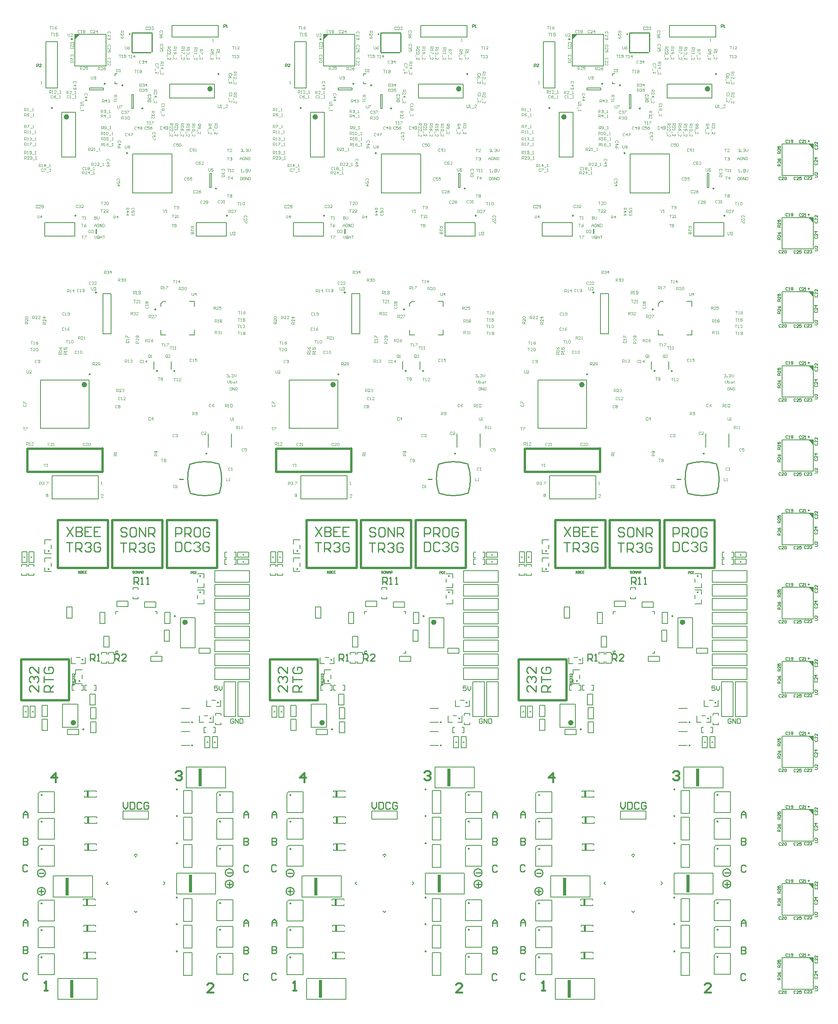
<source format=gto>
%FSLAX24Y24*%
%MOIN*%
G70*
G01*
G75*
%ADD10P,0.4259X4X360.0*%
G04:AMPARAMS|DCode=11|XSize=9.8mil|YSize=33.5mil|CornerRadius=0mil|HoleSize=0mil|Usage=FLASHONLY|Rotation=315.000|XOffset=0mil|YOffset=0mil|HoleType=Round|Shape=Round|*
%AMOVALD11*
21,1,0.0236,0.0098,0.0000,0.0000,45.0*
1,1,0.0098,-0.0084,-0.0084*
1,1,0.0098,0.0084,0.0084*
%
%ADD11OVALD11*%

G04:AMPARAMS|DCode=12|XSize=9.8mil|YSize=33.5mil|CornerRadius=0mil|HoleSize=0mil|Usage=FLASHONLY|Rotation=45.000|XOffset=0mil|YOffset=0mil|HoleType=Round|Shape=Round|*
%AMOVALD12*
21,1,0.0236,0.0098,0.0000,0.0000,135.0*
1,1,0.0098,0.0084,-0.0084*
1,1,0.0098,-0.0084,0.0084*
%
%ADD12OVALD12*%

G04:AMPARAMS|DCode=13|XSize=37.4mil|YSize=31.5mil|CornerRadius=0mil|HoleSize=0mil|Usage=FLASHONLY|Rotation=45.000|XOffset=0mil|YOffset=0mil|HoleType=Round|Shape=Rectangle|*
%AMROTATEDRECTD13*
4,1,4,-0.0021,-0.0244,-0.0244,-0.0021,0.0021,0.0244,0.0244,0.0021,-0.0021,-0.0244,0.0*
%
%ADD13ROTATEDRECTD13*%

G04:AMPARAMS|DCode=14|XSize=37.4mil|YSize=31.5mil|CornerRadius=0mil|HoleSize=0mil|Usage=FLASHONLY|Rotation=135.000|XOffset=0mil|YOffset=0mil|HoleType=Round|Shape=Rectangle|*
%AMROTATEDRECTD14*
4,1,4,0.0244,-0.0021,0.0021,-0.0244,-0.0244,0.0021,-0.0021,0.0244,0.0244,-0.0021,0.0*
%
%ADD14ROTATEDRECTD14*%

%ADD15R,0.0591X0.0236*%
%ADD16O,0.0866X0.0236*%
%ADD17R,0.0374X0.0315*%
%ADD18R,0.0315X0.0315*%
%ADD19R,0.0906X0.1417*%
%ADD20R,0.0315X0.0512*%
%ADD21R,0.0512X0.0315*%
%ADD22R,0.0291X0.0728*%
%ADD23C,0.0080*%
%ADD24C,0.0100*%
%ADD25C,0.0160*%
%ADD26C,0.0300*%
%ADD27C,0.0120*%
%ADD28C,0.0180*%
%ADD29C,0.0250*%
%ADD30C,0.0350*%
%ADD31C,0.0200*%
%ADD32R,0.0374X0.0295*%
%ADD33R,0.0295X0.0374*%
%ADD34O,0.0630X0.0138*%
%ADD35R,0.0472X0.0217*%
%ADD36O,0.0669X0.0138*%
%ADD37R,0.3012X0.3012*%
%ADD38O,0.0335X0.0098*%
%ADD39O,0.0098X0.0335*%
%ADD40R,0.1378X0.0689*%
%ADD41R,0.0984X0.0689*%
%ADD42R,0.0886X0.0197*%
%ADD43R,0.0315X0.0354*%
%ADD44R,0.0354X0.0315*%
%ADD45R,0.0354X0.0295*%
%ADD46R,0.0295X0.0354*%
%ADD47R,0.0394X0.0394*%
%ADD48R,0.0315X0.0374*%
%ADD49R,0.0256X0.0335*%
%ADD50R,0.0453X0.0236*%
%ADD51R,0.0236X0.0453*%
%ADD52R,0.0394X0.0394*%
%ADD53R,0.0256X0.0866*%
%ADD54R,0.1299X0.0866*%
%ADD55R,0.0532X0.0197*%
%ADD56O,0.0118X0.0689*%
%ADD57O,0.0689X0.0118*%
%ADD58C,0.0177*%
%ADD59R,0.0138X0.0197*%
%ADD60R,0.0197X0.0138*%
%ADD61R,0.0768X0.0768*%
%ADD62R,0.2874X0.2874*%
%ADD63C,0.0150*%
%ADD64R,0.2165X0.0787*%
%ADD65O,0.0709X0.0217*%
%ADD66O,0.0217X0.0709*%
%ADD67O,0.0138X0.0650*%
%ADD68R,0.1220X0.1181*%
%ADD69R,0.1102X0.0551*%
%ADD70R,0.0787X0.0630*%
G04:AMPARAMS|DCode=71|XSize=228.3mil|YSize=82.7mil|CornerRadius=20.7mil|HoleSize=0mil|Usage=FLASHONLY|Rotation=180.000|XOffset=0mil|YOffset=0mil|HoleType=Round|Shape=RoundedRectangle|*
%AMROUNDEDRECTD71*
21,1,0.2283,0.0413,0,0,180.0*
21,1,0.1870,0.0827,0,0,180.0*
1,1,0.0413,-0.0935,0.0207*
1,1,0.0413,0.0935,0.0207*
1,1,0.0413,0.0935,-0.0207*
1,1,0.0413,-0.0935,-0.0207*
%
%ADD71ROUNDEDRECTD71*%
%ADD72R,0.0335X0.0138*%
%ADD73R,0.0335X0.0135*%
%ADD74C,0.0860*%
%ADD75C,0.0394*%
%ADD76C,0.0354*%
%ADD77C,0.0250*%
%ADD78C,0.0320*%
%ADD79C,0.0300*%
%ADD80C,0.0600*%
%ADD81R,0.0600X0.0600*%
%ADD82R,0.0600X0.0600*%
%ADD83C,0.0591*%
%ADD84R,0.0591X0.0591*%
%ADD85R,0.0591X0.0591*%
%ADD86C,0.0400*%
%ADD87C,0.0500*%
%ADD88C,0.0350*%
%ADD89C,0.0450*%
%ADD90C,0.0500*%
%ADD91R,0.0980X7.3930*%
%ADD92R,6.4060X0.0610*%
%ADD93R,6.4010X0.0760*%
%ADD94R,6.4140X0.0760*%
%ADD95R,0.0217X0.0472*%
%ADD96C,0.0060*%
%ADD97R,0.0374X0.0118*%
%ADD98R,0.0118X0.0374*%
%ADD99R,0.1260X0.1260*%
%ADD100R,0.0256X0.0472*%
%ADD101R,0.0472X0.0256*%
%ADD102C,0.0236*%
%ADD103R,0.2180X0.0830*%
%ADD104R,0.2006X0.0179*%
%ADD105R,0.0456X0.1019*%
%ADD106R,0.3150X0.0394*%
%ADD107C,0.0098*%
%ADD108C,0.0059*%
%ADD109C,0.0079*%
%ADD110P,0.0195X4X360.0*%
%ADD111R,0.0276X0.1575*%
%ADD112R,0.0118X0.0118*%
%ADD113R,0.0138X0.0138*%
%ADD114C,0.0040*%
%ADD115C,0.0050*%
%ADD116C,0.0197*%
G36*
X618Y24796D02*
X382D01*
X500Y24914D01*
X618Y24796D01*
D02*
G37*
G36*
X1218D02*
X982D01*
X1100Y24914D01*
X1218Y24796D01*
D02*
G37*
G36*
X16318Y22151D02*
X16082D01*
X16200Y22269D01*
X16318Y22151D01*
D02*
G37*
G36*
X16968D02*
X16732D01*
X16850Y22269D01*
X16968Y22151D01*
D02*
G37*
G36*
X980Y38111D02*
X862Y38229D01*
X1098D01*
X980Y38111D01*
D02*
G37*
G36*
X19359Y38272D02*
X19241Y38390D01*
X19359Y38508D01*
Y38272D01*
D02*
G37*
G36*
Y37672D02*
X19241Y37790D01*
X19359Y37908D01*
Y37672D01*
D02*
G37*
G36*
X380Y38111D02*
X262Y38229D01*
X498D01*
X380Y38111D01*
D02*
G37*
G36*
X4742Y82950D02*
Y83343D01*
X5136D01*
X4742Y82950D01*
D02*
G37*
G36*
X68593Y3174D02*
X68200Y3568D01*
X68593D01*
Y3174D01*
D02*
G37*
G36*
Y9574D02*
X68200Y9968D01*
X68593D01*
Y9574D01*
D02*
G37*
G36*
Y15974D02*
X68200Y16368D01*
X68593D01*
Y15974D01*
D02*
G37*
G36*
Y22324D02*
X68200Y22718D01*
X68593D01*
Y22324D01*
D02*
G37*
G36*
X26242Y82950D02*
Y83343D01*
X26636D01*
X26242Y82950D01*
D02*
G37*
G36*
X22118Y24796D02*
X21882D01*
X22000Y24914D01*
X22118Y24796D01*
D02*
G37*
G36*
X22718D02*
X22482D01*
X22600Y24914D01*
X22718Y24796D01*
D02*
G37*
G36*
X37818Y22151D02*
X37582D01*
X37700Y22269D01*
X37818Y22151D01*
D02*
G37*
G36*
X38468D02*
X38232D01*
X38350Y22269D01*
X38468Y22151D01*
D02*
G37*
G36*
X22480Y38111D02*
X22362Y38229D01*
X22598D01*
X22480Y38111D01*
D02*
G37*
G36*
X40859Y38272D02*
X40741Y38390D01*
X40859Y38508D01*
Y38272D01*
D02*
G37*
G36*
Y37672D02*
X40741Y37790D01*
X40859Y37908D01*
Y37672D01*
D02*
G37*
G36*
X21880Y38111D02*
X21762Y38229D01*
X21998D01*
X21880Y38111D01*
D02*
G37*
G36*
X43618Y24796D02*
X43382D01*
X43500Y24914D01*
X43618Y24796D01*
D02*
G37*
G36*
X44218D02*
X43982D01*
X44100Y24914D01*
X44218Y24796D01*
D02*
G37*
G36*
X59318Y22151D02*
X59082D01*
X59200Y22269D01*
X59318Y22151D01*
D02*
G37*
G36*
X59968D02*
X59732D01*
X59850Y22269D01*
X59968Y22151D01*
D02*
G37*
G36*
X43980Y38111D02*
X43862Y38229D01*
X44098D01*
X43980Y38111D01*
D02*
G37*
G36*
X62359Y38272D02*
X62241Y38390D01*
X62359Y38508D01*
Y38272D01*
D02*
G37*
G36*
Y37672D02*
X62241Y37790D01*
X62359Y37908D01*
Y37672D01*
D02*
G37*
G36*
X43380Y38111D02*
X43262Y38229D01*
X43498D01*
X43380Y38111D01*
D02*
G37*
G36*
X47742Y82950D02*
Y83343D01*
X48136D01*
X47742Y82950D01*
D02*
G37*
G36*
X68593Y47924D02*
X68200Y48318D01*
X68593D01*
Y47924D01*
D02*
G37*
G36*
Y41574D02*
X68200Y41968D01*
X68593D01*
Y41574D01*
D02*
G37*
G36*
Y35174D02*
X68200Y35568D01*
X68593D01*
Y35174D01*
D02*
G37*
G36*
Y28774D02*
X68200Y29168D01*
X68593D01*
Y28774D01*
D02*
G37*
G36*
Y73474D02*
X68200Y73868D01*
X68593D01*
Y73474D01*
D02*
G37*
G36*
Y67124D02*
X68200Y67518D01*
X68593D01*
Y67124D01*
D02*
G37*
G36*
Y60724D02*
X68200Y61118D01*
X68593D01*
Y60724D01*
D02*
G37*
G36*
Y54324D02*
X68200Y54718D01*
X68593D01*
Y54324D01*
D02*
G37*
D24*
X2200Y10880D02*
G03*
X2200Y10880I-342J0D01*
G01*
Y9310D02*
G03*
X2200Y9310I-342J0D01*
G01*
X18440Y9930D02*
G03*
X18440Y9930I-342J0D01*
G01*
Y10920D02*
G03*
X18440Y10920I-342J0D01*
G01*
X1660Y9310D02*
X2060D01*
X1860Y9510D02*
Y9110D01*
X1650Y10880D02*
X2050D01*
X17900Y10920D02*
X18300D01*
X17900Y9910D02*
X18300D01*
X18100Y10110D02*
Y9710D01*
X270Y6310D02*
Y6710D01*
X470Y6910D01*
X670Y6710D01*
Y6310D01*
Y6610D01*
X270D01*
Y4560D02*
Y3960D01*
X570D01*
X670Y4060D01*
Y4160D01*
X570Y4260D01*
X270D01*
X570D01*
X670Y4360D01*
Y4460D01*
X570Y4560D01*
X270D01*
X650Y2150D02*
X550Y2250D01*
X350D01*
X250Y2150D01*
Y1750D01*
X350Y1650D01*
X550D01*
X650Y1750D01*
X19710Y2120D02*
X19610Y2220D01*
X19410D01*
X19310Y2120D01*
Y1720D01*
X19410Y1620D01*
X19610D01*
X19710Y1720D01*
X19330Y4530D02*
Y3930D01*
X19630D01*
X19730Y4030D01*
Y4130D01*
X19630Y4230D01*
X19330D01*
X19630D01*
X19730Y4330D01*
Y4430D01*
X19630Y4530D01*
X19330D01*
Y6280D02*
Y6680D01*
X19530Y6880D01*
X19730Y6680D01*
Y6280D01*
Y6580D01*
X19330D01*
X19730Y11490D02*
X19630Y11590D01*
X19430D01*
X19330Y11490D01*
Y11090D01*
X19430Y10990D01*
X19630D01*
X19730Y11090D01*
X19350Y13900D02*
Y13300D01*
X19650D01*
X19750Y13400D01*
Y13500D01*
X19650Y13600D01*
X19350D01*
X19650D01*
X19750Y13700D01*
Y13800D01*
X19650Y13900D01*
X19350D01*
Y15650D02*
Y16050D01*
X19550Y16250D01*
X19750Y16050D01*
Y15650D01*
Y15950D01*
X19350D01*
X650Y11500D02*
X550Y11600D01*
X350D01*
X250Y11500D01*
Y11100D01*
X350Y11000D01*
X550D01*
X650Y11100D01*
X270Y13910D02*
Y13310D01*
X570D01*
X670Y13410D01*
Y13510D01*
X570Y13610D01*
X270D01*
X570D01*
X670Y13710D01*
Y13810D01*
X570Y13910D01*
X270D01*
Y15660D02*
Y16060D01*
X470Y16260D01*
X670Y16060D01*
Y15660D01*
Y15960D01*
X270D01*
X8900Y17000D02*
Y16600D01*
X9100Y16400D01*
X9300Y16600D01*
Y17000D01*
X9500D02*
Y16400D01*
X9800D01*
X9900Y16500D01*
Y16900D01*
X9800Y17000D01*
X9500D01*
X10499Y16900D02*
X10400Y17000D01*
X10200D01*
X10100Y16900D01*
Y16500D01*
X10200Y16400D01*
X10400D01*
X10499Y16500D01*
X11099Y16900D02*
X10999Y17000D01*
X10799D01*
X10699Y16900D01*
Y16500D01*
X10799Y16400D01*
X10999D01*
X11099Y16500D01*
Y16700D01*
X10899D01*
X9840Y35860D02*
Y36460D01*
X10140D01*
X10240Y36360D01*
Y36160D01*
X10140Y36060D01*
X9840D01*
X10040D02*
X10240Y35860D01*
X10440D02*
X10640D01*
X10540D01*
Y36460D01*
X10440Y36360D01*
X10940Y35860D02*
X11140D01*
X11040D01*
Y36460D01*
X10940Y36360D01*
X8190Y29200D02*
Y29800D01*
X8490D01*
X8590Y29700D01*
Y29500D01*
X8490Y29400D01*
X8190D01*
X8390D02*
X8590Y29200D01*
X9190D02*
X8790D01*
X9190Y29600D01*
Y29700D01*
X9090Y29800D01*
X8890D01*
X8790Y29700D01*
X6080Y29210D02*
Y29810D01*
X6380D01*
X6480Y29710D01*
Y29510D01*
X6380Y29410D01*
X6080D01*
X6280D02*
X6480Y29210D01*
X6680D02*
X6880D01*
X6780D01*
Y29810D01*
X6680Y29710D01*
X4010Y39440D02*
X4543D01*
X4277D01*
Y38640D01*
X4810D02*
Y39440D01*
X5210D01*
X5343Y39306D01*
Y39040D01*
X5210Y38907D01*
X4810D01*
X5076D02*
X5343Y38640D01*
X5609Y39306D02*
X5743Y39440D01*
X6009D01*
X6143Y39306D01*
Y39173D01*
X6009Y39040D01*
X5876D01*
X6009D01*
X6143Y38907D01*
Y38773D01*
X6009Y38640D01*
X5743D01*
X5609Y38773D01*
X6942Y39306D02*
X6809Y39440D01*
X6543D01*
X6409Y39306D01*
Y38773D01*
X6543Y38640D01*
X6809D01*
X6942Y38773D01*
Y39040D01*
X6676D01*
X4030Y40770D02*
X4563Y39970D01*
Y40770D02*
X4030Y39970D01*
X4830Y40770D02*
Y39970D01*
X5230D01*
X5363Y40103D01*
Y40237D01*
X5230Y40370D01*
X4830D01*
X5230D01*
X5363Y40503D01*
Y40636D01*
X5230Y40770D01*
X4830D01*
X6163D02*
X5629D01*
Y39970D01*
X6163D01*
X5629Y40370D02*
X5896D01*
X6962Y40770D02*
X6429D01*
Y39970D01*
X6962D01*
X6429Y40370D02*
X6696D01*
X8680Y39410D02*
X9213D01*
X8947D01*
Y38610D01*
X9480D02*
Y39410D01*
X9880D01*
X10013Y39276D01*
Y39010D01*
X9880Y38877D01*
X9480D01*
X9746D02*
X10013Y38610D01*
X10279Y39276D02*
X10413Y39410D01*
X10679D01*
X10813Y39276D01*
Y39143D01*
X10679Y39010D01*
X10546D01*
X10679D01*
X10813Y38877D01*
Y38743D01*
X10679Y38610D01*
X10413D01*
X10279Y38743D01*
X11612Y39276D02*
X11479Y39410D01*
X11213D01*
X11079Y39276D01*
Y38743D01*
X11213Y38610D01*
X11479D01*
X11612Y38743D01*
Y39010D01*
X11346D01*
X13430Y39490D02*
Y38690D01*
X13830D01*
X13963Y38823D01*
Y39356D01*
X13830Y39490D01*
X13430D01*
X14763Y39356D02*
X14630Y39490D01*
X14363D01*
X14230Y39356D01*
Y38823D01*
X14363Y38690D01*
X14630D01*
X14763Y38823D01*
X15029Y39356D02*
X15163Y39490D01*
X15429D01*
X15563Y39356D01*
Y39223D01*
X15429Y39090D01*
X15296D01*
X15429D01*
X15563Y38957D01*
Y38823D01*
X15429Y38690D01*
X15163D01*
X15029Y38823D01*
X16362Y39356D02*
X16229Y39490D01*
X15963D01*
X15829Y39356D01*
Y38823D01*
X15963Y38690D01*
X16229D01*
X16362Y38823D01*
Y39090D01*
X16096D01*
X2890Y26550D02*
X2090D01*
Y26950D01*
X2224Y27083D01*
X2490D01*
X2623Y26950D01*
Y26550D01*
Y26817D02*
X2890Y27083D01*
X2090Y27350D02*
Y27883D01*
Y27616D01*
X2890D01*
X2224Y28683D02*
X2090Y28549D01*
Y28283D01*
X2224Y28149D01*
X2757D01*
X2890Y28283D01*
Y28549D01*
X2757Y28683D01*
X2490D01*
Y28416D01*
X1610Y27083D02*
Y26550D01*
X1077Y27083D01*
X944D01*
X810Y26950D01*
Y26683D01*
X944Y26550D01*
Y27350D02*
X810Y27483D01*
Y27750D01*
X944Y27883D01*
X1077D01*
X1210Y27750D01*
Y27616D01*
Y27750D01*
X1343Y27883D01*
X1477D01*
X1610Y27750D01*
Y27483D01*
X1477Y27350D01*
X1610Y28683D02*
Y28149D01*
X1077Y28683D01*
X944D01*
X810Y28549D01*
Y28283D01*
X944Y28149D01*
X9253Y40616D02*
X9120Y40750D01*
X8853D01*
X8720Y40616D01*
Y40483D01*
X8853Y40350D01*
X9120D01*
X9253Y40217D01*
Y40083D01*
X9120Y39950D01*
X8853D01*
X8720Y40083D01*
X9920Y40750D02*
X9653D01*
X9520Y40616D01*
Y40083D01*
X9653Y39950D01*
X9920D01*
X10053Y40083D01*
Y40616D01*
X9920Y40750D01*
X10319Y39950D02*
Y40750D01*
X10853Y39950D01*
Y40750D01*
X11119Y39950D02*
Y40750D01*
X11519D01*
X11652Y40616D01*
Y40350D01*
X11519Y40217D01*
X11119D01*
X11386D02*
X11652Y39950D01*
X13460D02*
Y40750D01*
X13860D01*
X13993Y40616D01*
Y40350D01*
X13860Y40217D01*
X13460D01*
X14260Y39950D02*
Y40750D01*
X14660D01*
X14793Y40616D01*
Y40350D01*
X14660Y40217D01*
X14260D01*
X14526D02*
X14793Y39950D01*
X15459Y40750D02*
X15193D01*
X15059Y40616D01*
Y40083D01*
X15193Y39950D01*
X15459D01*
X15593Y40083D01*
Y40616D01*
X15459Y40750D01*
X16392Y40616D02*
X16259Y40750D01*
X15993D01*
X15859Y40616D01*
Y40083D01*
X15993Y39950D01*
X16259D01*
X16392Y40083D01*
Y40350D01*
X16126D01*
X9520Y83370D02*
G03*
X9520Y83370I-30J0D01*
G01*
X9670Y81843D02*
Y83417D01*
X9673Y81780D02*
X11320D01*
X11400Y81843D02*
Y83417D01*
X9670Y83480D02*
X11400D01*
X14691Y46202D02*
G03*
X14734Y43697I3683J-1190D01*
G01*
X17250Y43722D02*
G03*
X17207Y46227I-3683J1190D01*
G01*
X17171Y46242D02*
G03*
X14666Y46199I-1190J-3683D01*
G01*
X14770Y43683D02*
G03*
X17275Y43726I1190J3683D01*
G01*
X36191Y46202D02*
G03*
X36234Y43697I3683J-1190D01*
G01*
X38750Y43722D02*
G03*
X38707Y46227I-3683J1190D01*
G01*
X38671Y46242D02*
G03*
X36166Y46199I-1190J-3683D01*
G01*
X36270Y43683D02*
G03*
X38775Y43726I1190J3683D01*
G01*
X31020Y83370D02*
G03*
X31020Y83370I-30J0D01*
G01*
X31170Y81843D02*
Y83417D01*
X31173Y81780D02*
X32820D01*
X32900Y81843D02*
Y83417D01*
X31170Y83480D02*
X32900D01*
X31340Y35860D02*
Y36460D01*
X31640D01*
X31740Y36360D01*
Y36160D01*
X31640Y36060D01*
X31340D01*
X31540D02*
X31740Y35860D01*
X31940D02*
X32140D01*
X32040D01*
Y36460D01*
X31940Y36360D01*
X32440Y35860D02*
X32640D01*
X32540D01*
Y36460D01*
X32440Y36360D01*
X29690Y29200D02*
Y29800D01*
X29990D01*
X30090Y29700D01*
Y29500D01*
X29990Y29400D01*
X29690D01*
X29890D02*
X30090Y29200D01*
X30690D02*
X30290D01*
X30690Y29600D01*
Y29700D01*
X30590Y29800D01*
X30390D01*
X30290Y29700D01*
X27580Y29210D02*
Y29810D01*
X27880D01*
X27980Y29710D01*
Y29510D01*
X27880Y29410D01*
X27580D01*
X27780D02*
X27980Y29210D01*
X28180D02*
X28380D01*
X28280D01*
Y29810D01*
X28180Y29710D01*
X25510Y39440D02*
X26043D01*
X25777D01*
Y38640D01*
X26310D02*
Y39440D01*
X26710D01*
X26843Y39306D01*
Y39040D01*
X26710Y38907D01*
X26310D01*
X26576D02*
X26843Y38640D01*
X27109Y39306D02*
X27243Y39440D01*
X27509D01*
X27643Y39306D01*
Y39173D01*
X27509Y39040D01*
X27376D01*
X27509D01*
X27643Y38907D01*
Y38773D01*
X27509Y38640D01*
X27243D01*
X27109Y38773D01*
X28442Y39306D02*
X28309Y39440D01*
X28043D01*
X27909Y39306D01*
Y38773D01*
X28043Y38640D01*
X28309D01*
X28442Y38773D01*
Y39040D01*
X28176D01*
X25530Y40770D02*
X26063Y39970D01*
Y40770D02*
X25530Y39970D01*
X26330Y40770D02*
Y39970D01*
X26730D01*
X26863Y40103D01*
Y40237D01*
X26730Y40370D01*
X26330D01*
X26730D01*
X26863Y40503D01*
Y40636D01*
X26730Y40770D01*
X26330D01*
X27663D02*
X27129D01*
Y39970D01*
X27663D01*
X27129Y40370D02*
X27396D01*
X28462Y40770D02*
X27929D01*
Y39970D01*
X28462D01*
X27929Y40370D02*
X28196D01*
X30180Y39410D02*
X30713D01*
X30447D01*
Y38610D01*
X30980D02*
Y39410D01*
X31380D01*
X31513Y39276D01*
Y39010D01*
X31380Y38877D01*
X30980D01*
X31246D02*
X31513Y38610D01*
X31779Y39276D02*
X31913Y39410D01*
X32179D01*
X32313Y39276D01*
Y39143D01*
X32179Y39010D01*
X32046D01*
X32179D01*
X32313Y38877D01*
Y38743D01*
X32179Y38610D01*
X31913D01*
X31779Y38743D01*
X33112Y39276D02*
X32979Y39410D01*
X32713D01*
X32579Y39276D01*
Y38743D01*
X32713Y38610D01*
X32979D01*
X33112Y38743D01*
Y39010D01*
X32846D01*
X34930Y39490D02*
Y38690D01*
X35330D01*
X35463Y38823D01*
Y39356D01*
X35330Y39490D01*
X34930D01*
X36263Y39356D02*
X36130Y39490D01*
X35863D01*
X35730Y39356D01*
Y38823D01*
X35863Y38690D01*
X36130D01*
X36263Y38823D01*
X36529Y39356D02*
X36663Y39490D01*
X36929D01*
X37063Y39356D01*
Y39223D01*
X36929Y39090D01*
X36796D01*
X36929D01*
X37063Y38957D01*
Y38823D01*
X36929Y38690D01*
X36663D01*
X36529Y38823D01*
X37862Y39356D02*
X37729Y39490D01*
X37463D01*
X37329Y39356D01*
Y38823D01*
X37463Y38690D01*
X37729D01*
X37862Y38823D01*
Y39090D01*
X37596D01*
X24390Y26550D02*
X23590D01*
Y26950D01*
X23724Y27083D01*
X23990D01*
X24123Y26950D01*
Y26550D01*
Y26817D02*
X24390Y27083D01*
X23590Y27350D02*
Y27883D01*
Y27616D01*
X24390D01*
X23724Y28683D02*
X23590Y28549D01*
Y28283D01*
X23724Y28149D01*
X24257D01*
X24390Y28283D01*
Y28549D01*
X24257Y28683D01*
X23990D01*
Y28416D01*
X23110Y27083D02*
Y26550D01*
X22577Y27083D01*
X22444D01*
X22310Y26950D01*
Y26683D01*
X22444Y26550D01*
Y27350D02*
X22310Y27483D01*
Y27750D01*
X22444Y27883D01*
X22577D01*
X22710Y27750D01*
Y27616D01*
Y27750D01*
X22843Y27883D01*
X22977D01*
X23110Y27750D01*
Y27483D01*
X22977Y27350D01*
X23110Y28683D02*
Y28149D01*
X22577Y28683D01*
X22444D01*
X22310Y28549D01*
Y28283D01*
X22444Y28149D01*
X30753Y40616D02*
X30620Y40750D01*
X30353D01*
X30220Y40616D01*
Y40483D01*
X30353Y40350D01*
X30620D01*
X30753Y40217D01*
Y40083D01*
X30620Y39950D01*
X30353D01*
X30220Y40083D01*
X31420Y40750D02*
X31153D01*
X31020Y40616D01*
Y40083D01*
X31153Y39950D01*
X31420D01*
X31553Y40083D01*
Y40616D01*
X31420Y40750D01*
X31819Y39950D02*
Y40750D01*
X32353Y39950D01*
Y40750D01*
X32619Y39950D02*
Y40750D01*
X33019D01*
X33152Y40616D01*
Y40350D01*
X33019Y40217D01*
X32619D01*
X32886D02*
X33152Y39950D01*
X34960D02*
Y40750D01*
X35360D01*
X35493Y40616D01*
Y40350D01*
X35360Y40217D01*
X34960D01*
X35760Y39950D02*
Y40750D01*
X36160D01*
X36293Y40616D01*
Y40350D01*
X36160Y40217D01*
X35760D01*
X36026D02*
X36293Y39950D01*
X36959Y40750D02*
X36693D01*
X36559Y40616D01*
Y40083D01*
X36693Y39950D01*
X36959D01*
X37093Y40083D01*
Y40616D01*
X36959Y40750D01*
X37892Y40616D02*
X37759Y40750D01*
X37493D01*
X37359Y40616D01*
Y40083D01*
X37493Y39950D01*
X37759D01*
X37892Y40083D01*
Y40350D01*
X37626D01*
X23700Y10880D02*
G03*
X23700Y10880I-342J0D01*
G01*
Y9310D02*
G03*
X23700Y9310I-342J0D01*
G01*
X39940Y9930D02*
G03*
X39940Y9930I-342J0D01*
G01*
Y10920D02*
G03*
X39940Y10920I-342J0D01*
G01*
X23160Y9310D02*
X23560D01*
X23360Y9510D02*
Y9110D01*
X23150Y10880D02*
X23550D01*
X39400Y10920D02*
X39800D01*
X39400Y9910D02*
X39800D01*
X39600Y10110D02*
Y9710D01*
X21770Y6310D02*
Y6710D01*
X21970Y6910D01*
X22170Y6710D01*
Y6310D01*
Y6610D01*
X21770D01*
Y4560D02*
Y3960D01*
X22070D01*
X22170Y4060D01*
Y4160D01*
X22070Y4260D01*
X21770D01*
X22070D01*
X22170Y4360D01*
Y4460D01*
X22070Y4560D01*
X21770D01*
X22150Y2150D02*
X22050Y2250D01*
X21850D01*
X21750Y2150D01*
Y1750D01*
X21850Y1650D01*
X22050D01*
X22150Y1750D01*
X41210Y2120D02*
X41110Y2220D01*
X40910D01*
X40810Y2120D01*
Y1720D01*
X40910Y1620D01*
X41110D01*
X41210Y1720D01*
X40830Y4530D02*
Y3930D01*
X41130D01*
X41230Y4030D01*
Y4130D01*
X41130Y4230D01*
X40830D01*
X41130D01*
X41230Y4330D01*
Y4430D01*
X41130Y4530D01*
X40830D01*
Y6280D02*
Y6680D01*
X41030Y6880D01*
X41230Y6680D01*
Y6280D01*
Y6580D01*
X40830D01*
X41230Y11490D02*
X41130Y11590D01*
X40930D01*
X40830Y11490D01*
Y11090D01*
X40930Y10990D01*
X41130D01*
X41230Y11090D01*
X40850Y13900D02*
Y13300D01*
X41150D01*
X41250Y13400D01*
Y13500D01*
X41150Y13600D01*
X40850D01*
X41150D01*
X41250Y13700D01*
Y13800D01*
X41150Y13900D01*
X40850D01*
Y15650D02*
Y16050D01*
X41050Y16250D01*
X41250Y16050D01*
Y15650D01*
Y15950D01*
X40850D01*
X22150Y11500D02*
X22050Y11600D01*
X21850D01*
X21750Y11500D01*
Y11100D01*
X21850Y11000D01*
X22050D01*
X22150Y11100D01*
X21770Y13910D02*
Y13310D01*
X22070D01*
X22170Y13410D01*
Y13510D01*
X22070Y13610D01*
X21770D01*
X22070D01*
X22170Y13710D01*
Y13810D01*
X22070Y13910D01*
X21770D01*
Y15660D02*
Y16060D01*
X21970Y16260D01*
X22170Y16060D01*
Y15660D01*
Y15960D01*
X21770D01*
X30400Y17000D02*
Y16600D01*
X30600Y16400D01*
X30800Y16600D01*
Y17000D01*
X31000D02*
Y16400D01*
X31300D01*
X31400Y16500D01*
Y16900D01*
X31300Y17000D01*
X31000D01*
X31999Y16900D02*
X31900Y17000D01*
X31700D01*
X31600Y16900D01*
Y16500D01*
X31700Y16400D01*
X31900D01*
X31999Y16500D01*
X32599Y16900D02*
X32499Y17000D01*
X32299D01*
X32199Y16900D01*
Y16500D01*
X32299Y16400D01*
X32499D01*
X32599Y16500D01*
Y16700D01*
X32399D01*
X45200Y10880D02*
G03*
X45200Y10880I-342J0D01*
G01*
Y9310D02*
G03*
X45200Y9310I-342J0D01*
G01*
X61440Y9930D02*
G03*
X61440Y9930I-342J0D01*
G01*
Y10920D02*
G03*
X61440Y10920I-342J0D01*
G01*
X44660Y9310D02*
X45060D01*
X44860Y9510D02*
Y9110D01*
X44650Y10880D02*
X45050D01*
X60900Y10920D02*
X61300D01*
X60900Y9910D02*
X61300D01*
X61100Y10110D02*
Y9710D01*
X43270Y6310D02*
Y6710D01*
X43470Y6910D01*
X43670Y6710D01*
Y6310D01*
Y6610D01*
X43270D01*
Y4560D02*
Y3960D01*
X43570D01*
X43670Y4060D01*
Y4160D01*
X43570Y4260D01*
X43270D01*
X43570D01*
X43670Y4360D01*
Y4460D01*
X43570Y4560D01*
X43270D01*
X43650Y2150D02*
X43550Y2250D01*
X43350D01*
X43250Y2150D01*
Y1750D01*
X43350Y1650D01*
X43550D01*
X43650Y1750D01*
X62710Y2120D02*
X62610Y2220D01*
X62410D01*
X62310Y2120D01*
Y1720D01*
X62410Y1620D01*
X62610D01*
X62710Y1720D01*
X62330Y4530D02*
Y3930D01*
X62630D01*
X62730Y4030D01*
Y4130D01*
X62630Y4230D01*
X62330D01*
X62630D01*
X62730Y4330D01*
Y4430D01*
X62630Y4530D01*
X62330D01*
Y6280D02*
Y6680D01*
X62530Y6880D01*
X62730Y6680D01*
Y6280D01*
Y6580D01*
X62330D01*
X62730Y11490D02*
X62630Y11590D01*
X62430D01*
X62330Y11490D01*
Y11090D01*
X62430Y10990D01*
X62630D01*
X62730Y11090D01*
X62350Y13900D02*
Y13300D01*
X62650D01*
X62750Y13400D01*
Y13500D01*
X62650Y13600D01*
X62350D01*
X62650D01*
X62750Y13700D01*
Y13800D01*
X62650Y13900D01*
X62350D01*
Y15650D02*
Y16050D01*
X62550Y16250D01*
X62750Y16050D01*
Y15650D01*
Y15950D01*
X62350D01*
X43650Y11500D02*
X43550Y11600D01*
X43350D01*
X43250Y11500D01*
Y11100D01*
X43350Y11000D01*
X43550D01*
X43650Y11100D01*
X43270Y13910D02*
Y13310D01*
X43570D01*
X43670Y13410D01*
Y13510D01*
X43570Y13610D01*
X43270D01*
X43570D01*
X43670Y13710D01*
Y13810D01*
X43570Y13910D01*
X43270D01*
Y15660D02*
Y16060D01*
X43470Y16260D01*
X43670Y16060D01*
Y15660D01*
Y15960D01*
X43270D01*
X51900Y17000D02*
Y16600D01*
X52100Y16400D01*
X52300Y16600D01*
Y17000D01*
X52500D02*
Y16400D01*
X52800D01*
X52900Y16500D01*
Y16900D01*
X52800Y17000D01*
X52500D01*
X53499Y16900D02*
X53400Y17000D01*
X53200D01*
X53100Y16900D01*
Y16500D01*
X53200Y16400D01*
X53400D01*
X53499Y16500D01*
X54099Y16900D02*
X53999Y17000D01*
X53799D01*
X53699Y16900D01*
Y16500D01*
X53799Y16400D01*
X53999D01*
X54099Y16500D01*
Y16700D01*
X53899D01*
X52840Y35860D02*
Y36460D01*
X53140D01*
X53240Y36360D01*
Y36160D01*
X53140Y36060D01*
X52840D01*
X53040D02*
X53240Y35860D01*
X53440D02*
X53640D01*
X53540D01*
Y36460D01*
X53440Y36360D01*
X53940Y35860D02*
X54140D01*
X54040D01*
Y36460D01*
X53940Y36360D01*
X51190Y29200D02*
Y29800D01*
X51490D01*
X51590Y29700D01*
Y29500D01*
X51490Y29400D01*
X51190D01*
X51390D02*
X51590Y29200D01*
X52190D02*
X51790D01*
X52190Y29600D01*
Y29700D01*
X52090Y29800D01*
X51890D01*
X51790Y29700D01*
X49080Y29210D02*
Y29810D01*
X49380D01*
X49480Y29710D01*
Y29510D01*
X49380Y29410D01*
X49080D01*
X49280D02*
X49480Y29210D01*
X49680D02*
X49880D01*
X49780D01*
Y29810D01*
X49680Y29710D01*
X47010Y39440D02*
X47543D01*
X47277D01*
Y38640D01*
X47810D02*
Y39440D01*
X48210D01*
X48343Y39306D01*
Y39040D01*
X48210Y38907D01*
X47810D01*
X48076D02*
X48343Y38640D01*
X48609Y39306D02*
X48743Y39440D01*
X49009D01*
X49143Y39306D01*
Y39173D01*
X49009Y39040D01*
X48876D01*
X49009D01*
X49143Y38907D01*
Y38773D01*
X49009Y38640D01*
X48743D01*
X48609Y38773D01*
X49942Y39306D02*
X49809Y39440D01*
X49543D01*
X49409Y39306D01*
Y38773D01*
X49543Y38640D01*
X49809D01*
X49942Y38773D01*
Y39040D01*
X49676D01*
X47030Y40770D02*
X47563Y39970D01*
Y40770D02*
X47030Y39970D01*
X47830Y40770D02*
Y39970D01*
X48230D01*
X48363Y40103D01*
Y40237D01*
X48230Y40370D01*
X47830D01*
X48230D01*
X48363Y40503D01*
Y40636D01*
X48230Y40770D01*
X47830D01*
X49163D02*
X48629D01*
Y39970D01*
X49163D01*
X48629Y40370D02*
X48896D01*
X49962Y40770D02*
X49429D01*
Y39970D01*
X49962D01*
X49429Y40370D02*
X49696D01*
X51680Y39410D02*
X52213D01*
X51947D01*
Y38610D01*
X52480D02*
Y39410D01*
X52880D01*
X53013Y39276D01*
Y39010D01*
X52880Y38877D01*
X52480D01*
X52746D02*
X53013Y38610D01*
X53279Y39276D02*
X53413Y39410D01*
X53679D01*
X53813Y39276D01*
Y39143D01*
X53679Y39010D01*
X53546D01*
X53679D01*
X53813Y38877D01*
Y38743D01*
X53679Y38610D01*
X53413D01*
X53279Y38743D01*
X54612Y39276D02*
X54479Y39410D01*
X54213D01*
X54079Y39276D01*
Y38743D01*
X54213Y38610D01*
X54479D01*
X54612Y38743D01*
Y39010D01*
X54346D01*
X56430Y39490D02*
Y38690D01*
X56830D01*
X56963Y38823D01*
Y39356D01*
X56830Y39490D01*
X56430D01*
X57763Y39356D02*
X57630Y39490D01*
X57363D01*
X57230Y39356D01*
Y38823D01*
X57363Y38690D01*
X57630D01*
X57763Y38823D01*
X58029Y39356D02*
X58163Y39490D01*
X58429D01*
X58563Y39356D01*
Y39223D01*
X58429Y39090D01*
X58296D01*
X58429D01*
X58563Y38957D01*
Y38823D01*
X58429Y38690D01*
X58163D01*
X58029Y38823D01*
X59362Y39356D02*
X59229Y39490D01*
X58963D01*
X58829Y39356D01*
Y38823D01*
X58963Y38690D01*
X59229D01*
X59362Y38823D01*
Y39090D01*
X59096D01*
X45890Y26550D02*
X45090D01*
Y26950D01*
X45224Y27083D01*
X45490D01*
X45623Y26950D01*
Y26550D01*
Y26817D02*
X45890Y27083D01*
X45090Y27350D02*
Y27883D01*
Y27616D01*
X45890D01*
X45224Y28683D02*
X45090Y28549D01*
Y28283D01*
X45224Y28149D01*
X45757D01*
X45890Y28283D01*
Y28549D01*
X45757Y28683D01*
X45490D01*
Y28416D01*
X44610Y27083D02*
Y26550D01*
X44077Y27083D01*
X43944D01*
X43810Y26950D01*
Y26683D01*
X43944Y26550D01*
Y27350D02*
X43810Y27483D01*
Y27750D01*
X43944Y27883D01*
X44077D01*
X44210Y27750D01*
Y27616D01*
Y27750D01*
X44343Y27883D01*
X44477D01*
X44610Y27750D01*
Y27483D01*
X44477Y27350D01*
X44610Y28683D02*
Y28149D01*
X44077Y28683D01*
X43944D01*
X43810Y28549D01*
Y28283D01*
X43944Y28149D01*
X52253Y40616D02*
X52120Y40750D01*
X51853D01*
X51720Y40616D01*
Y40483D01*
X51853Y40350D01*
X52120D01*
X52253Y40217D01*
Y40083D01*
X52120Y39950D01*
X51853D01*
X51720Y40083D01*
X52920Y40750D02*
X52653D01*
X52520Y40616D01*
Y40083D01*
X52653Y39950D01*
X52920D01*
X53053Y40083D01*
Y40616D01*
X52920Y40750D01*
X53319Y39950D02*
Y40750D01*
X53853Y39950D01*
Y40750D01*
X54119Y39950D02*
Y40750D01*
X54519D01*
X54652Y40616D01*
Y40350D01*
X54519Y40217D01*
X54119D01*
X54386D02*
X54652Y39950D01*
X56460D02*
Y40750D01*
X56860D01*
X56993Y40616D01*
Y40350D01*
X56860Y40217D01*
X56460D01*
X57260Y39950D02*
Y40750D01*
X57660D01*
X57793Y40616D01*
Y40350D01*
X57660Y40217D01*
X57260D01*
X57526D02*
X57793Y39950D01*
X58459Y40750D02*
X58193D01*
X58059Y40616D01*
Y40083D01*
X58193Y39950D01*
X58459D01*
X58593Y40083D01*
Y40616D01*
X58459Y40750D01*
X59392Y40616D02*
X59259Y40750D01*
X58993D01*
X58859Y40616D01*
Y40083D01*
X58993Y39950D01*
X59259D01*
X59392Y40083D01*
Y40350D01*
X59126D01*
X52520Y83370D02*
G03*
X52520Y83370I-30J0D01*
G01*
X52670Y81843D02*
Y83417D01*
X52673Y81780D02*
X54320D01*
X54400Y81843D02*
Y83417D01*
X52670Y83480D02*
X54400D01*
X57691Y46202D02*
G03*
X57734Y43697I3683J-1190D01*
G01*
X60250Y43722D02*
G03*
X60207Y46227I-3683J1190D01*
G01*
X60171Y46242D02*
G03*
X57666Y46199I-1190J-3683D01*
G01*
X57770Y43683D02*
G03*
X60275Y43726I1190J3683D01*
G01*
D31*
X4237Y25816D02*
Y29359D01*
X104Y25816D02*
X4237D01*
X104D02*
Y29359D01*
X4237D01*
X3266Y37263D02*
X7596D01*
Y41396D01*
X3266D02*
X7596D01*
X3266Y37263D02*
Y41396D01*
X7991Y37263D02*
X12321D01*
Y41396D01*
X7991D02*
X12321D01*
X7991Y37263D02*
Y41396D01*
X12716Y37263D02*
X17046D01*
Y41396D01*
X12716D02*
X17046D01*
X12716Y37263D02*
Y41396D01*
X25737Y25816D02*
Y29359D01*
X21604Y25816D02*
X25737D01*
X21604D02*
Y29359D01*
X25737D01*
X24766Y37263D02*
X29096D01*
Y41396D01*
X24766D02*
X29096D01*
X24766Y37263D02*
Y41396D01*
X29491Y37263D02*
X33821D01*
Y41396D01*
X29491D02*
X33821D01*
X29491Y37263D02*
Y41396D01*
X34216Y37263D02*
X38546D01*
Y41396D01*
X34216D02*
X38546D01*
X34216Y37263D02*
Y41396D01*
X47237Y25816D02*
Y29359D01*
X43104Y25816D02*
X47237D01*
X43104D02*
Y29359D01*
X47237D01*
X46266Y37263D02*
X50596D01*
Y41396D01*
X46266D02*
X50596D01*
X46266Y37263D02*
Y41396D01*
X50991Y37263D02*
X55321D01*
Y41396D01*
X50991D02*
X55321D01*
X50991Y37263D02*
Y41396D01*
X55716Y37263D02*
X60046D01*
Y41396D01*
X55716D02*
X60046D01*
X55716Y37263D02*
Y41396D01*
D63*
X2110Y750D02*
X2377D01*
X2243D01*
Y1550D01*
X2110Y1416D01*
X16703Y580D02*
X16170D01*
X16703Y1113D01*
Y1246D01*
X16570Y1380D01*
X16303D01*
X16170Y1246D01*
X13440Y19566D02*
X13573Y19700D01*
X13840D01*
X13973Y19566D01*
Y19433D01*
X13840Y19300D01*
X13707D01*
X13840D01*
X13973Y19167D01*
Y19033D01*
X13840Y18900D01*
X13573D01*
X13440Y19033D01*
X3070Y18740D02*
Y19540D01*
X2670Y19140D01*
X3203D01*
X23610Y750D02*
X23877D01*
X23743D01*
Y1550D01*
X23610Y1416D01*
X38203Y580D02*
X37670D01*
X38203Y1113D01*
Y1246D01*
X38070Y1380D01*
X37803D01*
X37670Y1246D01*
X34940Y19566D02*
X35073Y19700D01*
X35340D01*
X35473Y19566D01*
Y19433D01*
X35340Y19300D01*
X35207D01*
X35340D01*
X35473Y19167D01*
Y19033D01*
X35340Y18900D01*
X35073D01*
X34940Y19033D01*
X24570Y18740D02*
Y19540D01*
X24170Y19140D01*
X24703D01*
X45110Y750D02*
X45377D01*
X45243D01*
Y1550D01*
X45110Y1416D01*
X59703Y580D02*
X59170D01*
X59703Y1113D01*
Y1246D01*
X59570Y1380D01*
X59303D01*
X59170Y1246D01*
X56440Y19566D02*
X56573Y19700D01*
X56840D01*
X56973Y19566D01*
Y19433D01*
X56840Y19300D01*
X56707D01*
X56840D01*
X56973Y19167D01*
Y19033D01*
X56840Y18900D01*
X56573D01*
X56440Y19033D01*
X46070Y18740D02*
Y19540D01*
X45670Y19140D01*
X46203D01*
D96*
X18410Y6790D02*
Y8590D01*
X17010Y6790D02*
Y8440D01*
X17160Y8590D02*
X18410D01*
X17010Y6790D02*
X18410D01*
X17010Y8440D02*
X17160Y8590D01*
X18410Y4490D02*
Y6290D01*
X17010Y4490D02*
Y6140D01*
X17160Y6290D02*
X18410D01*
X17010Y4490D02*
X18410D01*
X17010Y6140D02*
X17160Y6290D01*
X18410Y2140D02*
Y3940D01*
X17010Y2140D02*
Y3790D01*
X17160Y3940D02*
X18410D01*
X17010Y2140D02*
X18410D01*
X17010Y3790D02*
X17160Y3940D01*
X6512Y8547D02*
Y8636D01*
Y8084D02*
Y8173D01*
X5488Y8084D02*
Y8173D01*
Y8547D02*
Y8636D01*
X5833Y8084D02*
Y8636D01*
X5774Y8084D02*
Y8636D01*
X5488Y8084D02*
X6512D01*
X5488Y8636D02*
X6512D01*
X5733Y8084D02*
Y8636D01*
X6602Y17907D02*
Y17996D01*
Y17444D02*
Y17533D01*
X5578Y17444D02*
Y17533D01*
Y17907D02*
Y17996D01*
X5923Y17444D02*
Y17996D01*
X5864Y17444D02*
Y17996D01*
X5578Y17444D02*
X6602D01*
X5578Y17996D02*
X6602D01*
X5823Y17444D02*
Y17996D01*
X6542Y6297D02*
Y6386D01*
Y5834D02*
Y5923D01*
X5518Y5834D02*
Y5923D01*
Y6297D02*
Y6386D01*
X5863Y5834D02*
Y6386D01*
X5804Y5834D02*
Y6386D01*
X5518Y5834D02*
X6542D01*
X5518Y6386D02*
X6542D01*
X5763Y5834D02*
Y6386D01*
X6632Y15657D02*
Y15746D01*
Y15194D02*
Y15283D01*
X5608Y15194D02*
Y15283D01*
Y15657D02*
Y15746D01*
X5953Y15194D02*
Y15746D01*
X5894Y15194D02*
Y15746D01*
X5608Y15194D02*
X6632D01*
X5608Y15746D02*
X6632D01*
X5853Y15194D02*
Y15746D01*
X6532Y3957D02*
Y4046D01*
Y3494D02*
Y3583D01*
X5508Y3494D02*
Y3583D01*
Y3957D02*
Y4046D01*
X5853Y3494D02*
Y4046D01*
X5794Y3494D02*
Y4046D01*
X5508Y3494D02*
X6532D01*
X5508Y4046D02*
X6532D01*
X5753Y3494D02*
Y4046D01*
X6622Y13317D02*
Y13406D01*
Y12854D02*
Y12943D01*
X5598Y12854D02*
Y12943D01*
Y13317D02*
Y13406D01*
X5943Y12854D02*
Y13406D01*
X5884Y12854D02*
Y13406D01*
X5598Y12854D02*
X6622D01*
X5598Y13406D02*
X6622D01*
X5843Y12854D02*
Y13406D01*
X2980Y6760D02*
Y8560D01*
X1580Y6760D02*
Y8410D01*
X1730Y8560D02*
X2980D01*
X1580Y6760D02*
X2980D01*
X1580Y8410D02*
X1730Y8560D01*
X2990Y16120D02*
Y17920D01*
X1590Y16120D02*
Y17770D01*
X1740Y17920D02*
X2990D01*
X1590Y16120D02*
X2990D01*
X1590Y17770D02*
X1740Y17920D01*
X2980Y4460D02*
Y6260D01*
X1580Y4460D02*
Y6110D01*
X1730Y6260D02*
X2980D01*
X1580Y4460D02*
X2980D01*
X1580Y6110D02*
X1730Y6260D01*
X2990Y13820D02*
Y15620D01*
X1590Y13820D02*
Y15470D01*
X1740Y15620D02*
X2990D01*
X1590Y13820D02*
X2990D01*
X1590Y15470D02*
X1740Y15620D01*
X2980Y2110D02*
Y3910D01*
X1580Y2110D02*
Y3760D01*
X1730Y3910D02*
X2980D01*
X1580Y2110D02*
X2980D01*
X1580Y3760D02*
X1730Y3910D01*
X2990Y11470D02*
Y13270D01*
X1590Y11470D02*
Y13120D01*
X1740Y13270D02*
X2990D01*
X1590Y11470D02*
X2990D01*
X1590Y13120D02*
X1740Y13270D01*
X18410Y16130D02*
Y17930D01*
X17010Y16130D02*
Y17780D01*
X17160Y17930D02*
X18410D01*
X17010Y16130D02*
X18410D01*
X17010Y17780D02*
X17160Y17930D01*
X18410Y13830D02*
Y15630D01*
X17010Y13830D02*
Y15480D01*
X17160Y15630D02*
X18410D01*
X17010Y13830D02*
X18410D01*
X17010Y15480D02*
X17160Y15630D01*
X18410Y11480D02*
Y13280D01*
X17010Y11480D02*
Y13130D01*
X17160Y13280D02*
X18410D01*
X17010Y11480D02*
X18410D01*
X17010Y13130D02*
X17160Y13280D01*
X2877Y8824D02*
Y10636D01*
X6263Y8824D02*
Y10636D01*
X2877D02*
X6263D01*
X2877Y8824D02*
X6263D01*
X3287Y-16D02*
Y1796D01*
X6673Y-16D02*
Y1796D01*
X3287D02*
X6673D01*
X3287Y-16D02*
X6673D01*
X13537Y9074D02*
Y10886D01*
X16923Y9074D02*
Y10886D01*
X13537D02*
X16923D01*
X13537Y9074D02*
X16923D01*
X14377Y18244D02*
Y20056D01*
X17763Y18244D02*
Y20056D01*
X14377D02*
X17763D01*
X14377Y18244D02*
X17763D01*
X4893Y29526D02*
X5207D01*
X4452Y28974D02*
X4814D01*
X5286D02*
X5648D01*
Y29526D01*
X4452Y28974D02*
Y29526D01*
X16593Y25826D02*
X16907D01*
X16152Y25274D02*
X16514D01*
X16986D02*
X17348D01*
Y25826D01*
X16152Y25274D02*
Y25826D01*
X15354Y36003D02*
Y36317D01*
X15906Y35562D02*
Y35924D01*
Y36396D02*
Y36758D01*
X15354D02*
X15906D01*
X15354Y35562D02*
X15906D01*
X2706Y37373D02*
Y37687D01*
X2154Y37766D02*
Y38128D01*
Y36932D02*
Y37294D01*
Y36932D02*
X2706D01*
X2154Y38128D02*
X2706D01*
X5376Y27693D02*
Y28007D01*
X4824Y28086D02*
Y28448D01*
Y27252D02*
Y27614D01*
Y27252D02*
X5376D01*
X4824Y28448D02*
X5376D01*
X15943Y24476D02*
X16257D01*
X15502Y23924D02*
X15864D01*
X16336D02*
X16698D01*
Y24476D01*
X15502Y23924D02*
Y24476D01*
X15354Y34603D02*
Y34917D01*
X15906Y34162D02*
Y34524D01*
Y34996D02*
Y35358D01*
X15354D02*
X15906D01*
X15354Y34162D02*
X15906D01*
X2706Y38923D02*
Y39237D01*
X2154Y39316D02*
Y39678D01*
Y38482D02*
Y38844D01*
Y38482D02*
X2706D01*
X2154Y39678D02*
X2706D01*
X14780Y36760D02*
Y36960D01*
X14880D01*
X14913Y36927D01*
Y36860D01*
X14880Y36827D01*
X14780D01*
X14980Y36960D02*
Y36760D01*
X15080D01*
X15113Y36793D01*
Y36927D01*
X15080Y36960D01*
X14980D01*
X15180D02*
X15247D01*
X15213D01*
Y36760D01*
X15180D01*
X15247D01*
X9873Y36947D02*
X9840Y36980D01*
X9773D01*
X9740Y36947D01*
Y36913D01*
X9773Y36880D01*
X9840D01*
X9873Y36847D01*
Y36813D01*
X9840Y36780D01*
X9773D01*
X9740Y36813D01*
X10040Y36980D02*
X9973D01*
X9940Y36947D01*
Y36813D01*
X9973Y36780D01*
X10040D01*
X10073Y36813D01*
Y36947D01*
X10040Y36980D01*
X10140Y36780D02*
Y36980D01*
X10273Y36780D01*
Y36980D01*
X10340Y36780D02*
Y36913D01*
X10406Y36980D01*
X10473Y36913D01*
Y36780D01*
Y36880D01*
X10340D01*
X10540Y36780D02*
Y36980D01*
X10640D01*
X10673Y36947D01*
Y36880D01*
X10640Y36847D01*
X10540D01*
X10606D02*
X10673Y36780D01*
X5030Y36990D02*
X5163Y36790D01*
Y36990D02*
X5030Y36790D01*
X5230Y36990D02*
Y36790D01*
X5330D01*
X5363Y36823D01*
Y36857D01*
X5330Y36890D01*
X5230D01*
X5330D01*
X5363Y36923D01*
Y36957D01*
X5330Y36990D01*
X5230D01*
X5563D02*
X5430D01*
Y36790D01*
X5563D01*
X5430Y36890D02*
X5497D01*
X5763Y36990D02*
X5630D01*
Y36790D01*
X5763D01*
X5630Y36890D02*
X5696D01*
X4760Y27190D02*
X4560D01*
Y27290D01*
X4593Y27323D01*
X4660D01*
X4693Y27290D01*
Y27190D01*
Y27257D02*
X4760Y27323D01*
X4593Y27523D02*
X4560Y27490D01*
Y27423D01*
X4593Y27390D01*
X4627D01*
X4660Y27423D01*
Y27490D01*
X4693Y27523D01*
X4727D01*
X4760Y27490D01*
Y27423D01*
X4727Y27390D01*
X4760Y27723D02*
Y27590D01*
X4627Y27723D01*
X4593D01*
X4560Y27690D01*
Y27623D01*
X4593Y27590D01*
Y27790D02*
X4560Y27823D01*
Y27890D01*
X4593Y27923D01*
X4627D01*
X4660Y27890D01*
Y27856D01*
Y27890D01*
X4693Y27923D01*
X4727D01*
X4760Y27890D01*
Y27823D01*
X4727Y27790D01*
X4760Y28123D02*
Y27990D01*
X4627Y28123D01*
X4593D01*
X4560Y28090D01*
Y28023D01*
X4593Y27990D01*
X18487Y24133D02*
X18420Y24200D01*
X18287D01*
X18220Y24133D01*
Y23867D01*
X18287Y23800D01*
X18420D01*
X18487Y23867D01*
Y24000D01*
X18353D01*
X18620Y23800D02*
Y24200D01*
X18886Y23800D01*
Y24200D01*
X19020D02*
Y23800D01*
X19220D01*
X19286Y23867D01*
Y24133D01*
X19220Y24200D01*
X19020D01*
X17067Y27050D02*
X16800D01*
Y26850D01*
X16933Y26917D01*
X17000D01*
X17067Y26850D01*
Y26717D01*
X17000Y26650D01*
X16867D01*
X16800Y26717D01*
X17200Y27050D02*
Y26783D01*
X17333Y26650D01*
X17466Y26783D01*
Y27050D01*
X26393Y29526D02*
X26707D01*
X25952Y28974D02*
X26314D01*
X26786D02*
X27148D01*
Y29526D01*
X25952Y28974D02*
Y29526D01*
X38093Y25826D02*
X38407D01*
X37652Y25274D02*
X38014D01*
X38486D02*
X38848D01*
Y25826D01*
X37652Y25274D02*
Y25826D01*
X36854Y36003D02*
Y36317D01*
X37406Y35562D02*
Y35924D01*
Y36396D02*
Y36758D01*
X36854D02*
X37406D01*
X36854Y35562D02*
X37406D01*
X24206Y37373D02*
Y37687D01*
X23654Y37766D02*
Y38128D01*
Y36932D02*
Y37294D01*
Y36932D02*
X24206D01*
X23654Y38128D02*
X24206D01*
X26876Y27693D02*
Y28007D01*
X26324Y28086D02*
Y28448D01*
Y27252D02*
Y27614D01*
Y27252D02*
X26876D01*
X26324Y28448D02*
X26876D01*
X37443Y24476D02*
X37757D01*
X37002Y23924D02*
X37364D01*
X37836D02*
X38198D01*
Y24476D01*
X37002Y23924D02*
Y24476D01*
X36854Y34603D02*
Y34917D01*
X37406Y34162D02*
Y34524D01*
Y34996D02*
Y35358D01*
X36854D02*
X37406D01*
X36854Y34162D02*
X37406D01*
X24206Y38923D02*
Y39237D01*
X23654Y39316D02*
Y39678D01*
Y38482D02*
Y38844D01*
Y38482D02*
X24206D01*
X23654Y39678D02*
X24206D01*
X36280Y36760D02*
Y36960D01*
X36380D01*
X36413Y36927D01*
Y36860D01*
X36380Y36827D01*
X36280D01*
X36480Y36960D02*
Y36760D01*
X36580D01*
X36613Y36793D01*
Y36927D01*
X36580Y36960D01*
X36480D01*
X36680D02*
X36747D01*
X36713D01*
Y36760D01*
X36680D01*
X36747D01*
X31373Y36947D02*
X31340Y36980D01*
X31273D01*
X31240Y36947D01*
Y36913D01*
X31273Y36880D01*
X31340D01*
X31373Y36847D01*
Y36813D01*
X31340Y36780D01*
X31273D01*
X31240Y36813D01*
X31540Y36980D02*
X31473D01*
X31440Y36947D01*
Y36813D01*
X31473Y36780D01*
X31540D01*
X31573Y36813D01*
Y36947D01*
X31540Y36980D01*
X31640Y36780D02*
Y36980D01*
X31773Y36780D01*
Y36980D01*
X31840Y36780D02*
Y36913D01*
X31906Y36980D01*
X31973Y36913D01*
Y36780D01*
Y36880D01*
X31840D01*
X32040Y36780D02*
Y36980D01*
X32140D01*
X32173Y36947D01*
Y36880D01*
X32140Y36847D01*
X32040D01*
X32106D02*
X32173Y36780D01*
X26530Y36990D02*
X26663Y36790D01*
Y36990D02*
X26530Y36790D01*
X26730Y36990D02*
Y36790D01*
X26830D01*
X26863Y36823D01*
Y36857D01*
X26830Y36890D01*
X26730D01*
X26830D01*
X26863Y36923D01*
Y36957D01*
X26830Y36990D01*
X26730D01*
X27063D02*
X26930D01*
Y36790D01*
X27063D01*
X26930Y36890D02*
X26997D01*
X27263Y36990D02*
X27130D01*
Y36790D01*
X27263D01*
X27130Y36890D02*
X27196D01*
X26260Y27190D02*
X26060D01*
Y27290D01*
X26093Y27323D01*
X26160D01*
X26193Y27290D01*
Y27190D01*
Y27257D02*
X26260Y27323D01*
X26093Y27523D02*
X26060Y27490D01*
Y27423D01*
X26093Y27390D01*
X26127D01*
X26160Y27423D01*
Y27490D01*
X26193Y27523D01*
X26227D01*
X26260Y27490D01*
Y27423D01*
X26227Y27390D01*
X26260Y27723D02*
Y27590D01*
X26127Y27723D01*
X26093D01*
X26060Y27690D01*
Y27623D01*
X26093Y27590D01*
Y27790D02*
X26060Y27823D01*
Y27890D01*
X26093Y27923D01*
X26127D01*
X26160Y27890D01*
Y27856D01*
Y27890D01*
X26193Y27923D01*
X26227D01*
X26260Y27890D01*
Y27823D01*
X26227Y27790D01*
X26260Y28123D02*
Y27990D01*
X26127Y28123D01*
X26093D01*
X26060Y28090D01*
Y28023D01*
X26093Y27990D01*
X39987Y24133D02*
X39920Y24200D01*
X39787D01*
X39720Y24133D01*
Y23867D01*
X39787Y23800D01*
X39920D01*
X39987Y23867D01*
Y24000D01*
X39853D01*
X40120Y23800D02*
Y24200D01*
X40386Y23800D01*
Y24200D01*
X40520D02*
Y23800D01*
X40720D01*
X40786Y23867D01*
Y24133D01*
X40720Y24200D01*
X40520D01*
X38567Y27050D02*
X38300D01*
Y26850D01*
X38433Y26917D01*
X38500D01*
X38567Y26850D01*
Y26717D01*
X38500Y26650D01*
X38367D01*
X38300Y26717D01*
X38700Y27050D02*
Y26783D01*
X38833Y26650D01*
X38966Y26783D01*
Y27050D01*
X39910Y6790D02*
Y8590D01*
X38510Y6790D02*
Y8440D01*
X38660Y8590D02*
X39910D01*
X38510Y6790D02*
X39910D01*
X38510Y8440D02*
X38660Y8590D01*
X39910Y4490D02*
Y6290D01*
X38510Y4490D02*
Y6140D01*
X38660Y6290D02*
X39910D01*
X38510Y4490D02*
X39910D01*
X38510Y6140D02*
X38660Y6290D01*
X39910Y2140D02*
Y3940D01*
X38510Y2140D02*
Y3790D01*
X38660Y3940D02*
X39910D01*
X38510Y2140D02*
X39910D01*
X38510Y3790D02*
X38660Y3940D01*
X28012Y8547D02*
Y8636D01*
Y8084D02*
Y8173D01*
X26988Y8084D02*
Y8173D01*
Y8547D02*
Y8636D01*
X27333Y8084D02*
Y8636D01*
X27274Y8084D02*
Y8636D01*
X26988Y8084D02*
X28012D01*
X26988Y8636D02*
X28012D01*
X27233Y8084D02*
Y8636D01*
X28102Y17907D02*
Y17996D01*
Y17444D02*
Y17533D01*
X27078Y17444D02*
Y17533D01*
Y17907D02*
Y17996D01*
X27423Y17444D02*
Y17996D01*
X27364Y17444D02*
Y17996D01*
X27078Y17444D02*
X28102D01*
X27078Y17996D02*
X28102D01*
X27323Y17444D02*
Y17996D01*
X28042Y6297D02*
Y6386D01*
Y5834D02*
Y5923D01*
X27018Y5834D02*
Y5923D01*
Y6297D02*
Y6386D01*
X27363Y5834D02*
Y6386D01*
X27304Y5834D02*
Y6386D01*
X27018Y5834D02*
X28042D01*
X27018Y6386D02*
X28042D01*
X27263Y5834D02*
Y6386D01*
X28132Y15657D02*
Y15746D01*
Y15194D02*
Y15283D01*
X27108Y15194D02*
Y15283D01*
Y15657D02*
Y15746D01*
X27453Y15194D02*
Y15746D01*
X27394Y15194D02*
Y15746D01*
X27108Y15194D02*
X28132D01*
X27108Y15746D02*
X28132D01*
X27353Y15194D02*
Y15746D01*
X28032Y3957D02*
Y4046D01*
Y3494D02*
Y3583D01*
X27008Y3494D02*
Y3583D01*
Y3957D02*
Y4046D01*
X27353Y3494D02*
Y4046D01*
X27294Y3494D02*
Y4046D01*
X27008Y3494D02*
X28032D01*
X27008Y4046D02*
X28032D01*
X27253Y3494D02*
Y4046D01*
X28122Y13317D02*
Y13406D01*
Y12854D02*
Y12943D01*
X27098Y12854D02*
Y12943D01*
Y13317D02*
Y13406D01*
X27443Y12854D02*
Y13406D01*
X27384Y12854D02*
Y13406D01*
X27098Y12854D02*
X28122D01*
X27098Y13406D02*
X28122D01*
X27343Y12854D02*
Y13406D01*
X24480Y6760D02*
Y8560D01*
X23080Y6760D02*
Y8410D01*
X23230Y8560D02*
X24480D01*
X23080Y6760D02*
X24480D01*
X23080Y8410D02*
X23230Y8560D01*
X24490Y16120D02*
Y17920D01*
X23090Y16120D02*
Y17770D01*
X23240Y17920D02*
X24490D01*
X23090Y16120D02*
X24490D01*
X23090Y17770D02*
X23240Y17920D01*
X24480Y4460D02*
Y6260D01*
X23080Y4460D02*
Y6110D01*
X23230Y6260D02*
X24480D01*
X23080Y4460D02*
X24480D01*
X23080Y6110D02*
X23230Y6260D01*
X24490Y13820D02*
Y15620D01*
X23090Y13820D02*
Y15470D01*
X23240Y15620D02*
X24490D01*
X23090Y13820D02*
X24490D01*
X23090Y15470D02*
X23240Y15620D01*
X24480Y2110D02*
Y3910D01*
X23080Y2110D02*
Y3760D01*
X23230Y3910D02*
X24480D01*
X23080Y2110D02*
X24480D01*
X23080Y3760D02*
X23230Y3910D01*
X24490Y11470D02*
Y13270D01*
X23090Y11470D02*
Y13120D01*
X23240Y13270D02*
X24490D01*
X23090Y11470D02*
X24490D01*
X23090Y13120D02*
X23240Y13270D01*
X39910Y16130D02*
Y17930D01*
X38510Y16130D02*
Y17780D01*
X38660Y17930D02*
X39910D01*
X38510Y16130D02*
X39910D01*
X38510Y17780D02*
X38660Y17930D01*
X39910Y13830D02*
Y15630D01*
X38510Y13830D02*
Y15480D01*
X38660Y15630D02*
X39910D01*
X38510Y13830D02*
X39910D01*
X38510Y15480D02*
X38660Y15630D01*
X39910Y11480D02*
Y13280D01*
X38510Y11480D02*
Y13130D01*
X38660Y13280D02*
X39910D01*
X38510Y11480D02*
X39910D01*
X38510Y13130D02*
X38660Y13280D01*
X24377Y8824D02*
Y10636D01*
X27763Y8824D02*
Y10636D01*
X24377D02*
X27763D01*
X24377Y8824D02*
X27763D01*
X24787Y-16D02*
Y1796D01*
X28173Y-16D02*
Y1796D01*
X24787D02*
X28173D01*
X24787Y-16D02*
X28173D01*
X35037Y9074D02*
Y10886D01*
X38423Y9074D02*
Y10886D01*
X35037D02*
X38423D01*
X35037Y9074D02*
X38423D01*
X35877Y18244D02*
Y20056D01*
X39263Y18244D02*
Y20056D01*
X35877D02*
X39263D01*
X35877Y18244D02*
X39263D01*
X61410Y6790D02*
Y8590D01*
X60010Y6790D02*
Y8440D01*
X60160Y8590D02*
X61410D01*
X60010Y6790D02*
X61410D01*
X60010Y8440D02*
X60160Y8590D01*
X61410Y4490D02*
Y6290D01*
X60010Y4490D02*
Y6140D01*
X60160Y6290D02*
X61410D01*
X60010Y4490D02*
X61410D01*
X60010Y6140D02*
X60160Y6290D01*
X61410Y2140D02*
Y3940D01*
X60010Y2140D02*
Y3790D01*
X60160Y3940D02*
X61410D01*
X60010Y2140D02*
X61410D01*
X60010Y3790D02*
X60160Y3940D01*
X49512Y8547D02*
Y8636D01*
Y8084D02*
Y8173D01*
X48488Y8084D02*
Y8173D01*
Y8547D02*
Y8636D01*
X48833Y8084D02*
Y8636D01*
X48774Y8084D02*
Y8636D01*
X48488Y8084D02*
X49512D01*
X48488Y8636D02*
X49512D01*
X48733Y8084D02*
Y8636D01*
X49602Y17907D02*
Y17996D01*
Y17444D02*
Y17533D01*
X48578Y17444D02*
Y17533D01*
Y17907D02*
Y17996D01*
X48923Y17444D02*
Y17996D01*
X48864Y17444D02*
Y17996D01*
X48578Y17444D02*
X49602D01*
X48578Y17996D02*
X49602D01*
X48823Y17444D02*
Y17996D01*
X49542Y6297D02*
Y6386D01*
Y5834D02*
Y5923D01*
X48518Y5834D02*
Y5923D01*
Y6297D02*
Y6386D01*
X48863Y5834D02*
Y6386D01*
X48804Y5834D02*
Y6386D01*
X48518Y5834D02*
X49542D01*
X48518Y6386D02*
X49542D01*
X48763Y5834D02*
Y6386D01*
X49632Y15657D02*
Y15746D01*
Y15194D02*
Y15283D01*
X48608Y15194D02*
Y15283D01*
Y15657D02*
Y15746D01*
X48953Y15194D02*
Y15746D01*
X48894Y15194D02*
Y15746D01*
X48608Y15194D02*
X49632D01*
X48608Y15746D02*
X49632D01*
X48853Y15194D02*
Y15746D01*
X49532Y3957D02*
Y4046D01*
Y3494D02*
Y3583D01*
X48508Y3494D02*
Y3583D01*
Y3957D02*
Y4046D01*
X48853Y3494D02*
Y4046D01*
X48794Y3494D02*
Y4046D01*
X48508Y3494D02*
X49532D01*
X48508Y4046D02*
X49532D01*
X48753Y3494D02*
Y4046D01*
X49622Y13317D02*
Y13406D01*
Y12854D02*
Y12943D01*
X48598Y12854D02*
Y12943D01*
Y13317D02*
Y13406D01*
X48943Y12854D02*
Y13406D01*
X48884Y12854D02*
Y13406D01*
X48598Y12854D02*
X49622D01*
X48598Y13406D02*
X49622D01*
X48843Y12854D02*
Y13406D01*
X45980Y6760D02*
Y8560D01*
X44580Y6760D02*
Y8410D01*
X44730Y8560D02*
X45980D01*
X44580Y6760D02*
X45980D01*
X44580Y8410D02*
X44730Y8560D01*
X45990Y16120D02*
Y17920D01*
X44590Y16120D02*
Y17770D01*
X44740Y17920D02*
X45990D01*
X44590Y16120D02*
X45990D01*
X44590Y17770D02*
X44740Y17920D01*
X45980Y4460D02*
Y6260D01*
X44580Y4460D02*
Y6110D01*
X44730Y6260D02*
X45980D01*
X44580Y4460D02*
X45980D01*
X44580Y6110D02*
X44730Y6260D01*
X45990Y13820D02*
Y15620D01*
X44590Y13820D02*
Y15470D01*
X44740Y15620D02*
X45990D01*
X44590Y13820D02*
X45990D01*
X44590Y15470D02*
X44740Y15620D01*
X45980Y2110D02*
Y3910D01*
X44580Y2110D02*
Y3760D01*
X44730Y3910D02*
X45980D01*
X44580Y2110D02*
X45980D01*
X44580Y3760D02*
X44730Y3910D01*
X45990Y11470D02*
Y13270D01*
X44590Y11470D02*
Y13120D01*
X44740Y13270D02*
X45990D01*
X44590Y11470D02*
X45990D01*
X44590Y13120D02*
X44740Y13270D01*
X61410Y16130D02*
Y17930D01*
X60010Y16130D02*
Y17780D01*
X60160Y17930D02*
X61410D01*
X60010Y16130D02*
X61410D01*
X60010Y17780D02*
X60160Y17930D01*
X61410Y13830D02*
Y15630D01*
X60010Y13830D02*
Y15480D01*
X60160Y15630D02*
X61410D01*
X60010Y13830D02*
X61410D01*
X60010Y15480D02*
X60160Y15630D01*
X61410Y11480D02*
Y13280D01*
X60010Y11480D02*
Y13130D01*
X60160Y13280D02*
X61410D01*
X60010Y11480D02*
X61410D01*
X60010Y13130D02*
X60160Y13280D01*
X45877Y8824D02*
Y10636D01*
X49263Y8824D02*
Y10636D01*
X45877D02*
X49263D01*
X45877Y8824D02*
X49263D01*
X46287Y-16D02*
Y1796D01*
X49673Y-16D02*
Y1796D01*
X46287D02*
X49673D01*
X46287Y-16D02*
X49673D01*
X56537Y9074D02*
Y10886D01*
X59923Y9074D02*
Y10886D01*
X56537D02*
X59923D01*
X56537Y9074D02*
X59923D01*
X57377Y18244D02*
Y20056D01*
X60763Y18244D02*
Y20056D01*
X57377D02*
X60763D01*
X57377Y18244D02*
X60763D01*
X47893Y29526D02*
X48207D01*
X47452Y28974D02*
X47814D01*
X48286D02*
X48648D01*
Y29526D01*
X47452Y28974D02*
Y29526D01*
X59593Y25826D02*
X59907D01*
X59152Y25274D02*
X59514D01*
X59986D02*
X60348D01*
Y25826D01*
X59152Y25274D02*
Y25826D01*
X58354Y36003D02*
Y36317D01*
X58906Y35562D02*
Y35924D01*
Y36396D02*
Y36758D01*
X58354D02*
X58906D01*
X58354Y35562D02*
X58906D01*
X45706Y37373D02*
Y37687D01*
X45154Y37766D02*
Y38128D01*
Y36932D02*
Y37294D01*
Y36932D02*
X45706D01*
X45154Y38128D02*
X45706D01*
X48376Y27693D02*
Y28007D01*
X47824Y28086D02*
Y28448D01*
Y27252D02*
Y27614D01*
Y27252D02*
X48376D01*
X47824Y28448D02*
X48376D01*
X58943Y24476D02*
X59257D01*
X58502Y23924D02*
X58864D01*
X59336D02*
X59698D01*
Y24476D01*
X58502Y23924D02*
Y24476D01*
X58354Y34603D02*
Y34917D01*
X58906Y34162D02*
Y34524D01*
Y34996D02*
Y35358D01*
X58354D02*
X58906D01*
X58354Y34162D02*
X58906D01*
X45706Y38923D02*
Y39237D01*
X45154Y39316D02*
Y39678D01*
Y38482D02*
Y38844D01*
Y38482D02*
X45706D01*
X45154Y39678D02*
X45706D01*
X57780Y36760D02*
Y36960D01*
X57880D01*
X57913Y36927D01*
Y36860D01*
X57880Y36827D01*
X57780D01*
X57980Y36960D02*
Y36760D01*
X58080D01*
X58113Y36793D01*
Y36927D01*
X58080Y36960D01*
X57980D01*
X58180D02*
X58247D01*
X58213D01*
Y36760D01*
X58180D01*
X58247D01*
X52873Y36947D02*
X52840Y36980D01*
X52773D01*
X52740Y36947D01*
Y36913D01*
X52773Y36880D01*
X52840D01*
X52873Y36847D01*
Y36813D01*
X52840Y36780D01*
X52773D01*
X52740Y36813D01*
X53040Y36980D02*
X52973D01*
X52940Y36947D01*
Y36813D01*
X52973Y36780D01*
X53040D01*
X53073Y36813D01*
Y36947D01*
X53040Y36980D01*
X53140Y36780D02*
Y36980D01*
X53273Y36780D01*
Y36980D01*
X53340Y36780D02*
Y36913D01*
X53406Y36980D01*
X53473Y36913D01*
Y36780D01*
Y36880D01*
X53340D01*
X53540Y36780D02*
Y36980D01*
X53640D01*
X53673Y36947D01*
Y36880D01*
X53640Y36847D01*
X53540D01*
X53606D02*
X53673Y36780D01*
X48030Y36990D02*
X48163Y36790D01*
Y36990D02*
X48030Y36790D01*
X48230Y36990D02*
Y36790D01*
X48330D01*
X48363Y36823D01*
Y36857D01*
X48330Y36890D01*
X48230D01*
X48330D01*
X48363Y36923D01*
Y36957D01*
X48330Y36990D01*
X48230D01*
X48563D02*
X48430D01*
Y36790D01*
X48563D01*
X48430Y36890D02*
X48497D01*
X48763Y36990D02*
X48630D01*
Y36790D01*
X48763D01*
X48630Y36890D02*
X48696D01*
X47760Y27190D02*
X47560D01*
Y27290D01*
X47593Y27323D01*
X47660D01*
X47693Y27290D01*
Y27190D01*
Y27257D02*
X47760Y27323D01*
X47593Y27523D02*
X47560Y27490D01*
Y27423D01*
X47593Y27390D01*
X47627D01*
X47660Y27423D01*
Y27490D01*
X47693Y27523D01*
X47727D01*
X47760Y27490D01*
Y27423D01*
X47727Y27390D01*
X47760Y27723D02*
Y27590D01*
X47627Y27723D01*
X47593D01*
X47560Y27690D01*
Y27623D01*
X47593Y27590D01*
Y27790D02*
X47560Y27823D01*
Y27890D01*
X47593Y27923D01*
X47627D01*
X47660Y27890D01*
Y27856D01*
Y27890D01*
X47693Y27923D01*
X47727D01*
X47760Y27890D01*
Y27823D01*
X47727Y27790D01*
X47760Y28123D02*
Y27990D01*
X47627Y28123D01*
X47593D01*
X47560Y28090D01*
Y28023D01*
X47593Y27990D01*
X61487Y24133D02*
X61420Y24200D01*
X61287D01*
X61220Y24133D01*
Y23867D01*
X61287Y23800D01*
X61420D01*
X61487Y23867D01*
Y24000D01*
X61353D01*
X61620Y23800D02*
Y24200D01*
X61886Y23800D01*
Y24200D01*
X62020D02*
Y23800D01*
X62220D01*
X62286Y23867D01*
Y24133D01*
X62220Y24200D01*
X62020D01*
X60067Y27050D02*
X59800D01*
Y26850D01*
X59933Y26917D01*
X60000D01*
X60067Y26850D01*
Y26717D01*
X60000Y26650D01*
X59867D01*
X59800Y26717D01*
X60200Y27050D02*
Y26783D01*
X60333Y26650D01*
X60466Y26783D01*
Y27050D01*
D102*
X4734Y23880D02*
G03*
X4734Y23880I-118J0D01*
G01*
X14392Y32556D02*
G03*
X14392Y32556I-118J0D01*
G01*
X16544Y78637D02*
G03*
X16544Y78637I-118J0D01*
G01*
X4141Y76215D02*
G03*
X4141Y76215I-118J0D01*
G01*
X5691Y53083D02*
G03*
X5691Y53083I-118J0D01*
G01*
X27191D02*
G03*
X27191Y53083I-118J0D01*
G01*
X38044Y78637D02*
G03*
X38044Y78637I-118J0D01*
G01*
X25641Y76215D02*
G03*
X25641Y76215I-118J0D01*
G01*
X26234Y23880D02*
G03*
X26234Y23880I-118J0D01*
G01*
X35892Y32556D02*
G03*
X35892Y32556I-118J0D01*
G01*
X47734Y23880D02*
G03*
X47734Y23880I-118J0D01*
G01*
X57392Y32556D02*
G03*
X57392Y32556I-118J0D01*
G01*
X59544Y78637D02*
G03*
X59544Y78637I-118J0D01*
G01*
X47141Y76215D02*
G03*
X47141Y76215I-118J0D01*
G01*
X48691Y53083D02*
G03*
X48691Y53083I-118J0D01*
G01*
D107*
X17350Y8300D02*
G03*
X17350Y8300I-50J0D01*
G01*
Y6000D02*
G03*
X17350Y6000I-50J0D01*
G01*
Y3650D02*
G03*
X17350Y3650I-50J0D01*
G01*
X13614Y8775D02*
G03*
X13614Y8775I-49J0D01*
G01*
Y6475D02*
G03*
X13614Y6475I-49J0D01*
G01*
Y4125D02*
G03*
X13614Y4125I-49J0D01*
G01*
X1920Y8270D02*
G03*
X1920Y8270I-50J0D01*
G01*
X1930Y17630D02*
G03*
X1930Y17630I-50J0D01*
G01*
X1920Y5970D02*
G03*
X1920Y5970I-50J0D01*
G01*
X1930Y15330D02*
G03*
X1930Y15330I-50J0D01*
G01*
X1920Y3620D02*
G03*
X1920Y3620I-50J0D01*
G01*
X1930Y12980D02*
G03*
X1930Y12980I-50J0D01*
G01*
X17350Y17640D02*
G03*
X17350Y17640I-50J0D01*
G01*
Y15340D02*
G03*
X17350Y15340I-50J0D01*
G01*
Y12990D02*
G03*
X17350Y12990I-50J0D01*
G01*
X13614Y18115D02*
G03*
X13614Y18115I-49J0D01*
G01*
Y15815D02*
G03*
X13614Y15815I-49J0D01*
G01*
Y13465D02*
G03*
X13614Y13465I-49J0D01*
G01*
X5531Y23309D02*
G03*
X5531Y23309I-49J0D01*
G01*
X13437Y33087D02*
G03*
X13437Y33087I-49J0D01*
G01*
X10630Y76950D02*
G03*
X10630Y76950I-49J0D01*
G01*
X16992Y70031D02*
G03*
X16992Y70031I-49J0D01*
G01*
X7368Y79083D02*
G03*
X7368Y79083I-49J0D01*
G01*
X17944Y67681D02*
G03*
X17944Y67681I-49J0D01*
G01*
X4844D02*
G03*
X4844Y67681I-49J0D01*
G01*
X8903Y78949D02*
G03*
X8903Y78949I-49J0D01*
G01*
X17210Y79920D02*
G03*
X17210Y79920I-49J0D01*
G01*
X2810Y76990D02*
G03*
X2810Y76990I-49J0D01*
G01*
X4535Y82930D02*
G03*
X4535Y82930I-49J0D01*
G01*
X9309Y73087D02*
G03*
X9309Y73087I-49J0D01*
G01*
X6590Y66143D02*
Y66507D01*
X11750Y59590D02*
G03*
X11750Y59590I-49J0D01*
G01*
X6075Y53979D02*
G03*
X6075Y53979I-49J0D01*
G01*
X16158Y47138D02*
G03*
X16158Y47138I-49J0D01*
G01*
X13395Y54268D02*
G03*
X13395Y54268I-49J0D01*
G01*
X11895Y54278D02*
G03*
X11895Y54278I-49J0D01*
G01*
X6624Y61055D02*
G03*
X6624Y61055I-49J0D01*
G01*
X13763Y44910D02*
X14127D01*
X68229Y3824D02*
G03*
X68229Y3824I-49J0D01*
G01*
Y10224D02*
G03*
X68229Y10224I-49J0D01*
G01*
Y16624D02*
G03*
X68229Y16624I-49J0D01*
G01*
Y22974D02*
G03*
X68229Y22974I-49J0D01*
G01*
X33250Y59590D02*
G03*
X33250Y59590I-49J0D01*
G01*
X27575Y53979D02*
G03*
X27575Y53979I-49J0D01*
G01*
X37658Y47138D02*
G03*
X37658Y47138I-49J0D01*
G01*
X34895Y54268D02*
G03*
X34895Y54268I-49J0D01*
G01*
X33395Y54278D02*
G03*
X33395Y54278I-49J0D01*
G01*
X28124Y61055D02*
G03*
X28124Y61055I-49J0D01*
G01*
X35263Y44910D02*
X35627D01*
X32130Y76950D02*
G03*
X32130Y76950I-49J0D01*
G01*
X38492Y70031D02*
G03*
X38492Y70031I-49J0D01*
G01*
X28868Y79083D02*
G03*
X28868Y79083I-49J0D01*
G01*
X39444Y67681D02*
G03*
X39444Y67681I-49J0D01*
G01*
X26344D02*
G03*
X26344Y67681I-49J0D01*
G01*
X30403Y78949D02*
G03*
X30403Y78949I-49J0D01*
G01*
X38710Y79920D02*
G03*
X38710Y79920I-49J0D01*
G01*
X24310Y76990D02*
G03*
X24310Y76990I-49J0D01*
G01*
X26035Y82930D02*
G03*
X26035Y82930I-49J0D01*
G01*
X30809Y73087D02*
G03*
X30809Y73087I-49J0D01*
G01*
X28090Y66143D02*
Y66507D01*
X27031Y23309D02*
G03*
X27031Y23309I-49J0D01*
G01*
X34937Y33087D02*
G03*
X34937Y33087I-49J0D01*
G01*
X38850Y8300D02*
G03*
X38850Y8300I-50J0D01*
G01*
Y6000D02*
G03*
X38850Y6000I-50J0D01*
G01*
Y3650D02*
G03*
X38850Y3650I-50J0D01*
G01*
X35114Y8775D02*
G03*
X35114Y8775I-49J0D01*
G01*
Y6475D02*
G03*
X35114Y6475I-49J0D01*
G01*
Y4125D02*
G03*
X35114Y4125I-49J0D01*
G01*
X23420Y8270D02*
G03*
X23420Y8270I-50J0D01*
G01*
X23430Y17630D02*
G03*
X23430Y17630I-50J0D01*
G01*
X23420Y5970D02*
G03*
X23420Y5970I-50J0D01*
G01*
X23430Y15330D02*
G03*
X23430Y15330I-50J0D01*
G01*
X23420Y3620D02*
G03*
X23420Y3620I-50J0D01*
G01*
X23430Y12980D02*
G03*
X23430Y12980I-50J0D01*
G01*
X38850Y17640D02*
G03*
X38850Y17640I-50J0D01*
G01*
Y15340D02*
G03*
X38850Y15340I-50J0D01*
G01*
Y12990D02*
G03*
X38850Y12990I-50J0D01*
G01*
X35114Y18115D02*
G03*
X35114Y18115I-49J0D01*
G01*
Y15815D02*
G03*
X35114Y15815I-49J0D01*
G01*
Y13465D02*
G03*
X35114Y13465I-49J0D01*
G01*
X60350Y8300D02*
G03*
X60350Y8300I-50J0D01*
G01*
Y6000D02*
G03*
X60350Y6000I-50J0D01*
G01*
Y3650D02*
G03*
X60350Y3650I-50J0D01*
G01*
X56614Y8775D02*
G03*
X56614Y8775I-49J0D01*
G01*
Y6475D02*
G03*
X56614Y6475I-49J0D01*
G01*
Y4125D02*
G03*
X56614Y4125I-49J0D01*
G01*
X44920Y8270D02*
G03*
X44920Y8270I-50J0D01*
G01*
X44930Y17630D02*
G03*
X44930Y17630I-50J0D01*
G01*
X44920Y5970D02*
G03*
X44920Y5970I-50J0D01*
G01*
X44930Y15330D02*
G03*
X44930Y15330I-50J0D01*
G01*
X44920Y3620D02*
G03*
X44920Y3620I-50J0D01*
G01*
X44930Y12980D02*
G03*
X44930Y12980I-50J0D01*
G01*
X60350Y17640D02*
G03*
X60350Y17640I-50J0D01*
G01*
Y15340D02*
G03*
X60350Y15340I-50J0D01*
G01*
Y12990D02*
G03*
X60350Y12990I-50J0D01*
G01*
X56614Y18115D02*
G03*
X56614Y18115I-49J0D01*
G01*
Y15815D02*
G03*
X56614Y15815I-49J0D01*
G01*
Y13465D02*
G03*
X56614Y13465I-49J0D01*
G01*
X48531Y23309D02*
G03*
X48531Y23309I-49J0D01*
G01*
X56437Y33087D02*
G03*
X56437Y33087I-49J0D01*
G01*
X53630Y76950D02*
G03*
X53630Y76950I-49J0D01*
G01*
X59992Y70031D02*
G03*
X59992Y70031I-49J0D01*
G01*
X50368Y79083D02*
G03*
X50368Y79083I-49J0D01*
G01*
X60944Y67681D02*
G03*
X60944Y67681I-49J0D01*
G01*
X47844D02*
G03*
X47844Y67681I-49J0D01*
G01*
X51903Y78949D02*
G03*
X51903Y78949I-49J0D01*
G01*
X60210Y79920D02*
G03*
X60210Y79920I-49J0D01*
G01*
X45810Y76990D02*
G03*
X45810Y76990I-49J0D01*
G01*
X47535Y82930D02*
G03*
X47535Y82930I-49J0D01*
G01*
X52309Y73087D02*
G03*
X52309Y73087I-49J0D01*
G01*
X49590Y66143D02*
Y66507D01*
X54750Y59590D02*
G03*
X54750Y59590I-49J0D01*
G01*
X49075Y53979D02*
G03*
X49075Y53979I-49J0D01*
G01*
X59158Y47138D02*
G03*
X59158Y47138I-49J0D01*
G01*
X56395Y54268D02*
G03*
X56395Y54268I-49J0D01*
G01*
X54895Y54278D02*
G03*
X54895Y54278I-49J0D01*
G01*
X49624Y61055D02*
G03*
X49624Y61055I-49J0D01*
G01*
X56763Y44910D02*
X57127D01*
X68229Y48574D02*
G03*
X68229Y48574I-49J0D01*
G01*
Y42224D02*
G03*
X68229Y42224I-49J0D01*
G01*
Y35824D02*
G03*
X68229Y35824I-49J0D01*
G01*
Y29424D02*
G03*
X68229Y29424I-49J0D01*
G01*
Y74124D02*
G03*
X68229Y74124I-49J0D01*
G01*
Y67774D02*
G03*
X68229Y67774I-49J0D01*
G01*
Y61374D02*
G03*
X68229Y61374I-49J0D01*
G01*
Y54974D02*
G03*
X68229Y54974I-49J0D01*
G01*
D108*
X10000Y7467D02*
X10132Y7599D01*
X9868D02*
X10000Y7467D01*
X7467Y10000D02*
X7599Y9868D01*
X7467Y10000D02*
X7599Y10132D01*
X12401Y10132D02*
X12533Y10000D01*
X12401Y9868D02*
X12533Y10000D01*
X10000Y12533D02*
X10132Y12401D01*
X9868D02*
X10000Y12533D01*
X7644Y29962D02*
X8096D01*
X7644Y29795D02*
Y29962D01*
X8096Y29795D02*
Y29962D01*
X7644Y28998D02*
Y29165D01*
X8096Y28998D02*
Y29165D01*
X7644Y28998D02*
X8096D01*
X7044Y29962D02*
X7496D01*
X7044Y29795D02*
Y29962D01*
X7496Y29795D02*
Y29962D01*
X7044Y28998D02*
Y29165D01*
X7496Y28998D02*
Y29165D01*
X7044Y28998D02*
X7496D01*
X4044Y32908D02*
Y33872D01*
Y32908D02*
X4496D01*
Y33872D01*
X4044D02*
X4496D01*
X10788Y34306D02*
X11752D01*
X10788Y33854D02*
Y34306D01*
Y33854D02*
X11752D01*
Y34306D01*
X6576Y24208D02*
Y25172D01*
X6124D02*
X6576D01*
X6124Y24208D02*
Y25172D01*
Y24208D02*
X6576D01*
X1924Y24408D02*
Y25372D01*
Y24408D02*
X2376D01*
Y25372D01*
X1924D02*
X2376D01*
X12524Y32448D02*
Y33412D01*
Y32448D02*
X12976D01*
Y33412D01*
X12524D02*
X12976D01*
X11674Y33471D02*
X11861D01*
Y33284D02*
Y33471D01*
Y29889D02*
Y30076D01*
X11674Y29889D02*
X11861D01*
X8279Y33284D02*
Y33471D01*
X8466D01*
X8279Y29889D02*
Y30076D01*
Y29889D02*
X8466D01*
X6576Y22998D02*
Y23962D01*
X6124D02*
X6576D01*
X6124Y22998D02*
Y23962D01*
Y22998D02*
X6576D01*
X4108Y22854D02*
X5072D01*
Y23306D01*
X4108D02*
X5072D01*
X4108Y22854D02*
Y23306D01*
X6044Y25398D02*
Y26362D01*
Y25398D02*
X6496D01*
Y26362D01*
X6044D02*
X6496D01*
X15468Y29874D02*
X16432D01*
Y30326D01*
X15468D02*
X16432D01*
X15468Y29874D02*
Y30326D01*
X11318Y29626D02*
X12282D01*
X11318Y29174D02*
Y29626D01*
Y29174D02*
X12282D01*
Y29626D01*
X7244Y30398D02*
Y31362D01*
Y30398D02*
X7696D01*
Y31362D01*
X7244D02*
X7696D01*
X1924Y23208D02*
Y24172D01*
Y23208D02*
X2376D01*
Y24172D01*
X1924D02*
X2376D01*
X8378Y34366D02*
X9342D01*
X8378Y33914D02*
Y34366D01*
Y33914D02*
X9342D01*
Y34366D01*
X6904Y32458D02*
Y33422D01*
Y32458D02*
X7356D01*
Y33422D01*
X6904D02*
X7356D01*
X12474Y30918D02*
X12926D01*
X12474D02*
Y31882D01*
X12926D01*
Y30918D02*
Y31882D01*
X4518Y26674D02*
Y27126D01*
Y26674D02*
X4685D01*
X4518Y27126D02*
X4685D01*
X5315Y26674D02*
X5482D01*
X5315Y27126D02*
X5482D01*
Y26674D02*
Y27126D01*
X16924Y24682D02*
X17376D01*
X16924Y24515D02*
Y24682D01*
X17376Y24515D02*
Y24682D01*
X16924Y23718D02*
Y23885D01*
X17376Y23718D02*
Y23885D01*
X16924Y23718D02*
X17376D01*
X17728Y38164D02*
Y38616D01*
Y38164D02*
X17895D01*
X17728Y38616D02*
X17895D01*
X18525Y38164D02*
X18692D01*
X18525Y38616D02*
X18692D01*
Y38164D02*
Y38616D01*
X154Y36598D02*
X606D01*
Y36765D01*
X154Y36598D02*
Y36765D01*
X606Y37395D02*
Y37562D01*
X154Y37395D02*
Y37562D01*
X606D01*
X5618Y26674D02*
Y27126D01*
Y26674D02*
X5785D01*
X5618Y27126D02*
X5785D01*
X6415Y26674D02*
X6582D01*
X6415Y27126D02*
X6582D01*
Y26674D02*
Y27126D01*
X15918Y23024D02*
Y23476D01*
Y23024D02*
X16085D01*
X15918Y23476D02*
X16085D01*
X16715Y23024D02*
X16882D01*
X16715Y23476D02*
X16882D01*
Y23024D02*
Y23476D01*
X17728Y37564D02*
Y38016D01*
Y37564D02*
X17895D01*
X17728Y38016D02*
X17895D01*
X18525Y37564D02*
X18692D01*
X18525Y38016D02*
X18692D01*
Y37564D02*
Y38016D01*
X754Y36598D02*
X1206D01*
Y36765D01*
X754Y36598D02*
Y36765D01*
X1206Y37395D02*
Y37562D01*
X754Y37395D02*
Y37562D01*
X1206D01*
X283Y24363D02*
X717D01*
X283D02*
Y25328D01*
X717D01*
Y24363D02*
Y25328D01*
X16633Y21718D02*
X17067D01*
X16633D02*
Y22682D01*
X17067D01*
Y21718D02*
Y22682D01*
X19792Y38173D02*
Y38607D01*
X18828Y38173D02*
X19792D01*
X18828D02*
Y38607D01*
X19792D01*
X163Y38662D02*
X597D01*
Y37698D02*
Y38662D01*
X163Y37698D02*
X597D01*
X163D02*
Y38662D01*
X883Y24363D02*
X1317D01*
X883D02*
Y25328D01*
X1317D01*
Y24363D02*
Y25328D01*
X15983Y21718D02*
X16417D01*
X15983D02*
Y22682D01*
X16417D01*
Y21718D02*
Y22682D01*
X19792Y37573D02*
Y38007D01*
X18828Y37573D02*
X19792D01*
X18828D02*
Y38007D01*
X19792D01*
X763Y38662D02*
X1197D01*
Y37698D02*
Y38662D01*
X763Y37698D02*
X1197D01*
X763D02*
Y38662D01*
X9774Y34568D02*
X10226D01*
Y34735D01*
X9774Y34568D02*
Y34735D01*
X10226Y35365D02*
Y35532D01*
X9774Y35365D02*
Y35532D01*
X10226D01*
X29144Y29962D02*
X29596D01*
X29144Y29795D02*
Y29962D01*
X29596Y29795D02*
Y29962D01*
X29144Y28998D02*
Y29165D01*
X29596Y28998D02*
Y29165D01*
X29144Y28998D02*
X29596D01*
X28544Y29962D02*
X28996D01*
X28544Y29795D02*
Y29962D01*
X28996Y29795D02*
Y29962D01*
X28544Y28998D02*
Y29165D01*
X28996Y28998D02*
Y29165D01*
X28544Y28998D02*
X28996D01*
X25544Y32908D02*
Y33872D01*
Y32908D02*
X25996D01*
Y33872D01*
X25544D02*
X25996D01*
X32288Y34306D02*
X33252D01*
X32288Y33854D02*
Y34306D01*
Y33854D02*
X33252D01*
Y34306D01*
X28076Y24208D02*
Y25172D01*
X27624D02*
X28076D01*
X27624Y24208D02*
Y25172D01*
Y24208D02*
X28076D01*
X23424Y24408D02*
Y25372D01*
Y24408D02*
X23876D01*
Y25372D01*
X23424D02*
X23876D01*
X34024Y32448D02*
Y33412D01*
Y32448D02*
X34476D01*
Y33412D01*
X34024D02*
X34476D01*
X33174Y33471D02*
X33361D01*
Y33284D02*
Y33471D01*
Y29889D02*
Y30076D01*
X33174Y29889D02*
X33361D01*
X29779Y33284D02*
Y33471D01*
X29966D01*
X29779Y29889D02*
Y30076D01*
Y29889D02*
X29966D01*
X28076Y22998D02*
Y23962D01*
X27624D02*
X28076D01*
X27624Y22998D02*
Y23962D01*
Y22998D02*
X28076D01*
X25608Y22854D02*
X26572D01*
Y23306D01*
X25608D02*
X26572D01*
X25608Y22854D02*
Y23306D01*
X27544Y25398D02*
Y26362D01*
Y25398D02*
X27996D01*
Y26362D01*
X27544D02*
X27996D01*
X36968Y29874D02*
X37932D01*
Y30326D01*
X36968D02*
X37932D01*
X36968Y29874D02*
Y30326D01*
X32818Y29626D02*
X33782D01*
X32818Y29174D02*
Y29626D01*
Y29174D02*
X33782D01*
Y29626D01*
X28744Y30398D02*
Y31362D01*
Y30398D02*
X29196D01*
Y31362D01*
X28744D02*
X29196D01*
X23424Y23208D02*
Y24172D01*
Y23208D02*
X23876D01*
Y24172D01*
X23424D02*
X23876D01*
X29878Y34366D02*
X30842D01*
X29878Y33914D02*
Y34366D01*
Y33914D02*
X30842D01*
Y34366D01*
X28404Y32458D02*
Y33422D01*
Y32458D02*
X28856D01*
Y33422D01*
X28404D02*
X28856D01*
X33974Y30918D02*
X34426D01*
X33974D02*
Y31882D01*
X34426D01*
Y30918D02*
Y31882D01*
X26018Y26674D02*
Y27126D01*
Y26674D02*
X26185D01*
X26018Y27126D02*
X26185D01*
X26815Y26674D02*
X26982D01*
X26815Y27126D02*
X26982D01*
Y26674D02*
Y27126D01*
X38424Y24682D02*
X38876D01*
X38424Y24515D02*
Y24682D01*
X38876Y24515D02*
Y24682D01*
X38424Y23718D02*
Y23885D01*
X38876Y23718D02*
Y23885D01*
X38424Y23718D02*
X38876D01*
X39228Y38164D02*
Y38616D01*
Y38164D02*
X39395D01*
X39228Y38616D02*
X39395D01*
X40025Y38164D02*
X40192D01*
X40025Y38616D02*
X40192D01*
Y38164D02*
Y38616D01*
X21654Y36598D02*
X22106D01*
Y36765D01*
X21654Y36598D02*
Y36765D01*
X22106Y37395D02*
Y37562D01*
X21654Y37395D02*
Y37562D01*
X22106D01*
X27118Y26674D02*
Y27126D01*
Y26674D02*
X27285D01*
X27118Y27126D02*
X27285D01*
X27915Y26674D02*
X28082D01*
X27915Y27126D02*
X28082D01*
Y26674D02*
Y27126D01*
X37418Y23024D02*
Y23476D01*
Y23024D02*
X37585D01*
X37418Y23476D02*
X37585D01*
X38215Y23024D02*
X38382D01*
X38215Y23476D02*
X38382D01*
Y23024D02*
Y23476D01*
X39228Y37564D02*
Y38016D01*
Y37564D02*
X39395D01*
X39228Y38016D02*
X39395D01*
X40025Y37564D02*
X40192D01*
X40025Y38016D02*
X40192D01*
Y37564D02*
Y38016D01*
X22254Y36598D02*
X22706D01*
Y36765D01*
X22254Y36598D02*
Y36765D01*
X22706Y37395D02*
Y37562D01*
X22254Y37395D02*
Y37562D01*
X22706D01*
X21783Y24363D02*
X22217D01*
X21783D02*
Y25328D01*
X22217D01*
Y24363D02*
Y25328D01*
X38133Y21718D02*
X38567D01*
X38133D02*
Y22682D01*
X38567D01*
Y21718D02*
Y22682D01*
X41292Y38173D02*
Y38607D01*
X40328Y38173D02*
X41292D01*
X40328D02*
Y38607D01*
X41292D01*
X21663Y38662D02*
X22097D01*
Y37698D02*
Y38662D01*
X21663Y37698D02*
X22097D01*
X21663D02*
Y38662D01*
X22383Y24363D02*
X22817D01*
X22383D02*
Y25328D01*
X22817D01*
Y24363D02*
Y25328D01*
X37483Y21718D02*
X37917D01*
X37483D02*
Y22682D01*
X37917D01*
Y21718D02*
Y22682D01*
X41292Y37573D02*
Y38007D01*
X40328Y37573D02*
X41292D01*
X40328D02*
Y38007D01*
X41292D01*
X22263Y38662D02*
X22697D01*
Y37698D02*
Y38662D01*
X22263Y37698D02*
X22697D01*
X22263D02*
Y38662D01*
X31274Y34568D02*
X31726D01*
Y34735D01*
X31274Y34568D02*
Y34735D01*
X31726Y35365D02*
Y35532D01*
X31274Y35365D02*
Y35532D01*
X31726D01*
X31500Y7467D02*
X31632Y7599D01*
X31368D02*
X31500Y7467D01*
X28967Y10000D02*
X29099Y9868D01*
X28967Y10000D02*
X29099Y10132D01*
X33901Y10132D02*
X34033Y10000D01*
X33901Y9868D02*
X34033Y10000D01*
X31500Y12533D02*
X31632Y12401D01*
X31368D02*
X31500Y12533D01*
X53000Y7467D02*
X53132Y7599D01*
X52868D02*
X53000Y7467D01*
X50467Y10000D02*
X50599Y9868D01*
X50467Y10000D02*
X50599Y10132D01*
X55401Y10132D02*
X55533Y10000D01*
X55401Y9868D02*
X55533Y10000D01*
X53000Y12533D02*
X53132Y12401D01*
X52868D02*
X53000Y12533D01*
X50644Y29962D02*
X51096D01*
X50644Y29795D02*
Y29962D01*
X51096Y29795D02*
Y29962D01*
X50644Y28998D02*
Y29165D01*
X51096Y28998D02*
Y29165D01*
X50644Y28998D02*
X51096D01*
X50044Y29962D02*
X50496D01*
X50044Y29795D02*
Y29962D01*
X50496Y29795D02*
Y29962D01*
X50044Y28998D02*
Y29165D01*
X50496Y28998D02*
Y29165D01*
X50044Y28998D02*
X50496D01*
X47044Y32908D02*
Y33872D01*
Y32908D02*
X47496D01*
Y33872D01*
X47044D02*
X47496D01*
X53788Y34306D02*
X54752D01*
X53788Y33854D02*
Y34306D01*
Y33854D02*
X54752D01*
Y34306D01*
X49576Y24208D02*
Y25172D01*
X49124D02*
X49576D01*
X49124Y24208D02*
Y25172D01*
Y24208D02*
X49576D01*
X44924Y24408D02*
Y25372D01*
Y24408D02*
X45376D01*
Y25372D01*
X44924D02*
X45376D01*
X55524Y32448D02*
Y33412D01*
Y32448D02*
X55976D01*
Y33412D01*
X55524D02*
X55976D01*
X54674Y33471D02*
X54861D01*
Y33284D02*
Y33471D01*
Y29889D02*
Y30076D01*
X54674Y29889D02*
X54861D01*
X51279Y33284D02*
Y33471D01*
X51466D01*
X51279Y29889D02*
Y30076D01*
Y29889D02*
X51466D01*
X49576Y22998D02*
Y23962D01*
X49124D02*
X49576D01*
X49124Y22998D02*
Y23962D01*
Y22998D02*
X49576D01*
X47108Y22854D02*
X48072D01*
Y23306D01*
X47108D02*
X48072D01*
X47108Y22854D02*
Y23306D01*
X49044Y25398D02*
Y26362D01*
Y25398D02*
X49496D01*
Y26362D01*
X49044D02*
X49496D01*
X58468Y29874D02*
X59432D01*
Y30326D01*
X58468D02*
X59432D01*
X58468Y29874D02*
Y30326D01*
X54318Y29626D02*
X55282D01*
X54318Y29174D02*
Y29626D01*
Y29174D02*
X55282D01*
Y29626D01*
X50244Y30398D02*
Y31362D01*
Y30398D02*
X50696D01*
Y31362D01*
X50244D02*
X50696D01*
X44924Y23208D02*
Y24172D01*
Y23208D02*
X45376D01*
Y24172D01*
X44924D02*
X45376D01*
X51378Y34366D02*
X52342D01*
X51378Y33914D02*
Y34366D01*
Y33914D02*
X52342D01*
Y34366D01*
X49904Y32458D02*
Y33422D01*
Y32458D02*
X50356D01*
Y33422D01*
X49904D02*
X50356D01*
X55474Y30918D02*
X55926D01*
X55474D02*
Y31882D01*
X55926D01*
Y30918D02*
Y31882D01*
X47518Y26674D02*
Y27126D01*
Y26674D02*
X47685D01*
X47518Y27126D02*
X47685D01*
X48315Y26674D02*
X48482D01*
X48315Y27126D02*
X48482D01*
Y26674D02*
Y27126D01*
X59924Y24682D02*
X60376D01*
X59924Y24515D02*
Y24682D01*
X60376Y24515D02*
Y24682D01*
X59924Y23718D02*
Y23885D01*
X60376Y23718D02*
Y23885D01*
X59924Y23718D02*
X60376D01*
X60728Y38164D02*
Y38616D01*
Y38164D02*
X60895D01*
X60728Y38616D02*
X60895D01*
X61525Y38164D02*
X61692D01*
X61525Y38616D02*
X61692D01*
Y38164D02*
Y38616D01*
X43154Y36598D02*
X43606D01*
Y36765D01*
X43154Y36598D02*
Y36765D01*
X43606Y37395D02*
Y37562D01*
X43154Y37395D02*
Y37562D01*
X43606D01*
X48618Y26674D02*
Y27126D01*
Y26674D02*
X48785D01*
X48618Y27126D02*
X48785D01*
X49415Y26674D02*
X49582D01*
X49415Y27126D02*
X49582D01*
Y26674D02*
Y27126D01*
X58918Y23024D02*
Y23476D01*
Y23024D02*
X59085D01*
X58918Y23476D02*
X59085D01*
X59715Y23024D02*
X59882D01*
X59715Y23476D02*
X59882D01*
Y23024D02*
Y23476D01*
X60728Y37564D02*
Y38016D01*
Y37564D02*
X60895D01*
X60728Y38016D02*
X60895D01*
X61525Y37564D02*
X61692D01*
X61525Y38016D02*
X61692D01*
Y37564D02*
Y38016D01*
X43754Y36598D02*
X44206D01*
Y36765D01*
X43754Y36598D02*
Y36765D01*
X44206Y37395D02*
Y37562D01*
X43754Y37395D02*
Y37562D01*
X44206D01*
X43283Y24363D02*
X43717D01*
X43283D02*
Y25328D01*
X43717D01*
Y24363D02*
Y25328D01*
X59633Y21718D02*
X60067D01*
X59633D02*
Y22682D01*
X60067D01*
Y21718D02*
Y22682D01*
X62792Y38173D02*
Y38607D01*
X61828Y38173D02*
X62792D01*
X61828D02*
Y38607D01*
X62792D01*
X43163Y38662D02*
X43597D01*
Y37698D02*
Y38662D01*
X43163Y37698D02*
X43597D01*
X43163D02*
Y38662D01*
X43883Y24363D02*
X44317D01*
X43883D02*
Y25328D01*
X44317D01*
Y24363D02*
Y25328D01*
X58983Y21718D02*
X59417D01*
X58983D02*
Y22682D01*
X59417D01*
Y21718D02*
Y22682D01*
X62792Y37573D02*
Y38007D01*
X61828Y37573D02*
X62792D01*
X61828D02*
Y38007D01*
X62792D01*
X43763Y38662D02*
X44197D01*
Y37698D02*
Y38662D01*
X43763Y37698D02*
X44197D01*
X43763D02*
Y38662D01*
X52774Y34568D02*
X53226D01*
Y34735D01*
X52774Y34568D02*
Y34735D01*
X53226Y35365D02*
Y35532D01*
X52774Y35365D02*
Y35532D01*
X53226D01*
D109*
X8896Y15556D02*
Y16264D01*
Y15556D02*
X11104D01*
Y16264D01*
X8896D02*
X11104D01*
X14156Y6706D02*
Y8674D01*
X14864Y6706D02*
Y8674D01*
X14156D02*
X14864D01*
X14156Y6706D02*
X14864D01*
X14156Y4406D02*
Y6374D01*
X14864Y4406D02*
Y6374D01*
X14156D02*
X14864D01*
X14156Y4406D02*
X14864D01*
X14156Y2056D02*
Y4024D01*
X14864Y2056D02*
Y4024D01*
X14156D02*
X14864D01*
X14156Y2056D02*
X14864D01*
X14156Y16046D02*
Y18014D01*
X14864Y16046D02*
Y18014D01*
X14156D02*
X14864D01*
X14156Y16046D02*
X14864D01*
X14156Y13746D02*
Y15714D01*
X14864Y13746D02*
Y15714D01*
X14156D02*
X14864D01*
X14156Y13746D02*
X14864D01*
X14156Y11396D02*
Y13364D01*
X14864Y11396D02*
Y13364D01*
X14156D02*
X14864D01*
X14156Y11396D02*
X14864D01*
X5009Y23486D02*
Y25494D01*
X3691Y23486D02*
Y25494D01*
Y23486D02*
X5009D01*
X3691Y25494D02*
X5009D01*
X13956Y23130D02*
X14664D01*
X13956Y21909D02*
X14664D01*
X13956D02*
Y21929D01*
X14664Y21909D02*
Y21929D01*
X13956Y23110D02*
Y23130D01*
X14664Y23110D02*
Y23130D01*
X13956Y25130D02*
X14664D01*
X13956Y23909D02*
X14664D01*
X13956D02*
Y23929D01*
X14664Y23909D02*
Y23929D01*
X13956Y25110D02*
Y25130D01*
X14664Y25110D02*
Y25130D01*
X13880Y30351D02*
X15140D01*
X13880Y32949D02*
X15140D01*
Y30351D02*
Y32949D01*
X13880Y30351D02*
Y32949D01*
X16850Y34800D02*
Y35800D01*
X19850D01*
Y34800D02*
Y35800D01*
X16850Y34800D02*
X19850D01*
X16850Y36000D02*
Y37000D01*
X19850D01*
Y36000D02*
Y37000D01*
X16850Y36000D02*
X19850D01*
X16850Y32400D02*
Y33400D01*
X19850D01*
Y32400D02*
Y33400D01*
X16850Y32400D02*
X19850D01*
X16850Y33600D02*
Y34600D01*
X19850D01*
Y33600D02*
Y34600D01*
X16850Y33600D02*
X19850D01*
X16850Y30000D02*
Y31000D01*
X19850D01*
Y30000D02*
Y31000D01*
X16850Y30000D02*
X19850D01*
X16850Y31200D02*
Y32200D01*
X19850D01*
Y31200D02*
Y32200D01*
X16850Y31200D02*
X19850D01*
X16850Y27600D02*
Y28600D01*
X19850D01*
Y27600D02*
Y28600D01*
X16850Y27600D02*
X19850D01*
X16850Y28800D02*
Y29800D01*
X19850D01*
Y28800D02*
Y29800D01*
X16850Y28800D02*
X19850D01*
X17650Y27400D02*
X18650D01*
Y24400D02*
Y27400D01*
X17650Y24400D02*
X18650D01*
X17650D02*
Y27400D01*
X18850D02*
X19850D01*
Y24400D02*
Y27400D01*
X18850Y24400D02*
X19850D01*
X18850D02*
Y27400D01*
X9671Y76940D02*
X9829D01*
X9671Y78160D02*
X9829D01*
Y76940D02*
Y78160D01*
X9671Y76940D02*
Y78160D01*
X16401Y70130D02*
Y71350D01*
X16559Y70130D02*
Y71350D01*
X16401D02*
X16559D01*
X16401Y70130D02*
X16559D01*
X7220Y78541D02*
Y78699D01*
X6000Y78541D02*
Y78699D01*
X7220D01*
X6000Y78541D02*
X7220D01*
X15261Y67091D02*
X17839D01*
X15261Y65909D02*
X17839D01*
Y67091D01*
X15261Y65909D02*
Y67091D01*
X2161D02*
X4739D01*
X2161Y65909D02*
X4739D01*
Y67091D01*
X2161Y65909D02*
Y67091D01*
X8224Y79087D02*
X8421D01*
X8224D02*
Y79264D01*
Y79953D02*
X8421D01*
X8224Y79776D02*
Y79953D01*
X12961Y79031D02*
X16819D01*
X12961Y77849D02*
X16819D01*
Y79031D01*
X12961Y77849D02*
Y79031D01*
X3629Y72751D02*
Y76609D01*
X4811Y72751D02*
Y76609D01*
X3629D02*
X4811D01*
X3629Y72751D02*
X4811D01*
X4742Y80627D02*
X7458D01*
X4742Y83343D02*
X7458D01*
Y80627D02*
Y83343D01*
X4742Y80627D02*
Y83343D01*
Y82950D02*
X5136Y83343D01*
X2240Y82730D02*
X3240D01*
Y78730D02*
Y82730D01*
X2240Y78730D02*
Y82730D01*
Y78730D02*
X3240D01*
X13140Y83120D02*
Y84120D01*
X17140D01*
X13140Y83120D02*
X17140D01*
Y84120D01*
X9761Y69642D02*
X13147D01*
X9761Y73028D02*
X13147D01*
Y69642D02*
Y73028D01*
X9761Y69642D02*
Y73028D01*
X12163Y59856D02*
Y60076D01*
X12384Y60297D02*
X12604D01*
X12163Y60076D02*
X12384Y60297D01*
X15077Y59856D02*
Y60297D01*
X14636D02*
X15077D01*
X12163Y57383D02*
Y57824D01*
Y57383D02*
X12604D01*
X15077D02*
Y57824D01*
X14636Y57383D02*
X15077D01*
X1793Y53477D02*
X5967D01*
X1793Y49303D02*
X5967D01*
Y53477D01*
X1793Y49303D02*
Y53477D01*
X2790Y45220D02*
X6790D01*
X2790Y43220D02*
X6790D01*
Y45220D01*
X2790Y43220D02*
Y45220D01*
X16286Y47679D02*
Y48861D01*
X18294Y47679D02*
Y48861D01*
X13080Y54415D02*
Y55085D01*
Y54415D02*
Y55085D01*
X11580Y54425D02*
Y55095D01*
Y54425D02*
Y55095D01*
X7166Y57488D02*
Y60952D01*
X7874Y57488D02*
Y60952D01*
X7166D02*
X7874D01*
X7166Y57488D02*
X7874D01*
X65877Y852D02*
Y3568D01*
X68593Y852D02*
Y3568D01*
X65877Y852D02*
X68593D01*
X65877Y3568D02*
X68593D01*
X68200D02*
X68593Y3174D01*
X65877Y7252D02*
Y9968D01*
X68593Y7252D02*
Y9968D01*
X65877Y7252D02*
X68593D01*
X65877Y9968D02*
X68593D01*
X68200D02*
X68593Y9574D01*
X65877Y13652D02*
Y16368D01*
X68593Y13652D02*
Y16368D01*
X65877Y13652D02*
X68593D01*
X65877Y16368D02*
X68593D01*
X68200D02*
X68593Y15974D01*
X65877Y20002D02*
Y22718D01*
X68593Y20002D02*
Y22718D01*
X65877Y20002D02*
X68593D01*
X65877Y22718D02*
X68593D01*
X68200D02*
X68593Y22324D01*
X33663Y59856D02*
Y60076D01*
X33884Y60297D02*
X34104D01*
X33663Y60076D02*
X33884Y60297D01*
X36577Y59856D02*
Y60297D01*
X36136D02*
X36577D01*
X33663Y57383D02*
Y57824D01*
Y57383D02*
X34104D01*
X36577D02*
Y57824D01*
X36136Y57383D02*
X36577D01*
X23293Y53477D02*
X27467D01*
X23293Y49303D02*
X27467D01*
Y53477D01*
X23293Y49303D02*
Y53477D01*
X24290Y45220D02*
X28290D01*
X24290Y43220D02*
X28290D01*
Y45220D01*
X24290Y43220D02*
Y45220D01*
X37786Y47679D02*
Y48861D01*
X39794Y47679D02*
Y48861D01*
X34580Y54415D02*
Y55085D01*
Y54415D02*
Y55085D01*
X33080Y54425D02*
Y55095D01*
Y54425D02*
Y55095D01*
X28666Y57488D02*
Y60952D01*
X29374Y57488D02*
Y60952D01*
X28666D02*
X29374D01*
X28666Y57488D02*
X29374D01*
X31171Y76940D02*
X31329D01*
X31171Y78160D02*
X31329D01*
Y76940D02*
Y78160D01*
X31171Y76940D02*
Y78160D01*
X37901Y70130D02*
Y71350D01*
X38059Y70130D02*
Y71350D01*
X37901D02*
X38059D01*
X37901Y70130D02*
X38059D01*
X28720Y78541D02*
Y78699D01*
X27500Y78541D02*
Y78699D01*
X28720D01*
X27500Y78541D02*
X28720D01*
X36761Y67091D02*
X39339D01*
X36761Y65909D02*
X39339D01*
Y67091D01*
X36761Y65909D02*
Y67091D01*
X23661D02*
X26239D01*
X23661Y65909D02*
X26239D01*
Y67091D01*
X23661Y65909D02*
Y67091D01*
X29724Y79087D02*
X29921D01*
X29724D02*
Y79264D01*
Y79953D02*
X29921D01*
X29724Y79776D02*
Y79953D01*
X34461Y79031D02*
X38319D01*
X34461Y77849D02*
X38319D01*
Y79031D01*
X34461Y77849D02*
Y79031D01*
X25129Y72751D02*
Y76609D01*
X26311Y72751D02*
Y76609D01*
X25129D02*
X26311D01*
X25129Y72751D02*
X26311D01*
X26242Y80627D02*
X28958D01*
X26242Y83343D02*
X28958D01*
Y80627D02*
Y83343D01*
X26242Y80627D02*
Y83343D01*
Y82950D02*
X26636Y83343D01*
X23740Y82730D02*
X24740D01*
Y78730D02*
Y82730D01*
X23740Y78730D02*
Y82730D01*
Y78730D02*
X24740D01*
X34640Y83120D02*
Y84120D01*
X38640D01*
X34640Y83120D02*
X38640D01*
Y84120D01*
X31261Y69642D02*
X34647D01*
X31261Y73028D02*
X34647D01*
Y69642D02*
Y73028D01*
X31261Y69642D02*
Y73028D01*
X26509Y23486D02*
Y25494D01*
X25191Y23486D02*
Y25494D01*
Y23486D02*
X26509D01*
X25191Y25494D02*
X26509D01*
X35456Y23130D02*
X36164D01*
X35456Y21909D02*
X36164D01*
X35456D02*
Y21929D01*
X36164Y21909D02*
Y21929D01*
X35456Y23110D02*
Y23130D01*
X36164Y23110D02*
Y23130D01*
X35456Y25130D02*
X36164D01*
X35456Y23909D02*
X36164D01*
X35456D02*
Y23929D01*
X36164Y23909D02*
Y23929D01*
X35456Y25110D02*
Y25130D01*
X36164Y25110D02*
Y25130D01*
X35380Y30351D02*
X36640D01*
X35380Y32949D02*
X36640D01*
Y30351D02*
Y32949D01*
X35380Y30351D02*
Y32949D01*
X38350Y34800D02*
Y35800D01*
X41350D01*
Y34800D02*
Y35800D01*
X38350Y34800D02*
X41350D01*
X38350Y36000D02*
Y37000D01*
X41350D01*
Y36000D02*
Y37000D01*
X38350Y36000D02*
X41350D01*
X38350Y32400D02*
Y33400D01*
X41350D01*
Y32400D02*
Y33400D01*
X38350Y32400D02*
X41350D01*
X38350Y33600D02*
Y34600D01*
X41350D01*
Y33600D02*
Y34600D01*
X38350Y33600D02*
X41350D01*
X38350Y30000D02*
Y31000D01*
X41350D01*
Y30000D02*
Y31000D01*
X38350Y30000D02*
X41350D01*
X38350Y31200D02*
Y32200D01*
X41350D01*
Y31200D02*
Y32200D01*
X38350Y31200D02*
X41350D01*
X38350Y27600D02*
Y28600D01*
X41350D01*
Y27600D02*
Y28600D01*
X38350Y27600D02*
X41350D01*
X38350Y28800D02*
Y29800D01*
X41350D01*
Y28800D02*
Y29800D01*
X38350Y28800D02*
X41350D01*
X39150Y27400D02*
X40150D01*
Y24400D02*
Y27400D01*
X39150Y24400D02*
X40150D01*
X39150D02*
Y27400D01*
X40350D02*
X41350D01*
Y24400D02*
Y27400D01*
X40350Y24400D02*
X41350D01*
X40350D02*
Y27400D01*
X30396Y15556D02*
Y16264D01*
Y15556D02*
X32604D01*
Y16264D01*
X30396D02*
X32604D01*
X35656Y6706D02*
Y8674D01*
X36364Y6706D02*
Y8674D01*
X35656D02*
X36364D01*
X35656Y6706D02*
X36364D01*
X35656Y4406D02*
Y6374D01*
X36364Y4406D02*
Y6374D01*
X35656D02*
X36364D01*
X35656Y4406D02*
X36364D01*
X35656Y2056D02*
Y4024D01*
X36364Y2056D02*
Y4024D01*
X35656D02*
X36364D01*
X35656Y2056D02*
X36364D01*
X35656Y16046D02*
Y18014D01*
X36364Y16046D02*
Y18014D01*
X35656D02*
X36364D01*
X35656Y16046D02*
X36364D01*
X35656Y13746D02*
Y15714D01*
X36364Y13746D02*
Y15714D01*
X35656D02*
X36364D01*
X35656Y13746D02*
X36364D01*
X35656Y11396D02*
Y13364D01*
X36364Y11396D02*
Y13364D01*
X35656D02*
X36364D01*
X35656Y11396D02*
X36364D01*
X51896Y15556D02*
Y16264D01*
Y15556D02*
X54104D01*
Y16264D01*
X51896D02*
X54104D01*
X57156Y6706D02*
Y8674D01*
X57864Y6706D02*
Y8674D01*
X57156D02*
X57864D01*
X57156Y6706D02*
X57864D01*
X57156Y4406D02*
Y6374D01*
X57864Y4406D02*
Y6374D01*
X57156D02*
X57864D01*
X57156Y4406D02*
X57864D01*
X57156Y2056D02*
Y4024D01*
X57864Y2056D02*
Y4024D01*
X57156D02*
X57864D01*
X57156Y2056D02*
X57864D01*
X57156Y16046D02*
Y18014D01*
X57864Y16046D02*
Y18014D01*
X57156D02*
X57864D01*
X57156Y16046D02*
X57864D01*
X57156Y13746D02*
Y15714D01*
X57864Y13746D02*
Y15714D01*
X57156D02*
X57864D01*
X57156Y13746D02*
X57864D01*
X57156Y11396D02*
Y13364D01*
X57864Y11396D02*
Y13364D01*
X57156D02*
X57864D01*
X57156Y11396D02*
X57864D01*
X48009Y23486D02*
Y25494D01*
X46691Y23486D02*
Y25494D01*
Y23486D02*
X48009D01*
X46691Y25494D02*
X48009D01*
X56956Y23130D02*
X57664D01*
X56956Y21909D02*
X57664D01*
X56956D02*
Y21929D01*
X57664Y21909D02*
Y21929D01*
X56956Y23110D02*
Y23130D01*
X57664Y23110D02*
Y23130D01*
X56956Y25130D02*
X57664D01*
X56956Y23909D02*
X57664D01*
X56956D02*
Y23929D01*
X57664Y23909D02*
Y23929D01*
X56956Y25110D02*
Y25130D01*
X57664Y25110D02*
Y25130D01*
X56880Y30351D02*
X58140D01*
X56880Y32949D02*
X58140D01*
Y30351D02*
Y32949D01*
X56880Y30351D02*
Y32949D01*
X59850Y34800D02*
Y35800D01*
X62850D01*
Y34800D02*
Y35800D01*
X59850Y34800D02*
X62850D01*
X59850Y36000D02*
Y37000D01*
X62850D01*
Y36000D02*
Y37000D01*
X59850Y36000D02*
X62850D01*
X59850Y32400D02*
Y33400D01*
X62850D01*
Y32400D02*
Y33400D01*
X59850Y32400D02*
X62850D01*
X59850Y33600D02*
Y34600D01*
X62850D01*
Y33600D02*
Y34600D01*
X59850Y33600D02*
X62850D01*
X59850Y30000D02*
Y31000D01*
X62850D01*
Y30000D02*
Y31000D01*
X59850Y30000D02*
X62850D01*
X59850Y31200D02*
Y32200D01*
X62850D01*
Y31200D02*
Y32200D01*
X59850Y31200D02*
X62850D01*
X59850Y27600D02*
Y28600D01*
X62850D01*
Y27600D02*
Y28600D01*
X59850Y27600D02*
X62850D01*
X59850Y28800D02*
Y29800D01*
X62850D01*
Y28800D02*
Y29800D01*
X59850Y28800D02*
X62850D01*
X60650Y27400D02*
X61650D01*
Y24400D02*
Y27400D01*
X60650Y24400D02*
X61650D01*
X60650D02*
Y27400D01*
X61850D02*
X62850D01*
Y24400D02*
Y27400D01*
X61850Y24400D02*
X62850D01*
X61850D02*
Y27400D01*
X52671Y76940D02*
X52829D01*
X52671Y78160D02*
X52829D01*
Y76940D02*
Y78160D01*
X52671Y76940D02*
Y78160D01*
X59401Y70130D02*
Y71350D01*
X59559Y70130D02*
Y71350D01*
X59401D02*
X59559D01*
X59401Y70130D02*
X59559D01*
X50220Y78541D02*
Y78699D01*
X49000Y78541D02*
Y78699D01*
X50220D01*
X49000Y78541D02*
X50220D01*
X58261Y67091D02*
X60839D01*
X58261Y65909D02*
X60839D01*
Y67091D01*
X58261Y65909D02*
Y67091D01*
X45161D02*
X47739D01*
X45161Y65909D02*
X47739D01*
Y67091D01*
X45161Y65909D02*
Y67091D01*
X51224Y79087D02*
X51421D01*
X51224D02*
Y79264D01*
Y79953D02*
X51421D01*
X51224Y79776D02*
Y79953D01*
X55961Y79031D02*
X59819D01*
X55961Y77849D02*
X59819D01*
Y79031D01*
X55961Y77849D02*
Y79031D01*
X46629Y72751D02*
Y76609D01*
X47811Y72751D02*
Y76609D01*
X46629D02*
X47811D01*
X46629Y72751D02*
X47811D01*
X47742Y80627D02*
X50458D01*
X47742Y83343D02*
X50458D01*
Y80627D02*
Y83343D01*
X47742Y80627D02*
Y83343D01*
Y82950D02*
X48136Y83343D01*
X45240Y82730D02*
X46240D01*
Y78730D02*
Y82730D01*
X45240Y78730D02*
Y82730D01*
Y78730D02*
X46240D01*
X56140Y83120D02*
Y84120D01*
X60140D01*
X56140Y83120D02*
X60140D01*
Y84120D01*
X52761Y69642D02*
X56147D01*
X52761Y73028D02*
X56147D01*
Y69642D02*
Y73028D01*
X52761Y69642D02*
Y73028D01*
X55163Y59856D02*
Y60076D01*
X55384Y60297D02*
X55604D01*
X55163Y60076D02*
X55384Y60297D01*
X58077Y59856D02*
Y60297D01*
X57636D02*
X58077D01*
X55163Y57383D02*
Y57824D01*
Y57383D02*
X55604D01*
X58077D02*
Y57824D01*
X57636Y57383D02*
X58077D01*
X44793Y53477D02*
X48967D01*
X44793Y49303D02*
X48967D01*
Y53477D01*
X44793Y49303D02*
Y53477D01*
X45790Y45220D02*
X49790D01*
X45790Y43220D02*
X49790D01*
Y45220D01*
X45790Y43220D02*
Y45220D01*
X59286Y47679D02*
Y48861D01*
X61294Y47679D02*
Y48861D01*
X56080Y54415D02*
Y55085D01*
Y54415D02*
Y55085D01*
X54580Y54425D02*
Y55095D01*
Y54425D02*
Y55095D01*
X50166Y57488D02*
Y60952D01*
X50874Y57488D02*
Y60952D01*
X50166D02*
X50874D01*
X50166Y57488D02*
X50874D01*
X65877Y45602D02*
Y48318D01*
X68593Y45602D02*
Y48318D01*
X65877Y45602D02*
X68593D01*
X65877Y48318D02*
X68593D01*
X68200D02*
X68593Y47924D01*
X65877Y39252D02*
Y41968D01*
X68593Y39252D02*
Y41968D01*
X65877Y39252D02*
X68593D01*
X65877Y41968D02*
X68593D01*
X68200D02*
X68593Y41574D01*
X65877Y32852D02*
Y35568D01*
X68593Y32852D02*
Y35568D01*
X65877Y32852D02*
X68593D01*
X65877Y35568D02*
X68593D01*
X68200D02*
X68593Y35174D01*
X65877Y26452D02*
Y29168D01*
X68593Y26452D02*
Y29168D01*
X65877Y26452D02*
X68593D01*
X65877Y29168D02*
X68593D01*
X68200D02*
X68593Y28774D01*
X65877Y71152D02*
Y73868D01*
X68593Y71152D02*
Y73868D01*
X65877Y71152D02*
X68593D01*
X65877Y73868D02*
X68593D01*
X68200D02*
X68593Y73474D01*
X65877Y64802D02*
Y67518D01*
X68593Y64802D02*
Y67518D01*
X65877Y64802D02*
X68593D01*
X65877Y67518D02*
X68593D01*
X68200D02*
X68593Y67124D01*
X65877Y58402D02*
Y61118D01*
X68593Y58402D02*
Y61118D01*
X65877Y58402D02*
X68593D01*
X65877Y61118D02*
X68593D01*
X68200D02*
X68593Y60724D01*
X65877Y52002D02*
Y54718D01*
X68593Y52002D02*
Y54718D01*
X65877Y52002D02*
X68593D01*
X65877Y54718D02*
X68593D01*
X68200D02*
X68593Y54324D01*
D110*
X10000Y12325D02*
D03*
X31500D02*
D03*
X53000D02*
D03*
D111*
X4078Y9730D02*
D03*
X4488Y890D02*
D03*
X14738Y9980D02*
D03*
X15578Y19150D02*
D03*
X25578Y9730D02*
D03*
X25988Y890D02*
D03*
X36238Y9980D02*
D03*
X37078Y19150D02*
D03*
X47078Y9730D02*
D03*
X47488Y890D02*
D03*
X57738Y9980D02*
D03*
X58578Y19150D02*
D03*
D112*
X14865Y21918D02*
D03*
Y23918D02*
D03*
X5424Y29309D02*
D03*
X17124Y25609D02*
D03*
X15571Y36534D02*
D03*
X2489Y37156D02*
D03*
X5159Y27476D02*
D03*
X16474Y24259D02*
D03*
X15571Y35134D02*
D03*
X2489Y38706D02*
D03*
X36365Y21918D02*
D03*
Y23918D02*
D03*
X26924Y29309D02*
D03*
X38624Y25609D02*
D03*
X37071Y36534D02*
D03*
X23989Y37156D02*
D03*
X26659Y27476D02*
D03*
X37974Y24259D02*
D03*
X37071Y35134D02*
D03*
X23989Y38706D02*
D03*
X57865Y21918D02*
D03*
Y23918D02*
D03*
X48424Y29309D02*
D03*
X60124Y25609D02*
D03*
X58571Y36534D02*
D03*
X45489Y37156D02*
D03*
X48159Y27476D02*
D03*
X59474Y24259D02*
D03*
X58571Y35134D02*
D03*
X45489Y38706D02*
D03*
D113*
X8426Y30036D02*
D03*
X29926D02*
D03*
X51426D02*
D03*
D114*
X17900Y69520D02*
X18060D01*
X17980D01*
Y69280D01*
X18140Y69480D02*
X18180Y69520D01*
X18260D01*
X18300Y69480D01*
Y69440D01*
X18260Y69400D01*
X18300Y69360D01*
Y69320D01*
X18260Y69280D01*
X18180D01*
X18140Y69320D01*
Y69360D01*
X18180Y69400D01*
X18140Y69440D01*
Y69480D01*
X18180Y69400D02*
X18260D01*
X5950Y66460D02*
Y66220D01*
X6070D01*
X6110Y66260D01*
Y66420D01*
X6070Y66460D01*
X5950D01*
X6190Y66420D02*
X6230Y66460D01*
X6310D01*
X6350Y66420D01*
Y66380D01*
X6310Y66340D01*
X6270D01*
X6310D01*
X6350Y66300D01*
Y66260D01*
X6310Y66220D01*
X6230D01*
X6190Y66260D01*
X5330Y65940D02*
X5490D01*
X5410D01*
Y65700D01*
X5570Y65940D02*
X5730D01*
Y65900D01*
X5570Y65740D01*
Y65700D01*
X5300Y66970D02*
X5460D01*
X5380D01*
Y66730D01*
X5700Y66970D02*
X5620Y66930D01*
X5540Y66850D01*
Y66770D01*
X5580Y66730D01*
X5660D01*
X5700Y66770D01*
Y66810D01*
X5660Y66850D01*
X5540D01*
X13120Y66950D02*
X13280D01*
X13200D01*
Y66710D01*
X13520Y66950D02*
X13360D01*
Y66830D01*
X13440Y66870D01*
X13480D01*
X13520Y66830D01*
Y66750D01*
X13480Y66710D01*
X13400D01*
X13360Y66750D01*
X17970Y71050D02*
X18130D01*
X18050D01*
Y70810D01*
X18330D02*
Y71050D01*
X18210Y70930D01*
X18370D01*
X17910Y73450D02*
X18070D01*
X17990D01*
Y73210D01*
X18310D02*
X18150D01*
X18310Y73370D01*
Y73410D01*
X18270Y73450D01*
X18190D01*
X18150Y73410D01*
X5350Y67620D02*
X5510D01*
X5430D01*
Y67380D01*
X5590D02*
X5670D01*
X5630D01*
Y67620D01*
X5590Y67580D01*
X17900Y72730D02*
X18060D01*
X17980D01*
Y72490D01*
X18140Y72690D02*
X18180Y72730D01*
X18260D01*
X18300Y72690D01*
Y72650D01*
X18260Y72610D01*
X18220D01*
X18260D01*
X18300Y72570D01*
Y72530D01*
X18260Y72490D01*
X18180D01*
X18140Y72530D01*
X17110Y77270D02*
Y77070D01*
X17150Y77030D01*
X17230D01*
X17270Y77070D01*
Y77270D01*
X17350Y77030D02*
X17430D01*
X17390D01*
Y77270D01*
X17350Y77230D01*
X17550Y76990D02*
X17710D01*
X17950Y77030D02*
X17790D01*
X17950Y77190D01*
Y77230D01*
X17910Y77270D01*
X17830D01*
X17790Y77230D01*
X5500Y77510D02*
X5300D01*
X5260Y77470D01*
Y77390D01*
X5300Y77350D01*
X5500D01*
X5260Y77270D02*
Y77190D01*
Y77230D01*
X5500D01*
X5460Y77270D01*
X5220Y77070D02*
Y76910D01*
X5260Y76830D02*
Y76750D01*
Y76790D01*
X5500D01*
X5460Y76830D01*
X11570Y78540D02*
X11810D01*
Y78420D01*
X11770Y78380D01*
X11690D01*
X11650Y78420D01*
Y78540D01*
Y78460D02*
X11570Y78380D01*
Y78140D02*
Y78300D01*
X11730Y78140D01*
X11770D01*
X11810Y78180D01*
Y78260D01*
X11770Y78300D01*
X11570Y77940D02*
X11810D01*
X11690Y78060D01*
Y77900D01*
X11530Y77820D02*
Y77660D01*
X11570Y77420D02*
Y77580D01*
X11730Y77420D01*
X11770D01*
X11810Y77460D01*
Y77540D01*
X11770Y77580D01*
X5390Y71290D02*
Y71530D01*
X5510D01*
X5550Y71490D01*
Y71410D01*
X5510Y71370D01*
X5390D01*
X5470D02*
X5550Y71290D01*
X5790D02*
X5630D01*
X5790Y71450D01*
Y71490D01*
X5750Y71530D01*
X5670D01*
X5630Y71490D01*
X5990Y71290D02*
Y71530D01*
X5870Y71410D01*
X6030D01*
X6110Y71250D02*
X6270D01*
X6350Y71290D02*
X6430D01*
X6390D01*
Y71530D01*
X6350Y71490D01*
X12760Y82290D02*
X13000D01*
Y82170D01*
X12960Y82130D01*
X12880D01*
X12840Y82170D01*
Y82290D01*
Y82210D02*
X12760Y82130D01*
Y81890D02*
Y82050D01*
X12920Y81890D01*
X12960D01*
X13000Y81930D01*
Y82010D01*
X12960Y82050D01*
Y81810D02*
X13000Y81770D01*
Y81690D01*
X12960Y81650D01*
X12920D01*
X12880Y81690D01*
Y81730D01*
Y81690D01*
X12840Y81650D01*
X12800D01*
X12760Y81690D01*
Y81770D01*
X12800Y81810D01*
X12720Y81570D02*
Y81410D01*
X12760Y81170D02*
Y81330D01*
X12920Y81170D01*
X12960D01*
X13000Y81210D01*
Y81290D01*
X12960Y81330D01*
X390Y72560D02*
Y72800D01*
X510D01*
X550Y72760D01*
Y72680D01*
X510Y72640D01*
X390D01*
X470D02*
X550Y72560D01*
X790D02*
X630D01*
X790Y72720D01*
Y72760D01*
X750Y72800D01*
X670D01*
X630Y72760D01*
X870D02*
X910Y72800D01*
X990D01*
X1030Y72760D01*
Y72720D01*
X990Y72680D01*
X950D01*
X990D01*
X1030Y72640D01*
Y72600D01*
X990Y72560D01*
X910D01*
X870Y72600D01*
X1110Y72520D02*
X1270D01*
X1350Y72560D02*
X1430D01*
X1390D01*
Y72800D01*
X1350Y72760D01*
X12960Y75660D02*
X13200D01*
Y75540D01*
X13160Y75500D01*
X13080D01*
X13040Y75540D01*
Y75660D01*
Y75580D02*
X12960Y75500D01*
Y75260D02*
Y75420D01*
X13120Y75260D01*
X13160D01*
X13200Y75300D01*
Y75380D01*
X13160Y75420D01*
X12960Y75020D02*
Y75180D01*
X13120Y75020D01*
X13160D01*
X13200Y75060D01*
Y75140D01*
X13160Y75180D01*
X12920Y74940D02*
Y74780D01*
X12960Y74540D02*
Y74700D01*
X13120Y74540D01*
X13160D01*
X13200Y74580D01*
Y74660D01*
X13160Y74700D01*
X6190Y72000D02*
Y72240D01*
X6310D01*
X6350Y72200D01*
Y72120D01*
X6310Y72080D01*
X6190D01*
X6270D02*
X6350Y72000D01*
X6590D02*
X6430D01*
X6590Y72160D01*
Y72200D01*
X6550Y72240D01*
X6470D01*
X6430Y72200D01*
X6830Y72000D02*
X6670D01*
X6830Y72160D01*
Y72200D01*
X6790Y72240D01*
X6710D01*
X6670Y72200D01*
X6910Y71960D02*
X7070D01*
X7150Y72000D02*
X7230D01*
X7190D01*
Y72240D01*
X7150Y72200D01*
X13390Y75650D02*
X13630D01*
Y75530D01*
X13590Y75490D01*
X13510D01*
X13470Y75530D01*
Y75650D01*
Y75570D02*
X13390Y75490D01*
Y75250D02*
Y75410D01*
X13550Y75250D01*
X13590D01*
X13630Y75290D01*
Y75370D01*
X13590Y75410D01*
X13390Y75170D02*
Y75090D01*
Y75130D01*
X13630D01*
X13590Y75170D01*
X13350Y74970D02*
Y74810D01*
X13390Y74570D02*
Y74730D01*
X13550Y74570D01*
X13590D01*
X13630Y74610D01*
Y74690D01*
X13590Y74730D01*
X5910Y73300D02*
Y73540D01*
X6030D01*
X6070Y73500D01*
Y73420D01*
X6030Y73380D01*
X5910D01*
X5990D02*
X6070Y73300D01*
X6310D02*
X6150D01*
X6310Y73460D01*
Y73500D01*
X6270Y73540D01*
X6190D01*
X6150Y73500D01*
X6390Y73300D02*
X6470D01*
X6430D01*
Y73540D01*
X6390Y73500D01*
X6590Y73260D02*
X6750D01*
X6830Y73300D02*
X6910D01*
X6870D01*
Y73540D01*
X6830Y73500D01*
X13270Y82270D02*
X13510D01*
Y82150D01*
X13470Y82110D01*
X13390D01*
X13350Y82150D01*
Y82270D01*
Y82190D02*
X13270Y82110D01*
Y82030D02*
Y81950D01*
Y81990D01*
X13510D01*
X13470Y82030D01*
X13310Y81830D02*
X13270Y81790D01*
Y81710D01*
X13310Y81670D01*
X13470D01*
X13510Y81710D01*
Y81790D01*
X13470Y81830D01*
X13430D01*
X13390Y81790D01*
Y81670D01*
X13230Y81590D02*
Y81430D01*
X13270Y81190D02*
Y81350D01*
X13430Y81190D01*
X13470D01*
X13510Y81230D01*
Y81310D01*
X13470Y81350D01*
X390Y73030D02*
Y73270D01*
X510D01*
X550Y73230D01*
Y73150D01*
X510Y73110D01*
X390D01*
X470D02*
X550Y73030D01*
X630D02*
X710D01*
X670D01*
Y73270D01*
X630Y73230D01*
X830Y73070D02*
X870Y73030D01*
X950D01*
X990Y73070D01*
Y73230D01*
X950Y73270D01*
X870D01*
X830Y73230D01*
Y73190D01*
X870Y73150D01*
X990D01*
X1070Y72990D02*
X1230D01*
X1310Y73030D02*
X1390D01*
X1350D01*
Y73270D01*
X1310Y73230D01*
X13960Y82270D02*
X14200D01*
Y82150D01*
X14160Y82110D01*
X14080D01*
X14040Y82150D01*
Y82270D01*
Y82190D02*
X13960Y82110D01*
Y82030D02*
Y81950D01*
Y81990D01*
X14200D01*
X14160Y82030D01*
X14200Y81830D02*
Y81670D01*
X14160D01*
X14000Y81830D01*
X13960D01*
X13920Y81590D02*
Y81430D01*
X13960Y81190D02*
Y81350D01*
X14120Y81190D01*
X14160D01*
X14200Y81230D01*
Y81310D01*
X14160Y81350D01*
X390Y73740D02*
Y73980D01*
X510D01*
X550Y73940D01*
Y73860D01*
X510Y73820D01*
X390D01*
X470D02*
X550Y73740D01*
X630D02*
X710D01*
X670D01*
Y73980D01*
X630Y73940D01*
X830Y73980D02*
X990D01*
Y73940D01*
X830Y73780D01*
Y73740D01*
X1070Y73700D02*
X1230D01*
X1310Y73740D02*
X1390D01*
X1350D01*
Y73980D01*
X1310Y73940D01*
X13910Y75640D02*
X14150D01*
Y75520D01*
X14110Y75480D01*
X14030D01*
X13990Y75520D01*
Y75640D01*
Y75560D02*
X13910Y75480D01*
Y75400D02*
Y75320D01*
Y75360D01*
X14150D01*
X14110Y75400D01*
X14150Y75040D02*
X14110Y75120D01*
X14030Y75200D01*
X13950D01*
X13910Y75160D01*
Y75080D01*
X13950Y75040D01*
X13990D01*
X14030Y75080D01*
Y75200D01*
X13870Y74960D02*
Y74800D01*
X13910Y74560D02*
Y74720D01*
X14070Y74560D01*
X14110D01*
X14150Y74600D01*
Y74680D01*
X14110Y74720D01*
X7040Y73720D02*
Y73960D01*
X7160D01*
X7200Y73920D01*
Y73840D01*
X7160Y73800D01*
X7040D01*
X7120D02*
X7200Y73720D01*
X7280D02*
X7360D01*
X7320D01*
Y73960D01*
X7280Y73920D01*
X7640Y73960D02*
X7560Y73920D01*
X7480Y73840D01*
Y73760D01*
X7520Y73720D01*
X7600D01*
X7640Y73760D01*
Y73800D01*
X7600Y73840D01*
X7480D01*
X7720Y73680D02*
X7880D01*
X7960Y73720D02*
X8040D01*
X8000D01*
Y73960D01*
X7960Y73920D01*
X14390Y75630D02*
X14630D01*
Y75510D01*
X14590Y75470D01*
X14510D01*
X14470Y75510D01*
Y75630D01*
Y75550D02*
X14390Y75470D01*
Y75390D02*
Y75310D01*
Y75350D01*
X14630D01*
X14590Y75390D01*
X14630Y75030D02*
Y75190D01*
X14510D01*
X14550Y75110D01*
Y75070D01*
X14510Y75030D01*
X14430D01*
X14390Y75070D01*
Y75150D01*
X14430Y75190D01*
X14350Y74950D02*
Y74790D01*
X14390Y74550D02*
Y74710D01*
X14550Y74550D01*
X14590D01*
X14630Y74590D01*
Y74670D01*
X14590Y74710D01*
X7050Y74200D02*
Y74440D01*
X7170D01*
X7210Y74400D01*
Y74320D01*
X7170Y74280D01*
X7050D01*
X7130D02*
X7210Y74200D01*
X7290D02*
X7370D01*
X7330D01*
Y74440D01*
X7290Y74400D01*
X7650Y74440D02*
X7490D01*
Y74320D01*
X7570Y74360D01*
X7610D01*
X7650Y74320D01*
Y74240D01*
X7610Y74200D01*
X7530D01*
X7490Y74240D01*
X7730Y74160D02*
X7890D01*
X7970Y74200D02*
X8050D01*
X8010D01*
Y74440D01*
X7970Y74400D01*
X12150Y80970D02*
X12390D01*
Y80850D01*
X12350Y80810D01*
X12270D01*
X12230Y80850D01*
Y80970D01*
Y80890D02*
X12150Y80810D01*
Y80730D02*
Y80650D01*
Y80690D01*
X12390D01*
X12350Y80730D01*
X12150Y80410D02*
X12390D01*
X12270Y80530D01*
Y80370D01*
X12110Y80290D02*
Y80130D01*
X12150Y79890D02*
Y80050D01*
X12310Y79890D01*
X12350D01*
X12390Y79930D01*
Y80010D01*
X12350Y80050D01*
X1630Y71910D02*
Y72150D01*
X1750D01*
X1790Y72110D01*
Y72030D01*
X1750Y71990D01*
X1630D01*
X1710D02*
X1790Y71910D01*
X1870D02*
X1950D01*
X1910D01*
Y72150D01*
X1870Y72110D01*
X2190Y71910D02*
Y72150D01*
X2070Y72030D01*
X2230D01*
X2310Y71870D02*
X2470D01*
X2550Y71910D02*
X2630D01*
X2590D01*
Y72150D01*
X2550Y72110D01*
X14420Y82250D02*
X14660D01*
Y82130D01*
X14620Y82090D01*
X14540D01*
X14500Y82130D01*
Y82250D01*
Y82170D02*
X14420Y82090D01*
Y82010D02*
Y81930D01*
Y81970D01*
X14660D01*
X14620Y82010D01*
Y81810D02*
X14660Y81770D01*
Y81690D01*
X14620Y81650D01*
X14580D01*
X14540Y81690D01*
Y81730D01*
Y81690D01*
X14500Y81650D01*
X14460D01*
X14420Y81690D01*
Y81770D01*
X14460Y81810D01*
X14380Y81570D02*
Y81410D01*
X14420Y81170D02*
Y81330D01*
X14580Y81170D01*
X14620D01*
X14660Y81210D01*
Y81290D01*
X14620Y81330D01*
X390Y74210D02*
Y74450D01*
X510D01*
X550Y74410D01*
Y74330D01*
X510Y74290D01*
X390D01*
X470D02*
X550Y74210D01*
X630D02*
X710D01*
X670D01*
Y74450D01*
X630Y74410D01*
X830D02*
X870Y74450D01*
X950D01*
X990Y74410D01*
Y74370D01*
X950Y74330D01*
X910D01*
X950D01*
X990Y74290D01*
Y74250D01*
X950Y74210D01*
X870D01*
X830Y74250D01*
X1070Y74170D02*
X1230D01*
X1310Y74210D02*
X1390D01*
X1350D01*
Y74450D01*
X1310Y74410D01*
X18470Y80130D02*
X18710D01*
Y80010D01*
X18670Y79970D01*
X18590D01*
X18550Y80010D01*
Y80130D01*
Y80050D02*
X18470Y79970D01*
Y79890D02*
Y79810D01*
Y79850D01*
X18710D01*
X18670Y79890D01*
X18470Y79530D02*
Y79690D01*
X18630Y79530D01*
X18670D01*
X18710Y79570D01*
Y79650D01*
X18670Y79690D01*
X18430Y79450D02*
Y79290D01*
X18470Y79050D02*
Y79210D01*
X18630Y79050D01*
X18670D01*
X18710Y79090D01*
Y79170D01*
X18670Y79210D01*
X2530Y78260D02*
Y78500D01*
X2650D01*
X2690Y78460D01*
Y78380D01*
X2650Y78340D01*
X2530D01*
X2610D02*
X2690Y78260D01*
X2770D02*
X2850D01*
X2810D01*
Y78500D01*
X2770Y78460D01*
X3130Y78260D02*
X2970D01*
X3130Y78420D01*
Y78460D01*
X3090Y78500D01*
X3010D01*
X2970Y78460D01*
X3210Y78220D02*
X3370D01*
X3450Y78260D02*
X3530D01*
X3490D01*
Y78500D01*
X3450Y78460D01*
X15060Y82200D02*
X15300D01*
Y82080D01*
X15260Y82040D01*
X15180D01*
X15140Y82080D01*
Y82200D01*
Y82120D02*
X15060Y82040D01*
Y81960D02*
Y81880D01*
Y81920D01*
X15300D01*
X15260Y81960D01*
X15060Y81760D02*
Y81680D01*
Y81720D01*
X15300D01*
X15260Y81760D01*
X15020Y81560D02*
Y81400D01*
X15060Y81160D02*
Y81320D01*
X15220Y81160D01*
X15260D01*
X15300Y81200D01*
Y81280D01*
X15260Y81320D01*
X390Y74800D02*
Y75040D01*
X510D01*
X550Y75000D01*
Y74920D01*
X510Y74880D01*
X390D01*
X470D02*
X550Y74800D01*
X630D02*
X710D01*
X670D01*
Y75040D01*
X630Y75000D01*
X830Y74800D02*
X910D01*
X870D01*
Y75040D01*
X830Y75000D01*
X1030Y74760D02*
X1190D01*
X1270Y74800D02*
X1350D01*
X1310D01*
Y75040D01*
X1270Y75000D01*
X14880Y75630D02*
X15120D01*
Y75510D01*
X15080Y75470D01*
X15000D01*
X14960Y75510D01*
Y75630D01*
Y75550D02*
X14880Y75470D01*
Y75390D02*
Y75310D01*
Y75350D01*
X15120D01*
X15080Y75390D01*
Y75190D02*
X15120Y75150D01*
Y75070D01*
X15080Y75030D01*
X14920D01*
X14880Y75070D01*
Y75150D01*
X14920Y75190D01*
X15080D01*
X14840Y74950D02*
Y74790D01*
X14880Y74550D02*
Y74710D01*
X15040Y74550D01*
X15080D01*
X15120Y74590D01*
Y74670D01*
X15080Y74710D01*
X7020Y74690D02*
Y74930D01*
X7140D01*
X7180Y74890D01*
Y74810D01*
X7140Y74770D01*
X7020D01*
X7100D02*
X7180Y74690D01*
X7260D02*
X7340D01*
X7300D01*
Y74930D01*
X7260Y74890D01*
X7460D02*
X7500Y74930D01*
X7580D01*
X7620Y74890D01*
Y74730D01*
X7580Y74690D01*
X7500D01*
X7460Y74730D01*
Y74890D01*
X7700Y74650D02*
X7860D01*
X7940Y74690D02*
X8020D01*
X7980D01*
Y74930D01*
X7940Y74890D01*
X15370Y75620D02*
X15610D01*
Y75500D01*
X15570Y75460D01*
X15490D01*
X15450Y75500D01*
Y75620D01*
Y75540D02*
X15370Y75460D01*
X15410Y75380D02*
X15370Y75340D01*
Y75260D01*
X15410Y75220D01*
X15570D01*
X15610Y75260D01*
Y75340D01*
X15570Y75380D01*
X15530D01*
X15490Y75340D01*
Y75220D01*
X15330Y75140D02*
Y74980D01*
X15370Y74740D02*
Y74900D01*
X15530Y74740D01*
X15570D01*
X15610Y74780D01*
Y74860D01*
X15570Y74900D01*
X7040Y75170D02*
Y75410D01*
X7160D01*
X7200Y75370D01*
Y75290D01*
X7160Y75250D01*
X7040D01*
X7120D02*
X7200Y75170D01*
X7280Y75210D02*
X7320Y75170D01*
X7400D01*
X7440Y75210D01*
Y75370D01*
X7400Y75410D01*
X7320D01*
X7280Y75370D01*
Y75330D01*
X7320Y75290D01*
X7440D01*
X7520Y75130D02*
X7680D01*
X7760Y75170D02*
X7840D01*
X7800D01*
Y75410D01*
X7760Y75370D01*
X15540Y82060D02*
X15780D01*
Y81940D01*
X15740Y81900D01*
X15660D01*
X15620Y81940D01*
Y82060D01*
Y81980D02*
X15540Y81900D01*
X15780Y81820D02*
Y81660D01*
X15740D01*
X15580Y81820D01*
X15540D01*
X15500Y81580D02*
Y81420D01*
X15540Y81180D02*
Y81340D01*
X15700Y81180D01*
X15740D01*
X15780Y81220D01*
Y81300D01*
X15740Y81340D01*
X390Y75290D02*
Y75530D01*
X510D01*
X550Y75490D01*
Y75410D01*
X510Y75370D01*
X390D01*
X470D02*
X550Y75290D01*
X630Y75530D02*
X790D01*
Y75490D01*
X630Y75330D01*
Y75290D01*
X870Y75250D02*
X1030D01*
X1110Y75290D02*
X1190D01*
X1150D01*
Y75530D01*
X1110Y75490D01*
X16470Y82050D02*
X16710D01*
Y81930D01*
X16670Y81890D01*
X16590D01*
X16550Y81930D01*
Y82050D01*
Y81970D02*
X16470Y81890D01*
X16710Y81650D02*
Y81810D01*
X16590D01*
X16630Y81730D01*
Y81690D01*
X16590Y81650D01*
X16510D01*
X16470Y81690D01*
Y81770D01*
X16510Y81810D01*
X16430Y81570D02*
Y81410D01*
X16470Y81170D02*
Y81330D01*
X16630Y81170D01*
X16670D01*
X16710Y81210D01*
Y81290D01*
X16670Y81330D01*
X390Y76270D02*
Y76510D01*
X510D01*
X550Y76470D01*
Y76390D01*
X510Y76350D01*
X390D01*
X470D02*
X550Y76270D01*
X790Y76510D02*
X630D01*
Y76390D01*
X710Y76430D01*
X750D01*
X790Y76390D01*
Y76310D01*
X750Y76270D01*
X670D01*
X630Y76310D01*
X870Y76230D02*
X1030D01*
X1110Y76270D02*
X1190D01*
X1150D01*
Y76510D01*
X1110Y76470D01*
X16290Y75620D02*
X16530D01*
Y75500D01*
X16490Y75460D01*
X16410D01*
X16370Y75500D01*
Y75620D01*
Y75540D02*
X16290Y75460D01*
Y75260D02*
X16530D01*
X16410Y75380D01*
Y75220D01*
X16250Y75140D02*
Y74980D01*
X16290Y74740D02*
Y74900D01*
X16450Y74740D01*
X16490D01*
X16530Y74780D01*
Y74860D01*
X16490Y74900D01*
X7020Y76190D02*
Y76430D01*
X7140D01*
X7180Y76390D01*
Y76310D01*
X7140Y76270D01*
X7020D01*
X7100D02*
X7180Y76190D01*
X7380D02*
Y76430D01*
X7260Y76310D01*
X7420D01*
X7500Y76150D02*
X7660D01*
X7740Y76190D02*
X7820D01*
X7780D01*
Y76430D01*
X7740Y76390D01*
X16800Y75640D02*
X17040D01*
Y75520D01*
X17000Y75480D01*
X16920D01*
X16880Y75520D01*
Y75640D01*
Y75560D02*
X16800Y75480D01*
X17000Y75400D02*
X17040Y75360D01*
Y75280D01*
X17000Y75240D01*
X16960D01*
X16920Y75280D01*
Y75320D01*
Y75280D01*
X16880Y75240D01*
X16840D01*
X16800Y75280D01*
Y75360D01*
X16840Y75400D01*
X16760Y75160D02*
Y75000D01*
X16800Y74760D02*
Y74920D01*
X16960Y74760D01*
X17000D01*
X17040Y74800D01*
Y74880D01*
X17000Y74920D01*
X7000Y76590D02*
Y76830D01*
X7120D01*
X7160Y76790D01*
Y76710D01*
X7120Y76670D01*
X7000D01*
X7080D02*
X7160Y76590D01*
X7240Y76790D02*
X7280Y76830D01*
X7360D01*
X7400Y76790D01*
Y76750D01*
X7360Y76710D01*
X7320D01*
X7360D01*
X7400Y76670D01*
Y76630D01*
X7360Y76590D01*
X7280D01*
X7240Y76630D01*
X7480Y76550D02*
X7640D01*
X7720Y76590D02*
X7800D01*
X7760D01*
Y76830D01*
X7720Y76790D01*
X18470Y78310D02*
X18710D01*
Y78190D01*
X18670Y78150D01*
X18590D01*
X18550Y78190D01*
Y78310D01*
Y78230D02*
X18470Y78150D01*
Y77910D02*
Y78070D01*
X18630Y77910D01*
X18670D01*
X18710Y77950D01*
Y78030D01*
X18670Y78070D01*
X18430Y77830D02*
Y77670D01*
X18470Y77430D02*
Y77590D01*
X18630Y77430D01*
X18670D01*
X18710Y77470D01*
Y77550D01*
X18670Y77590D01*
X4030Y78220D02*
Y78460D01*
X4150D01*
X4190Y78420D01*
Y78340D01*
X4150Y78300D01*
X4030D01*
X4110D02*
X4190Y78220D01*
X4430D02*
X4270D01*
X4430Y78380D01*
Y78420D01*
X4390Y78460D01*
X4310D01*
X4270Y78420D01*
X4510Y78180D02*
X4670D01*
X4750Y78220D02*
X4830D01*
X4790D01*
Y78460D01*
X4750Y78420D01*
X16990Y82050D02*
X17230D01*
Y81930D01*
X17190Y81890D01*
X17110D01*
X17070Y81930D01*
Y82050D01*
Y81970D02*
X16990Y81890D01*
Y81810D02*
Y81730D01*
Y81770D01*
X17230D01*
X17190Y81810D01*
X16950Y81610D02*
Y81450D01*
X16990Y81210D02*
Y81370D01*
X17150Y81210D01*
X17190D01*
X17230Y81250D01*
Y81330D01*
X17190Y81370D01*
X390Y76750D02*
Y76990D01*
X510D01*
X550Y76950D01*
Y76870D01*
X510Y76830D01*
X390D01*
X470D02*
X550Y76750D01*
X630D02*
X710D01*
X670D01*
Y76990D01*
X630Y76950D01*
X830Y76710D02*
X990D01*
X1070Y76750D02*
X1150D01*
X1110D01*
Y76990D01*
X1070Y76950D01*
X12430Y77220D02*
X12470Y77260D01*
Y77340D01*
X12430Y77380D01*
X12270D01*
X12230Y77340D01*
Y77260D01*
X12270Y77220D01*
X12230Y77140D02*
Y77060D01*
Y77100D01*
X12470D01*
X12430Y77140D01*
Y76940D02*
X12470Y76900D01*
Y76820D01*
X12430Y76780D01*
X12390D01*
X12350Y76820D01*
X12310Y76780D01*
X12270D01*
X12230Y76820D01*
Y76900D01*
X12270Y76940D01*
X12310D01*
X12350Y76900D01*
X12390Y76940D01*
X12430D01*
X12350Y76900D02*
Y76820D01*
X12190Y76700D02*
Y76540D01*
X12230Y76300D02*
Y76460D01*
X12390Y76300D01*
X12430D01*
X12470Y76340D01*
Y76420D01*
X12430Y76460D01*
X5570Y71840D02*
X5530Y71880D01*
X5450D01*
X5410Y71840D01*
Y71680D01*
X5450Y71640D01*
X5530D01*
X5570Y71680D01*
X5650Y71640D02*
X5730D01*
X5690D01*
Y71880D01*
X5650Y71840D01*
X5850D02*
X5890Y71880D01*
X5970D01*
X6010Y71840D01*
Y71800D01*
X5970Y71760D01*
X6010Y71720D01*
Y71680D01*
X5970Y71640D01*
X5890D01*
X5850Y71680D01*
Y71720D01*
X5890Y71760D01*
X5850Y71800D01*
Y71840D01*
X5890Y71760D02*
X5970D01*
X6090Y71600D02*
X6250D01*
X6330Y71640D02*
X6410D01*
X6370D01*
Y71880D01*
X6330Y71840D01*
X11910Y80690D02*
X11950Y80730D01*
Y80810D01*
X11910Y80850D01*
X11750D01*
X11710Y80810D01*
Y80730D01*
X11750Y80690D01*
X11950Y80610D02*
Y80450D01*
X11910D01*
X11750Y80610D01*
X11710D01*
X11670Y80370D02*
Y80210D01*
X11710Y79970D02*
Y80130D01*
X11870Y79970D01*
X11910D01*
X11950Y80010D01*
Y80090D01*
X11910Y80130D01*
X2000Y71700D02*
X1960Y71740D01*
X1880D01*
X1840Y71700D01*
Y71540D01*
X1880Y71500D01*
X1960D01*
X2000Y71540D01*
X2080Y71740D02*
X2240D01*
Y71700D01*
X2080Y71540D01*
Y71500D01*
X2320Y71460D02*
X2480D01*
X2560Y71500D02*
X2640D01*
X2600D01*
Y71740D01*
X2560Y71700D01*
X18260Y79820D02*
X18300Y79860D01*
Y79940D01*
X18260Y79980D01*
X18100D01*
X18060Y79940D01*
Y79860D01*
X18100Y79820D01*
X18300Y79580D02*
X18260Y79660D01*
X18180Y79740D01*
X18100D01*
X18060Y79700D01*
Y79620D01*
X18100Y79580D01*
X18140D01*
X18180Y79620D01*
Y79740D01*
X18020Y79500D02*
Y79340D01*
X18060Y79100D02*
Y79260D01*
X18220Y79100D01*
X18260D01*
X18300Y79140D01*
Y79220D01*
X18260Y79260D01*
X2840Y78050D02*
X2800Y78090D01*
X2720D01*
X2680Y78050D01*
Y77890D01*
X2720Y77850D01*
X2800D01*
X2840Y77890D01*
X3080Y78090D02*
X3000Y78050D01*
X2920Y77970D01*
Y77890D01*
X2960Y77850D01*
X3040D01*
X3080Y77890D01*
Y77930D01*
X3040Y77970D01*
X2920D01*
X3160Y77810D02*
X3320D01*
X3400Y77850D02*
X3480D01*
X3440D01*
Y78090D01*
X3400Y78050D01*
X18280Y78160D02*
X18320Y78200D01*
Y78280D01*
X18280Y78320D01*
X18120D01*
X18080Y78280D01*
Y78200D01*
X18120Y78160D01*
X18080Y78080D02*
Y78000D01*
Y78040D01*
X18320D01*
X18280Y78080D01*
X18040Y77880D02*
Y77720D01*
X18080Y77480D02*
Y77640D01*
X18240Y77480D01*
X18280D01*
X18320Y77520D01*
Y77600D01*
X18280Y77640D01*
X4240Y78050D02*
X4200Y78090D01*
X4120D01*
X4080Y78050D01*
Y77890D01*
X4120Y77850D01*
X4200D01*
X4240Y77890D01*
X4320Y77850D02*
X4400D01*
X4360D01*
Y78090D01*
X4320Y78050D01*
X4520Y77810D02*
X4680D01*
X4760Y77850D02*
X4840D01*
X4800D01*
Y78090D01*
X4760Y78050D01*
X5180Y83670D02*
X5140Y83710D01*
X5060D01*
X5020Y83670D01*
Y83510D01*
X5060Y83470D01*
X5140D01*
X5180Y83510D01*
X5260Y83470D02*
X5340D01*
X5300D01*
Y83710D01*
X5260Y83670D01*
X5460Y83510D02*
X5500Y83470D01*
X5580D01*
X5620Y83510D01*
Y83670D01*
X5580Y83710D01*
X5500D01*
X5460Y83670D01*
Y83630D01*
X5500Y83590D01*
X5620D01*
X4570Y81405D02*
X4610Y81445D01*
Y81525D01*
X4570Y81565D01*
X4410D01*
X4370Y81525D01*
Y81445D01*
X4410Y81405D01*
X4370Y81165D02*
Y81325D01*
X4530Y81165D01*
X4570D01*
X4610Y81205D01*
Y81285D01*
X4570Y81325D01*
Y81085D02*
X4610Y81045D01*
Y80965D01*
X4570Y80925D01*
X4410D01*
X4370Y80965D01*
Y81045D01*
X4410Y81085D01*
X4570D01*
X4590Y82520D02*
X4630Y82560D01*
Y82640D01*
X4590Y82680D01*
X4430D01*
X4390Y82640D01*
Y82560D01*
X4430Y82520D01*
X4390Y82280D02*
Y82440D01*
X4550Y82280D01*
X4590D01*
X4630Y82320D01*
Y82400D01*
X4590Y82440D01*
X4390Y82200D02*
Y82120D01*
Y82160D01*
X4630D01*
X4590Y82200D01*
X7780Y81170D02*
X7820Y81210D01*
Y81290D01*
X7780Y81330D01*
X7620D01*
X7580Y81290D01*
Y81210D01*
X7620Y81170D01*
X7580Y80930D02*
Y81090D01*
X7740Y80930D01*
X7780D01*
X7820Y80970D01*
Y81050D01*
X7780Y81090D01*
X7580Y80690D02*
Y80850D01*
X7740Y80690D01*
X7780D01*
X7820Y80730D01*
Y80810D01*
X7780Y80850D01*
Y83410D02*
X7820Y83450D01*
Y83530D01*
X7780Y83570D01*
X7620D01*
X7580Y83530D01*
Y83450D01*
X7620Y83410D01*
X7580Y83170D02*
Y83330D01*
X7740Y83170D01*
X7780D01*
X7820Y83210D01*
Y83290D01*
X7780Y83330D01*
Y83090D02*
X7820Y83050D01*
Y82970D01*
X7780Y82930D01*
X7740D01*
X7700Y82970D01*
Y83010D01*
Y82970D01*
X7660Y82930D01*
X7620D01*
X7580Y82970D01*
Y83050D01*
X7620Y83090D01*
X6230Y83670D02*
X6190Y83710D01*
X6110D01*
X6070Y83670D01*
Y83510D01*
X6110Y83470D01*
X6190D01*
X6230Y83510D01*
X6470Y83470D02*
X6310D01*
X6470Y83630D01*
Y83670D01*
X6430Y83710D01*
X6350D01*
X6310Y83670D01*
X6670Y83470D02*
Y83710D01*
X6550Y83590D01*
X6710D01*
X7775Y82295D02*
X7815Y82335D01*
Y82415D01*
X7775Y82455D01*
X7615D01*
X7575Y82415D01*
Y82335D01*
X7615Y82295D01*
X7575Y82055D02*
Y82215D01*
X7735Y82055D01*
X7775D01*
X7815Y82095D01*
Y82175D01*
X7775Y82215D01*
X7815Y81815D02*
Y81975D01*
X7695D01*
X7735Y81895D01*
Y81855D01*
X7695Y81815D01*
X7615D01*
X7575Y81855D01*
Y81935D01*
X7615Y81975D01*
X15130Y69850D02*
X15090Y69890D01*
X15010D01*
X14970Y69850D01*
Y69690D01*
X15010Y69650D01*
X15090D01*
X15130Y69690D01*
X15370Y69650D02*
X15210D01*
X15370Y69810D01*
Y69850D01*
X15330Y69890D01*
X15250D01*
X15210Y69850D01*
X15610Y69890D02*
X15530Y69850D01*
X15450Y69770D01*
Y69690D01*
X15490Y69650D01*
X15570D01*
X15610Y69690D01*
Y69730D01*
X15570Y69770D01*
X15450D01*
X19560Y67530D02*
X19600Y67570D01*
Y67650D01*
X19560Y67690D01*
X19400D01*
X19360Y67650D01*
Y67570D01*
X19400Y67530D01*
X19360Y67290D02*
Y67450D01*
X19520Y67290D01*
X19560D01*
X19600Y67330D01*
Y67410D01*
X19560Y67450D01*
X19600Y67210D02*
Y67050D01*
X19560D01*
X19400Y67210D01*
X19360D01*
X15760Y68940D02*
X15720Y68980D01*
X15640D01*
X15600Y68940D01*
Y68780D01*
X15640Y68740D01*
X15720D01*
X15760Y68780D01*
X16000Y68740D02*
X15840D01*
X16000Y68900D01*
Y68940D01*
X15960Y68980D01*
X15880D01*
X15840Y68940D01*
X16080D02*
X16120Y68980D01*
X16200D01*
X16240Y68940D01*
Y68900D01*
X16200Y68860D01*
X16240Y68820D01*
Y68780D01*
X16200Y68740D01*
X16120D01*
X16080Y68780D01*
Y68820D01*
X16120Y68860D01*
X16080Y68900D01*
Y68940D01*
X16120Y68860D02*
X16200D01*
X1540Y68560D02*
X1500Y68600D01*
X1420D01*
X1380Y68560D01*
Y68400D01*
X1420Y68360D01*
X1500D01*
X1540Y68400D01*
X1780Y68360D02*
X1620D01*
X1780Y68520D01*
Y68560D01*
X1740Y68600D01*
X1660D01*
X1620Y68560D01*
X1860Y68400D02*
X1900Y68360D01*
X1980D01*
X2020Y68400D01*
Y68560D01*
X1980Y68600D01*
X1900D01*
X1860Y68560D01*
Y68520D01*
X1900Y68480D01*
X2020D01*
X17640Y71540D02*
X17680Y71580D01*
Y71660D01*
X17640Y71700D01*
X17480D01*
X17440Y71660D01*
Y71580D01*
X17480Y71540D01*
X17640Y71460D02*
X17680Y71420D01*
Y71340D01*
X17640Y71300D01*
X17600D01*
X17560Y71340D01*
Y71380D01*
Y71340D01*
X17520Y71300D01*
X17480D01*
X17440Y71340D01*
Y71420D01*
X17480Y71460D01*
X17640Y71220D02*
X17680Y71180D01*
Y71100D01*
X17640Y71060D01*
X17480D01*
X17440Y71100D01*
Y71180D01*
X17480Y71220D01*
X17640D01*
X17270Y68980D02*
X17230Y69020D01*
X17150D01*
X17110Y68980D01*
Y68820D01*
X17150Y68780D01*
X17230D01*
X17270Y68820D01*
X17350Y68980D02*
X17390Y69020D01*
X17470D01*
X17510Y68980D01*
Y68940D01*
X17470Y68900D01*
X17430D01*
X17470D01*
X17510Y68860D01*
Y68820D01*
X17470Y68780D01*
X17390D01*
X17350Y68820D01*
X17590Y68780D02*
X17670D01*
X17630D01*
Y69020D01*
X17590Y68980D01*
X5000Y68570D02*
X4960Y68610D01*
X4880D01*
X4840Y68570D01*
Y68410D01*
X4880Y68370D01*
X4960D01*
X5000Y68410D01*
X5080Y68570D02*
X5120Y68610D01*
X5200D01*
X5240Y68570D01*
Y68530D01*
X5200Y68490D01*
X5160D01*
X5200D01*
X5240Y68450D01*
Y68410D01*
X5200Y68370D01*
X5120D01*
X5080Y68410D01*
X5480Y68370D02*
X5320D01*
X5480Y68530D01*
Y68570D01*
X5440Y68610D01*
X5360D01*
X5320Y68570D01*
X11040Y83960D02*
X11000Y84000D01*
X10920D01*
X10880Y83960D01*
Y83800D01*
X10920Y83760D01*
X11000D01*
X11040Y83800D01*
X11120Y83960D02*
X11160Y84000D01*
X11240D01*
X11280Y83960D01*
Y83920D01*
X11240Y83880D01*
X11200D01*
X11240D01*
X11280Y83840D01*
Y83800D01*
X11240Y83760D01*
X11160D01*
X11120Y83800D01*
X11360Y83960D02*
X11400Y84000D01*
X11480D01*
X11520Y83960D01*
Y83920D01*
X11480Y83880D01*
X11440D01*
X11480D01*
X11520Y83840D01*
Y83800D01*
X11480Y83760D01*
X11400D01*
X11360Y83800D01*
X10460Y81050D02*
X10420Y81090D01*
X10340D01*
X10300Y81050D01*
Y80890D01*
X10340Y80850D01*
X10420D01*
X10460Y80890D01*
X10540Y81050D02*
X10580Y81090D01*
X10660D01*
X10700Y81050D01*
Y81010D01*
X10660Y80970D01*
X10620D01*
X10660D01*
X10700Y80930D01*
Y80890D01*
X10660Y80850D01*
X10580D01*
X10540Y80890D01*
X10900Y80850D02*
Y81090D01*
X10780Y80970D01*
X10940D01*
X12310Y82360D02*
X12350Y82400D01*
Y82480D01*
X12310Y82520D01*
X12150D01*
X12110Y82480D01*
Y82400D01*
X12150Y82360D01*
X12310Y82280D02*
X12350Y82240D01*
Y82160D01*
X12310Y82120D01*
X12270D01*
X12230Y82160D01*
Y82200D01*
Y82160D01*
X12190Y82120D01*
X12150D01*
X12110Y82160D01*
Y82240D01*
X12150Y82280D01*
X12350Y81880D02*
Y82040D01*
X12230D01*
X12270Y81960D01*
Y81920D01*
X12230Y81880D01*
X12150D01*
X12110Y81920D01*
Y82000D01*
X12150Y82040D01*
X12280Y83530D02*
X12320Y83570D01*
Y83650D01*
X12280Y83690D01*
X12120D01*
X12080Y83650D01*
Y83570D01*
X12120Y83530D01*
X12280Y83450D02*
X12320Y83410D01*
Y83330D01*
X12280Y83290D01*
X12240D01*
X12200Y83330D01*
Y83370D01*
Y83330D01*
X12160Y83290D01*
X12120D01*
X12080Y83330D01*
Y83410D01*
X12120Y83450D01*
X12320Y83050D02*
X12280Y83130D01*
X12200Y83210D01*
X12120D01*
X12080Y83170D01*
Y83090D01*
X12120Y83050D01*
X12160D01*
X12200Y83090D01*
Y83210D01*
X8930Y76720D02*
X8890Y76760D01*
X8810D01*
X8770Y76720D01*
Y76560D01*
X8810Y76520D01*
X8890D01*
X8930Y76560D01*
X9010Y76720D02*
X9050Y76760D01*
X9130D01*
X9170Y76720D01*
Y76680D01*
X9130Y76640D01*
X9090D01*
X9130D01*
X9170Y76600D01*
Y76560D01*
X9130Y76520D01*
X9050D01*
X9010Y76560D01*
X9250Y76760D02*
X9410D01*
Y76720D01*
X9250Y76560D01*
Y76520D01*
X11260Y78000D02*
X11300Y78040D01*
Y78120D01*
X11260Y78160D01*
X11100D01*
X11060Y78120D01*
Y78040D01*
X11100Y78000D01*
X11260Y77920D02*
X11300Y77880D01*
Y77800D01*
X11260Y77760D01*
X11220D01*
X11180Y77800D01*
Y77840D01*
Y77800D01*
X11140Y77760D01*
X11100D01*
X11060Y77800D01*
Y77880D01*
X11100Y77920D01*
X11260Y77680D02*
X11300Y77640D01*
Y77560D01*
X11260Y77520D01*
X11220D01*
X11180Y77560D01*
X11140Y77520D01*
X11100D01*
X11060Y77560D01*
Y77640D01*
X11100Y77680D01*
X11140D01*
X11180Y77640D01*
X11220Y77680D01*
X11260D01*
X11180Y77640D02*
Y77560D01*
X4810Y79110D02*
X4850Y79150D01*
Y79230D01*
X4810Y79270D01*
X4650D01*
X4610Y79230D01*
Y79150D01*
X4650Y79110D01*
X4610Y78910D02*
X4850D01*
X4730Y79030D01*
Y78870D01*
X4810Y78790D02*
X4850Y78750D01*
Y78670D01*
X4810Y78630D01*
X4770D01*
X4730Y78670D01*
Y78710D01*
Y78670D01*
X4690Y78630D01*
X4650D01*
X4610Y78670D01*
Y78750D01*
X4650Y78790D01*
X5765Y78080D02*
X5805Y78120D01*
Y78200D01*
X5765Y78240D01*
X5605D01*
X5565Y78200D01*
Y78120D01*
X5605Y78080D01*
X5565Y77880D02*
X5805D01*
X5685Y78000D01*
Y77840D01*
X5565Y77640D02*
X5805D01*
X5685Y77760D01*
Y77600D01*
X7675Y72415D02*
X7715Y72455D01*
Y72535D01*
X7675Y72575D01*
X7515D01*
X7475Y72535D01*
Y72455D01*
X7515Y72415D01*
X7475Y72215D02*
X7715D01*
X7595Y72335D01*
Y72175D01*
X7715Y71935D02*
Y72095D01*
X7595D01*
X7635Y72015D01*
Y71975D01*
X7595Y71935D01*
X7515D01*
X7475Y71975D01*
Y72055D01*
X7515Y72095D01*
X8660Y74010D02*
X8700Y74050D01*
Y74130D01*
X8660Y74170D01*
X8500D01*
X8460Y74130D01*
Y74050D01*
X8500Y74010D01*
X8460Y73810D02*
X8700D01*
X8580Y73930D01*
Y73770D01*
X8700Y73530D02*
X8660Y73610D01*
X8580Y73690D01*
X8500D01*
X8460Y73650D01*
Y73570D01*
X8500Y73530D01*
X8540D01*
X8580Y73570D01*
Y73690D01*
X9280Y74770D02*
X9240Y74810D01*
X9160D01*
X9120Y74770D01*
Y74610D01*
X9160Y74570D01*
X9240D01*
X9280Y74610D01*
X9480Y74570D02*
Y74810D01*
X9360Y74690D01*
X9520D01*
X9600Y74810D02*
X9760D01*
Y74770D01*
X9600Y74610D01*
Y74570D01*
X10080Y75350D02*
X10040Y75390D01*
X9960D01*
X9920Y75350D01*
Y75190D01*
X9960Y75150D01*
X10040D01*
X10080Y75190D01*
X10280Y75150D02*
Y75390D01*
X10160Y75270D01*
X10320D01*
X10400Y75350D02*
X10440Y75390D01*
X10520D01*
X10560Y75350D01*
Y75310D01*
X10520Y75270D01*
X10560Y75230D01*
Y75190D01*
X10520Y75150D01*
X10440D01*
X10400Y75190D01*
Y75230D01*
X10440Y75270D01*
X10400Y75310D01*
Y75350D01*
X10440Y75270D02*
X10520D01*
X12300Y75360D02*
X12260Y75400D01*
X12180D01*
X12140Y75360D01*
Y75200D01*
X12180Y75160D01*
X12260D01*
X12300Y75200D01*
X12500Y75160D02*
Y75400D01*
X12380Y75280D01*
X12540D01*
X12620Y75200D02*
X12660Y75160D01*
X12740D01*
X12780Y75200D01*
Y75360D01*
X12740Y75400D01*
X12660D01*
X12620Y75360D01*
Y75320D01*
X12660Y75280D01*
X12780D01*
X13440Y73884D02*
X13400Y73924D01*
X13320D01*
X13280Y73884D01*
Y73724D01*
X13320Y73684D01*
X13400D01*
X13440Y73724D01*
X13680Y73924D02*
X13520D01*
Y73804D01*
X13600Y73844D01*
X13640D01*
X13680Y73804D01*
Y73724D01*
X13640Y73684D01*
X13560D01*
X13520Y73724D01*
X13760Y73884D02*
X13800Y73924D01*
X13880D01*
X13920Y73884D01*
Y73724D01*
X13880Y73684D01*
X13800D01*
X13760Y73724D01*
Y73884D01*
X14854Y73435D02*
X14814Y73475D01*
X14734D01*
X14694Y73435D01*
Y73275D01*
X14734Y73235D01*
X14814D01*
X14854Y73275D01*
X15094Y73475D02*
X14934D01*
Y73355D01*
X15014Y73395D01*
X15054D01*
X15094Y73355D01*
Y73275D01*
X15054Y73235D01*
X14974D01*
X14934Y73275D01*
X15174Y73235D02*
X15254D01*
X15214D01*
Y73475D01*
X15174Y73435D01*
X15380Y72300D02*
X15340Y72340D01*
X15260D01*
X15220Y72300D01*
Y72140D01*
X15260Y72100D01*
X15340D01*
X15380Y72140D01*
X15620Y72340D02*
X15460D01*
Y72220D01*
X15540Y72260D01*
X15580D01*
X15620Y72220D01*
Y72140D01*
X15580Y72100D01*
X15500D01*
X15460Y72140D01*
X15860Y72100D02*
X15700D01*
X15860Y72260D01*
Y72300D01*
X15820Y72340D01*
X15740D01*
X15700Y72300D01*
X9830Y68200D02*
X9870Y68240D01*
Y68320D01*
X9830Y68360D01*
X9670D01*
X9630Y68320D01*
Y68240D01*
X9670Y68200D01*
X9870Y67960D02*
Y68120D01*
X9750D01*
X9790Y68040D01*
Y68000D01*
X9750Y67960D01*
X9670D01*
X9630Y68000D01*
Y68080D01*
X9670Y68120D01*
X9830Y67880D02*
X9870Y67840D01*
Y67760D01*
X9830Y67720D01*
X9790D01*
X9750Y67760D01*
Y67800D01*
Y67760D01*
X9710Y67720D01*
X9670D01*
X9630Y67760D01*
Y67840D01*
X9670Y67880D01*
X8580Y70720D02*
X8620Y70760D01*
Y70840D01*
X8580Y70880D01*
X8420D01*
X8380Y70840D01*
Y70760D01*
X8420Y70720D01*
X8620Y70480D02*
Y70640D01*
X8500D01*
X8540Y70560D01*
Y70520D01*
X8500Y70480D01*
X8420D01*
X8380Y70520D01*
Y70600D01*
X8420Y70640D01*
X8380Y70280D02*
X8620D01*
X8500Y70400D01*
Y70240D01*
X14380Y70950D02*
X14340Y70990D01*
X14260D01*
X14220Y70950D01*
Y70790D01*
X14260Y70750D01*
X14340D01*
X14380Y70790D01*
X14620Y70990D02*
X14460D01*
Y70870D01*
X14540Y70910D01*
X14580D01*
X14620Y70870D01*
Y70790D01*
X14580Y70750D01*
X14500D01*
X14460Y70790D01*
X14860Y70990D02*
X14700D01*
Y70870D01*
X14780Y70910D01*
X14820D01*
X14860Y70870D01*
Y70790D01*
X14820Y70750D01*
X14740D01*
X14700Y70790D01*
X10930Y75350D02*
X10890Y75390D01*
X10810D01*
X10770Y75350D01*
Y75190D01*
X10810Y75150D01*
X10890D01*
X10930Y75190D01*
X11170Y75390D02*
X11010D01*
Y75270D01*
X11090Y75310D01*
X11130D01*
X11170Y75270D01*
Y75190D01*
X11130Y75150D01*
X11050D01*
X11010Y75190D01*
X11410Y75390D02*
X11330Y75350D01*
X11250Y75270D01*
Y75190D01*
X11290Y75150D01*
X11370D01*
X11410Y75190D01*
Y75230D01*
X11370Y75270D01*
X11250D01*
X11650Y74710D02*
X11690Y74750D01*
Y74830D01*
X11650Y74870D01*
X11490D01*
X11450Y74830D01*
Y74750D01*
X11490Y74710D01*
X11690Y74470D02*
Y74630D01*
X11570D01*
X11610Y74550D01*
Y74510D01*
X11570Y74470D01*
X11490D01*
X11450Y74510D01*
Y74590D01*
X11490Y74630D01*
X11690Y74390D02*
Y74230D01*
X11650D01*
X11490Y74390D01*
X11450D01*
X8350Y80340D02*
Y80100D01*
X8470D01*
X8510Y80140D01*
Y80300D01*
X8470Y80340D01*
X8350D01*
X8590Y80100D02*
X8670D01*
X8630D01*
Y80340D01*
X8590Y80300D01*
X8100Y67450D02*
Y67690D01*
X8220D01*
X8260Y67650D01*
Y67570D01*
X8220Y67530D01*
X8100D01*
X8460Y67450D02*
Y67690D01*
X8340Y67570D01*
X8500D01*
X5200Y80310D02*
Y80550D01*
X5320D01*
X5360Y80510D01*
Y80430D01*
X5320Y80390D01*
X5200D01*
X5280D02*
X5360Y80310D01*
X5600D02*
X5440D01*
X5600Y80470D01*
Y80510D01*
X5560Y80550D01*
X5480D01*
X5440Y80510D01*
X5840Y80550D02*
X5680D01*
Y80430D01*
X5760Y80470D01*
X5800D01*
X5840Y80430D01*
Y80350D01*
X5800Y80310D01*
X5720D01*
X5680Y80350D01*
X6740Y80280D02*
Y80520D01*
X6860D01*
X6900Y80480D01*
Y80400D01*
X6860Y80360D01*
X6740D01*
X6820D02*
X6900Y80280D01*
X7140D02*
X6980D01*
X7140Y80440D01*
Y80480D01*
X7100Y80520D01*
X7020D01*
X6980Y80480D01*
X7380Y80520D02*
X7300Y80480D01*
X7220Y80400D01*
Y80320D01*
X7260Y80280D01*
X7340D01*
X7380Y80320D01*
Y80360D01*
X7340Y80400D01*
X7220D01*
X18050Y67940D02*
Y68180D01*
X18170D01*
X18210Y68140D01*
Y68060D01*
X18170Y68020D01*
X18050D01*
X18130D02*
X18210Y67940D01*
X18450D02*
X18290D01*
X18450Y68100D01*
Y68140D01*
X18410Y68180D01*
X18330D01*
X18290Y68140D01*
X18530Y68180D02*
X18690D01*
Y68140D01*
X18530Y67980D01*
Y67940D01*
X14780Y66770D02*
X15020D01*
Y66650D01*
X14980Y66610D01*
X14900D01*
X14860Y66650D01*
Y66770D01*
Y66690D02*
X14780Y66610D01*
Y66370D02*
Y66530D01*
X14940Y66370D01*
X14980D01*
X15020Y66410D01*
Y66490D01*
X14980Y66530D01*
Y66290D02*
X15020Y66250D01*
Y66170D01*
X14980Y66130D01*
X14940D01*
X14900Y66170D01*
X14860Y66130D01*
X14820D01*
X14780Y66170D01*
Y66250D01*
X14820Y66290D01*
X14860D01*
X14900Y66250D01*
X14940Y66290D01*
X14980D01*
X14900Y66250D02*
Y66170D01*
X8700Y83640D02*
X8940D01*
Y83520D01*
X8900Y83480D01*
X8820D01*
X8780Y83520D01*
Y83640D01*
Y83560D02*
X8700Y83480D01*
Y83240D02*
Y83400D01*
X8860Y83240D01*
X8900D01*
X8940Y83280D01*
Y83360D01*
X8900Y83400D01*
X8740Y83160D02*
X8700Y83120D01*
Y83040D01*
X8740Y83000D01*
X8900D01*
X8940Y83040D01*
Y83120D01*
X8900Y83160D01*
X8860D01*
X8820Y83120D01*
Y83000D01*
X8790Y76020D02*
Y76260D01*
X8910D01*
X8950Y76220D01*
Y76140D01*
X8910Y76100D01*
X8790D01*
X8870D02*
X8950Y76020D01*
X9030Y76220D02*
X9070Y76260D01*
X9150D01*
X9190Y76220D01*
Y76180D01*
X9150Y76140D01*
X9110D01*
X9150D01*
X9190Y76100D01*
Y76060D01*
X9150Y76020D01*
X9070D01*
X9030Y76060D01*
X9270Y76220D02*
X9310Y76260D01*
X9390D01*
X9430Y76220D01*
Y76060D01*
X9390Y76020D01*
X9310D01*
X9270Y76060D01*
Y76220D01*
X8120Y78100D02*
X8360D01*
Y77980D01*
X8320Y77940D01*
X8240D01*
X8200Y77980D01*
Y78100D01*
Y78020D02*
X8120Y77940D01*
X8320Y77860D02*
X8360Y77820D01*
Y77740D01*
X8320Y77700D01*
X8280D01*
X8240Y77740D01*
Y77780D01*
Y77740D01*
X8200Y77700D01*
X8160D01*
X8120Y77740D01*
Y77820D01*
X8160Y77860D01*
X8120Y77620D02*
Y77540D01*
Y77580D01*
X8360D01*
X8320Y77620D01*
X11370Y76730D02*
X11610D01*
Y76610D01*
X11570Y76570D01*
X11490D01*
X11450Y76610D01*
Y76730D01*
Y76650D02*
X11370Y76570D01*
X11570Y76490D02*
X11610Y76450D01*
Y76370D01*
X11570Y76330D01*
X11530D01*
X11490Y76370D01*
Y76410D01*
Y76370D01*
X11450Y76330D01*
X11410D01*
X11370Y76370D01*
Y76450D01*
X11410Y76490D01*
X11370Y76090D02*
Y76250D01*
X11530Y76090D01*
X11570D01*
X11610Y76130D01*
Y76210D01*
X11570Y76250D01*
X10340Y78850D02*
Y79090D01*
X10460D01*
X10500Y79050D01*
Y78970D01*
X10460Y78930D01*
X10340D01*
X10420D02*
X10500Y78850D01*
X10580Y79050D02*
X10620Y79090D01*
X10700D01*
X10740Y79050D01*
Y79010D01*
X10700Y78970D01*
X10660D01*
X10700D01*
X10740Y78930D01*
Y78890D01*
X10700Y78850D01*
X10620D01*
X10580Y78890D01*
X10940Y78850D02*
Y79090D01*
X10820Y78970D01*
X10980D01*
X10350Y78410D02*
Y78650D01*
X10470D01*
X10510Y78610D01*
Y78530D01*
X10470Y78490D01*
X10350D01*
X10430D02*
X10510Y78410D01*
X10590Y78610D02*
X10630Y78650D01*
X10710D01*
X10750Y78610D01*
Y78570D01*
X10710Y78530D01*
X10670D01*
X10710D01*
X10750Y78490D01*
Y78450D01*
X10710Y78410D01*
X10630D01*
X10590Y78450D01*
X10990Y78650D02*
X10830D01*
Y78530D01*
X10910Y78570D01*
X10950D01*
X10990Y78530D01*
Y78450D01*
X10950Y78410D01*
X10870D01*
X10830Y78450D01*
X7120Y77480D02*
Y77720D01*
X7240D01*
X7280Y77680D01*
Y77600D01*
X7240Y77560D01*
X7120D01*
X7200D02*
X7280Y77480D01*
X7480D02*
Y77720D01*
X7360Y77600D01*
X7520D01*
X7600Y77680D02*
X7640Y77720D01*
X7720D01*
X7760Y77680D01*
Y77640D01*
X7720Y77600D01*
X7680D01*
X7720D01*
X7760Y77560D01*
Y77520D01*
X7720Y77480D01*
X7640D01*
X7600Y77520D01*
X9170Y68360D02*
X9410D01*
Y68240D01*
X9370Y68200D01*
X9290D01*
X9250Y68240D01*
Y68360D01*
Y68280D02*
X9170Y68200D01*
Y68000D02*
X9410D01*
X9290Y68120D01*
Y67960D01*
X9170Y67760D02*
X9410D01*
X9290Y67880D01*
Y67720D01*
X13310Y68530D02*
X13470D01*
X13390D01*
Y68290D01*
X13550Y68330D02*
X13590Y68290D01*
X13670D01*
X13710Y68330D01*
Y68490D01*
X13670Y68530D01*
X13590D01*
X13550Y68490D01*
Y68450D01*
X13590Y68410D01*
X13710D01*
X18800Y68840D02*
X18960D01*
X18880D01*
Y68600D01*
X19040D02*
X19120D01*
X19080D01*
Y68840D01*
X19040Y68800D01*
X19240D02*
X19280Y68840D01*
X19360D01*
X19400Y68800D01*
Y68640D01*
X19360Y68600D01*
X19280D01*
X19240Y68640D01*
Y68800D01*
X17920Y71730D02*
X18080D01*
X18000D01*
Y71490D01*
X18160D02*
X18240D01*
X18200D01*
Y71730D01*
X18160Y71690D01*
X18360Y71490D02*
X18440D01*
X18400D01*
Y71730D01*
X18360Y71690D01*
X18360Y82330D02*
X18520D01*
X18440D01*
Y82090D01*
X18600D02*
X18680D01*
X18640D01*
Y82330D01*
X18600Y82290D01*
X18960Y82090D02*
X18800D01*
X18960Y82250D01*
Y82290D01*
X18920Y82330D01*
X18840D01*
X18800Y82290D01*
X18320Y81550D02*
X18480D01*
X18400D01*
Y81310D01*
X18560D02*
X18640D01*
X18600D01*
Y81550D01*
X18560Y81510D01*
X18760D02*
X18800Y81550D01*
X18880D01*
X18920Y81510D01*
Y81470D01*
X18880Y81430D01*
X18840D01*
X18880D01*
X18920Y81390D01*
Y81350D01*
X18880Y81310D01*
X18800D01*
X18760Y81350D01*
X9350Y81560D02*
X9510D01*
X9430D01*
Y81320D01*
X9590D02*
X9670D01*
X9630D01*
Y81560D01*
X9590Y81520D01*
X9910Y81320D02*
Y81560D01*
X9790Y81440D01*
X9950D01*
X2670Y83470D02*
X2830D01*
X2750D01*
Y83230D01*
X2910D02*
X2990D01*
X2950D01*
Y83470D01*
X2910Y83430D01*
X3270Y83470D02*
X3110D01*
Y83350D01*
X3190Y83390D01*
X3230D01*
X3270Y83350D01*
Y83270D01*
X3230Y83230D01*
X3150D01*
X3110Y83270D01*
X2570Y84050D02*
X2730D01*
X2650D01*
Y83810D01*
X2810D02*
X2890D01*
X2850D01*
Y84050D01*
X2810Y84010D01*
X3170Y84050D02*
X3090Y84010D01*
X3010Y83930D01*
Y83850D01*
X3050Y83810D01*
X3130D01*
X3170Y83850D01*
Y83890D01*
X3130Y83930D01*
X3010D01*
X10950Y75820D02*
X11110D01*
X11030D01*
Y75580D01*
X11190D02*
X11270D01*
X11230D01*
Y75820D01*
X11190Y75780D01*
X11390Y75820D02*
X11550D01*
Y75780D01*
X11390Y75620D01*
Y75580D01*
X9900Y80270D02*
X10060D01*
X9980D01*
Y80030D01*
X10140D02*
X10220D01*
X10180D01*
Y80270D01*
X10140Y80230D01*
X10340D02*
X10380Y80270D01*
X10460D01*
X10500Y80230D01*
Y80190D01*
X10460Y80150D01*
X10500Y80110D01*
Y80070D01*
X10460Y80030D01*
X10380D01*
X10340Y80070D01*
Y80110D01*
X10380Y80150D01*
X10340Y80190D01*
Y80230D01*
X10380Y80150D02*
X10460D01*
X8550Y81590D02*
X8710D01*
X8630D01*
Y81350D01*
X8790D02*
X8870D01*
X8830D01*
Y81590D01*
X8790Y81550D01*
X8990Y81390D02*
X9030Y81350D01*
X9110D01*
X9150Y81390D01*
Y81550D01*
X9110Y81590D01*
X9030D01*
X8990Y81550D01*
Y81510D01*
X9030Y81470D01*
X9150D01*
X7000Y68890D02*
X7160D01*
X7080D01*
Y68650D01*
X7400D02*
X7240D01*
X7400Y68810D01*
Y68850D01*
X7360Y68890D01*
X7280D01*
X7240Y68850D01*
X7480D02*
X7520Y68890D01*
X7600D01*
X7640Y68850D01*
Y68690D01*
X7600Y68650D01*
X7520D01*
X7480Y68690D01*
Y68850D01*
X13140Y67740D02*
X13300D01*
X13220D01*
Y67500D01*
X13540D02*
X13380D01*
X13540Y67660D01*
Y67700D01*
X13500Y67740D01*
X13420D01*
X13380Y67700D01*
X13620Y67500D02*
X13700D01*
X13660D01*
Y67740D01*
X13620Y67700D01*
X6970Y68210D02*
X7130D01*
X7050D01*
Y67970D01*
X7370D02*
X7210D01*
X7370Y68130D01*
Y68170D01*
X7330Y68210D01*
X7250D01*
X7210Y68170D01*
X7610Y67970D02*
X7450D01*
X7610Y68130D01*
Y68170D01*
X7570Y68210D01*
X7490D01*
X7450Y68170D01*
X4130Y83420D02*
Y83220D01*
X4170Y83180D01*
X4250D01*
X4290Y83220D01*
Y83420D01*
X4530Y83180D02*
X4370D01*
X4530Y83340D01*
Y83380D01*
X4490Y83420D01*
X4410D01*
X4370Y83380D01*
X18170Y66270D02*
Y66070D01*
X18210Y66030D01*
X18290D01*
X18330Y66070D01*
Y66270D01*
X18410Y66230D02*
X18450Y66270D01*
X18530D01*
X18570Y66230D01*
Y66190D01*
X18530Y66150D01*
X18490D01*
X18530D01*
X18570Y66110D01*
Y66070D01*
X18530Y66030D01*
X18450D01*
X18410Y66070D01*
X1500Y67710D02*
Y67510D01*
X1540Y67470D01*
X1620D01*
X1660Y67510D01*
Y67710D01*
X1860Y67470D02*
Y67710D01*
X1740Y67590D01*
X1900D01*
X16290Y71770D02*
Y71570D01*
X16330Y71530D01*
X16410D01*
X16450Y71570D01*
Y71770D01*
X16690D02*
X16530D01*
Y71650D01*
X16610Y71690D01*
X16650D01*
X16690Y71650D01*
Y71570D01*
X16650Y71530D01*
X16570D01*
X16530Y71570D01*
X9080Y82310D02*
Y82110D01*
X9120Y82070D01*
X9200D01*
X9240Y82110D01*
Y82310D01*
X9480D02*
X9400Y82270D01*
X9320Y82190D01*
Y82110D01*
X9360Y82070D01*
X9440D01*
X9480Y82110D01*
Y82150D01*
X9440Y82190D01*
X9320D01*
X8410Y77210D02*
Y77010D01*
X8450Y76970D01*
X8530D01*
X8570Y77010D01*
Y77210D01*
X8650D02*
X8810D01*
Y77170D01*
X8650Y77010D01*
Y76970D01*
X9090Y73750D02*
Y73550D01*
X9130Y73510D01*
X9210D01*
X9250Y73550D01*
Y73750D01*
X9330Y73710D02*
X9370Y73750D01*
X9450D01*
X9490Y73710D01*
Y73670D01*
X9450Y73630D01*
X9490Y73590D01*
Y73550D01*
X9450Y73510D01*
X9370D01*
X9330Y73550D01*
Y73590D01*
X9370Y73630D01*
X9330Y73670D01*
Y73710D01*
X9370Y73630D02*
X9450D01*
X6130Y79720D02*
Y79520D01*
X6170Y79480D01*
X6250D01*
X6290Y79520D01*
Y79720D01*
X6370Y79520D02*
X6410Y79480D01*
X6490D01*
X6530Y79520D01*
Y79680D01*
X6490Y79720D01*
X6410D01*
X6370Y79680D01*
Y79640D01*
X6410Y79600D01*
X6530D01*
X12370Y68200D02*
Y68160D01*
X12450Y68080D01*
X12530Y68160D01*
Y68200D01*
X12450Y68080D02*
Y67960D01*
X12610D02*
X12690D01*
X12650D01*
Y68200D01*
X12610Y68160D01*
X6430Y65950D02*
Y65790D01*
X6510Y65710D01*
X6590Y65790D01*
Y65950D01*
X6670D02*
Y65710D01*
X6790D01*
X6830Y65750D01*
Y65790D01*
X6790Y65830D01*
X6670D01*
X6790D01*
X6830Y65870D01*
Y65910D01*
X6790Y65950D01*
X6670D01*
X6910Y65710D02*
Y65870D01*
X6990Y65950D01*
X7070Y65870D01*
Y65710D01*
Y65830D01*
X6910D01*
X7150Y65950D02*
X7310D01*
X7230D01*
Y65710D01*
X16640Y82750D02*
X16720D01*
X16680D01*
Y82990D01*
X16640Y82950D01*
X1810Y79090D02*
X1890D01*
X1850D01*
Y79330D01*
X1810Y79290D01*
X6420Y66730D02*
Y66890D01*
X6500Y66970D01*
X6580Y66890D01*
Y66730D01*
Y66850D01*
X6420D01*
X6820Y66930D02*
X6780Y66970D01*
X6700D01*
X6660Y66930D01*
Y66770D01*
X6700Y66730D01*
X6780D01*
X6820Y66770D01*
Y66850D01*
X6740D01*
X6900Y66730D02*
Y66970D01*
X7060Y66730D01*
Y66970D01*
X7140D02*
Y66730D01*
X7260D01*
X7300Y66770D01*
Y66930D01*
X7260Y66970D01*
X7140D01*
X6600Y67600D02*
X6440D01*
Y67480D01*
X6520Y67520D01*
X6560D01*
X6600Y67480D01*
Y67400D01*
X6560Y67360D01*
X6480D01*
X6440Y67400D01*
X6680Y67600D02*
Y67440D01*
X6760Y67360D01*
X6840Y67440D01*
Y67600D01*
X19120Y71460D02*
X19200D01*
X19160D01*
Y71700D01*
X19120Y71660D01*
X19320Y71460D02*
Y71500D01*
X19360D01*
Y71460D01*
X19320D01*
X19520Y71660D02*
X19560Y71700D01*
X19640D01*
X19680Y71660D01*
Y71620D01*
X19640Y71580D01*
X19680Y71540D01*
Y71500D01*
X19640Y71460D01*
X19560D01*
X19520Y71500D01*
Y71540D01*
X19560Y71580D01*
X19520Y71620D01*
Y71660D01*
X19560Y71580D02*
X19640D01*
X19760Y71700D02*
Y71540D01*
X19840Y71460D01*
X19920Y71540D01*
Y71700D01*
X19040Y71030D02*
Y70790D01*
X19160D01*
X19200Y70830D01*
Y70990D01*
X19160Y71030D01*
X19040D01*
X19440Y70990D02*
X19400Y71030D01*
X19320D01*
X19280Y70990D01*
Y70830D01*
X19320Y70790D01*
X19400D01*
X19440Y70830D01*
Y70910D01*
X19360D01*
X19520Y70790D02*
Y71030D01*
X19680Y70790D01*
Y71030D01*
X19760D02*
Y70790D01*
X19880D01*
X19920Y70830D01*
Y70990D01*
X19880Y71030D01*
X19760D01*
X19070Y73410D02*
X19110Y73450D01*
X19190D01*
X19230Y73410D01*
Y73370D01*
X19190Y73330D01*
X19150D01*
X19190D01*
X19230Y73290D01*
Y73250D01*
X19190Y73210D01*
X19110D01*
X19070Y73250D01*
X19310Y73210D02*
Y73250D01*
X19350D01*
Y73210D01*
X19310D01*
X19510Y73410D02*
X19550Y73450D01*
X19630D01*
X19670Y73410D01*
Y73370D01*
X19630Y73330D01*
X19590D01*
X19630D01*
X19670Y73290D01*
Y73250D01*
X19630Y73210D01*
X19550D01*
X19510Y73250D01*
X19750Y73450D02*
Y73290D01*
X19830Y73210D01*
X19910Y73290D01*
Y73450D01*
X19010Y72500D02*
Y72660D01*
X19090Y72740D01*
X19170Y72660D01*
Y72500D01*
Y72620D01*
X19010D01*
X19410Y72700D02*
X19370Y72740D01*
X19290D01*
X19250Y72700D01*
Y72540D01*
X19290Y72500D01*
X19370D01*
X19410Y72540D01*
Y72620D01*
X19330D01*
X19490Y72500D02*
Y72740D01*
X19650Y72500D01*
Y72740D01*
X19730D02*
Y72500D01*
X19850D01*
X19890Y72540D01*
Y72700D01*
X19850Y72740D01*
X19730D01*
X13280Y44430D02*
Y44190D01*
X13400D01*
X13440Y44230D01*
Y44390D01*
X13400Y44430D01*
X13280D01*
X13520Y44190D02*
X13600D01*
X13560D01*
Y44430D01*
X13520Y44390D01*
X1670Y44440D02*
Y44680D01*
X1790D01*
X1830Y44640D01*
Y44560D01*
X1790Y44520D01*
X1670D01*
X1910Y44640D02*
X1950Y44680D01*
X2030D01*
X2070Y44640D01*
Y44600D01*
X2030Y44560D01*
X1990D01*
X2030D01*
X2070Y44520D01*
Y44480D01*
X2030Y44440D01*
X1950D01*
X1910Y44480D01*
X18180Y45870D02*
X18140Y45910D01*
X18060D01*
X18020Y45870D01*
Y45710D01*
X18060Y45670D01*
X18140D01*
X18180Y45710D01*
X18260Y45670D02*
X18340D01*
X18300D01*
Y45910D01*
X18260Y45870D01*
X15830Y48970D02*
X15790Y49010D01*
X15710D01*
X15670Y48970D01*
Y48810D01*
X15710Y48770D01*
X15790D01*
X15830Y48810D01*
X16070Y48770D02*
X15910D01*
X16070Y48930D01*
Y48970D01*
X16030Y49010D01*
X15950D01*
X15910Y48970D01*
X13380Y48780D02*
X13340Y48820D01*
X13260D01*
X13220Y48780D01*
Y48620D01*
X13260Y48580D01*
X13340D01*
X13380Y48620D01*
X13460Y48780D02*
X13500Y48820D01*
X13580D01*
X13620Y48780D01*
Y48740D01*
X13580Y48700D01*
X13540D01*
X13580D01*
X13620Y48660D01*
Y48620D01*
X13580Y48580D01*
X13500D01*
X13460Y48620D01*
X11280Y50230D02*
X11240Y50270D01*
X11160D01*
X11120Y50230D01*
Y50070D01*
X11160Y50030D01*
X11240D01*
X11280Y50070D01*
X11480Y50030D02*
Y50270D01*
X11360Y50150D01*
X11520D01*
X19340Y47550D02*
X19300Y47590D01*
X19220D01*
X19180Y47550D01*
Y47390D01*
X19220Y47350D01*
X19300D01*
X19340Y47390D01*
X19580Y47590D02*
X19420D01*
Y47470D01*
X19500Y47510D01*
X19540D01*
X19580Y47470D01*
Y47390D01*
X19540Y47350D01*
X19460D01*
X19420Y47390D01*
X16520Y51390D02*
X16480Y51430D01*
X16400D01*
X16360Y51390D01*
Y51230D01*
X16400Y51190D01*
X16480D01*
X16520Y51230D01*
X16760Y51430D02*
X16680Y51390D01*
X16600Y51310D01*
Y51230D01*
X16640Y51190D01*
X16720D01*
X16760Y51230D01*
Y51270D01*
X16720Y51310D01*
X16600D01*
X330Y51370D02*
X290Y51330D01*
Y51250D01*
X330Y51210D01*
X490D01*
X530Y51250D01*
Y51330D01*
X490Y51370D01*
X290Y51450D02*
Y51610D01*
X330D01*
X490Y51450D01*
X530D01*
X8410Y51280D02*
X8370Y51320D01*
X8290D01*
X8250Y51280D01*
Y51120D01*
X8290Y51080D01*
X8370D01*
X8410Y51120D01*
X8490Y51280D02*
X8530Y51320D01*
X8610D01*
X8650Y51280D01*
Y51240D01*
X8610Y51200D01*
X8650Y51160D01*
Y51120D01*
X8610Y51080D01*
X8530D01*
X8490Y51120D01*
Y51160D01*
X8530Y51200D01*
X8490Y51240D01*
Y51280D01*
X8530Y51200D02*
X8610D01*
X1460Y55180D02*
X1420Y55220D01*
X1340D01*
X1300Y55180D01*
Y55020D01*
X1340Y54980D01*
X1420D01*
X1460Y55020D01*
X1540D02*
X1580Y54980D01*
X1660D01*
X1700Y55020D01*
Y55180D01*
X1660Y55220D01*
X1580D01*
X1540Y55180D01*
Y55140D01*
X1580Y55100D01*
X1700D01*
X4920Y55990D02*
X4880Y56030D01*
X4800D01*
X4760Y55990D01*
Y55830D01*
X4800Y55790D01*
X4880D01*
X4920Y55830D01*
X5000Y55790D02*
X5080D01*
X5040D01*
Y56030D01*
X5000Y55990D01*
X5200D02*
X5240Y56030D01*
X5320D01*
X5360Y55990D01*
Y55830D01*
X5320Y55790D01*
X5240D01*
X5200Y55830D01*
Y55990D01*
X8671Y51980D02*
X8631Y52020D01*
X8551D01*
X8511Y51980D01*
Y51820D01*
X8551Y51780D01*
X8631D01*
X8671Y51820D01*
X8751Y51780D02*
X8831D01*
X8791D01*
Y52020D01*
X8751Y51980D01*
X9111Y51780D02*
X8951D01*
X9111Y51940D01*
Y51980D01*
X9071Y52020D01*
X8991D01*
X8951Y51980D01*
X5090Y61300D02*
X5050Y61340D01*
X4970D01*
X4930Y61300D01*
Y61140D01*
X4970Y61100D01*
X5050D01*
X5090Y61140D01*
X5170Y61100D02*
X5250D01*
X5210D01*
Y61340D01*
X5170Y61300D01*
X5370D02*
X5410Y61340D01*
X5490D01*
X5530Y61300D01*
Y61260D01*
X5490Y61220D01*
X5450D01*
X5490D01*
X5530Y61180D01*
Y61140D01*
X5490Y61100D01*
X5410D01*
X5370Y61140D01*
X10530Y55170D02*
X10490Y55210D01*
X10410D01*
X10370Y55170D01*
Y55010D01*
X10410Y54970D01*
X10490D01*
X10530Y55010D01*
X10610Y54970D02*
X10690D01*
X10650D01*
Y55210D01*
X10610Y55170D01*
X10930Y54970D02*
Y55210D01*
X10810Y55090D01*
X10970D01*
X14850Y55280D02*
X14810Y55320D01*
X14730D01*
X14690Y55280D01*
Y55120D01*
X14730Y55080D01*
X14810D01*
X14850Y55120D01*
X14930Y55080D02*
X15010D01*
X14970D01*
Y55320D01*
X14930Y55280D01*
X15290Y55320D02*
X15130D01*
Y55200D01*
X15210Y55240D01*
X15250D01*
X15290Y55200D01*
Y55120D01*
X15250Y55080D01*
X15170D01*
X15130Y55120D01*
X3820Y57970D02*
X3780Y58010D01*
X3700D01*
X3660Y57970D01*
Y57810D01*
X3700Y57770D01*
X3780D01*
X3820Y57810D01*
X3900Y57770D02*
X3980D01*
X3940D01*
Y58010D01*
X3900Y57970D01*
X4260Y58010D02*
X4180Y57970D01*
X4100Y57890D01*
Y57810D01*
X4140Y57770D01*
X4220D01*
X4260Y57810D01*
Y57850D01*
X4220Y57890D01*
X4100D01*
X9200Y56860D02*
X9160Y56820D01*
Y56740D01*
X9200Y56700D01*
X9360D01*
X9400Y56740D01*
Y56820D01*
X9360Y56860D01*
X9400Y56940D02*
Y57020D01*
Y56980D01*
X9160D01*
X9200Y56940D01*
X9160Y57140D02*
Y57300D01*
X9200D01*
X9360Y57140D01*
X9400D01*
X10880Y59850D02*
X10840Y59810D01*
Y59730D01*
X10880Y59690D01*
X11040D01*
X11080Y59730D01*
Y59810D01*
X11040Y59850D01*
X11080Y59930D02*
Y60010D01*
Y59970D01*
X10840D01*
X10880Y59930D01*
Y60130D02*
X10840Y60170D01*
Y60250D01*
X10880Y60290D01*
X10920D01*
X10960Y60250D01*
X11000Y60290D01*
X11040D01*
X11080Y60250D01*
Y60170D01*
X11040Y60130D01*
X11000D01*
X10960Y60170D01*
X10920Y60130D01*
X10880D01*
X10960Y60170D02*
Y60250D01*
X3840Y59290D02*
X3800Y59330D01*
X3720D01*
X3680Y59290D01*
Y59130D01*
X3720Y59090D01*
X3800D01*
X3840Y59130D01*
X3920Y59090D02*
X4000D01*
X3960D01*
Y59330D01*
X3920Y59290D01*
X4120Y59130D02*
X4160Y59090D01*
X4240D01*
X4280Y59130D01*
Y59290D01*
X4240Y59330D01*
X4160D01*
X4120Y59290D01*
Y59250D01*
X4160Y59210D01*
X4280D01*
X5600Y48020D02*
X5560Y48060D01*
X5480D01*
X5440Y48020D01*
Y47860D01*
X5480Y47820D01*
X5560D01*
X5600Y47860D01*
X5840Y47820D02*
X5680D01*
X5840Y47980D01*
Y48020D01*
X5800Y48060D01*
X5720D01*
X5680Y48020D01*
X5920D02*
X5960Y48060D01*
X6040D01*
X6080Y48020D01*
Y47860D01*
X6040Y47820D01*
X5960D01*
X5920Y47860D01*
Y48020D01*
X2560Y48010D02*
X2520Y48050D01*
X2440D01*
X2400Y48010D01*
Y47850D01*
X2440Y47810D01*
X2520D01*
X2560Y47850D01*
X2800Y47810D02*
X2640D01*
X2800Y47970D01*
Y48010D01*
X2760Y48050D01*
X2680D01*
X2640Y48010D01*
X2880Y47810D02*
X2960D01*
X2920D01*
Y48050D01*
X2880Y48010D01*
X6140Y61950D02*
X6100Y61990D01*
X6020D01*
X5980Y61950D01*
Y61790D01*
X6020Y61750D01*
X6100D01*
X6140Y61790D01*
X6380Y61750D02*
X6220D01*
X6380Y61910D01*
Y61950D01*
X6340Y61990D01*
X6260D01*
X6220Y61950D01*
X6620Y61750D02*
X6460D01*
X6620Y61910D01*
Y61950D01*
X6580Y61990D01*
X6500D01*
X6460Y61950D01*
X17840Y45020D02*
Y44780D01*
X18000D01*
X18080D02*
X18160D01*
X18120D01*
Y45020D01*
X18080Y44980D01*
X11230Y55490D02*
Y55650D01*
X11190Y55690D01*
X11110D01*
X11070Y55650D01*
Y55490D01*
X11110Y55450D01*
X11190D01*
X11150Y55530D02*
X11230Y55450D01*
X11190D02*
X11230Y55490D01*
X11310Y55450D02*
X11390D01*
X11350D01*
Y55690D01*
X11310Y55650D01*
X12730Y55480D02*
Y55640D01*
X12690Y55680D01*
X12610D01*
X12570Y55640D01*
Y55480D01*
X12610Y55440D01*
X12690D01*
X12650Y55520D02*
X12730Y55440D01*
X12690D02*
X12730Y55480D01*
X12970Y55440D02*
X12810D01*
X12970Y55600D01*
Y55640D01*
X12930Y55680D01*
X12850D01*
X12810Y55640D01*
X8360Y46940D02*
X8120D01*
Y47060D01*
X8160Y47100D01*
X8240D01*
X8280Y47060D01*
Y46940D01*
Y47020D02*
X8360Y47100D01*
Y47180D02*
Y47260D01*
Y47220D01*
X8120D01*
X8160Y47180D01*
X11860Y46933D02*
X11620D01*
Y47053D01*
X11660Y47093D01*
X11740D01*
X11780Y47053D01*
Y46933D01*
Y47013D02*
X11860Y47093D01*
X11660Y47173D02*
X11620Y47213D01*
Y47293D01*
X11660Y47333D01*
X11700D01*
X11740Y47293D01*
X11780Y47333D01*
X11820D01*
X11860Y47293D01*
Y47213D01*
X11820Y47173D01*
X11780D01*
X11740Y47213D01*
X11700Y47173D01*
X11660D01*
X11740Y47213D02*
Y47293D01*
X14900Y50480D02*
Y50720D01*
X15020D01*
X15060Y50680D01*
Y50600D01*
X15020Y50560D01*
X14900D01*
X14980D02*
X15060Y50480D01*
X15140Y50520D02*
X15180Y50480D01*
X15260D01*
X15300Y50520D01*
Y50680D01*
X15260Y50720D01*
X15180D01*
X15140Y50680D01*
Y50640D01*
X15180Y50600D01*
X15300D01*
X17740Y51160D02*
Y51400D01*
X17860D01*
X17900Y51360D01*
Y51280D01*
X17860Y51240D01*
X17740D01*
X17820D02*
X17900Y51160D01*
X17980D02*
X18060D01*
X18020D01*
Y51400D01*
X17980Y51360D01*
X18180D02*
X18220Y51400D01*
X18300D01*
X18340Y51360D01*
Y51200D01*
X18300Y51160D01*
X18220D01*
X18180Y51200D01*
Y51360D01*
X18700Y49290D02*
Y49530D01*
X18820D01*
X18860Y49490D01*
Y49410D01*
X18820Y49370D01*
X18700D01*
X18780D02*
X18860Y49290D01*
X18940D02*
X19020D01*
X18980D01*
Y49530D01*
X18940Y49490D01*
X19140Y49290D02*
X19220D01*
X19180D01*
Y49530D01*
X19140Y49490D01*
X550Y47860D02*
Y48100D01*
X670D01*
X710Y48060D01*
Y47980D01*
X670Y47940D01*
X550D01*
X630D02*
X710Y47860D01*
X790D02*
X870D01*
X830D01*
Y48100D01*
X790Y48060D01*
X1150Y47860D02*
X990D01*
X1150Y48020D01*
Y48060D01*
X1110Y48100D01*
X1030D01*
X990Y48060D01*
X9090Y55010D02*
Y55250D01*
X9210D01*
X9250Y55210D01*
Y55130D01*
X9210Y55090D01*
X9090D01*
X9170D02*
X9250Y55010D01*
X9330D02*
X9410D01*
X9370D01*
Y55250D01*
X9330Y55210D01*
X9530D02*
X9570Y55250D01*
X9650D01*
X9690Y55210D01*
Y55170D01*
X9650Y55130D01*
X9610D01*
X9650D01*
X9690Y55090D01*
Y55050D01*
X9650Y55010D01*
X9570D01*
X9530Y55050D01*
X4090Y61080D02*
Y61320D01*
X4210D01*
X4250Y61280D01*
Y61200D01*
X4210Y61160D01*
X4090D01*
X4170D02*
X4250Y61080D01*
X4330D02*
X4410D01*
X4370D01*
Y61320D01*
X4330Y61280D01*
X4650Y61080D02*
Y61320D01*
X4530Y61200D01*
X4690D01*
X4030Y55710D02*
X3790D01*
Y55830D01*
X3830Y55870D01*
X3910D01*
X3950Y55830D01*
Y55710D01*
Y55790D02*
X4030Y55870D01*
Y55950D02*
Y56030D01*
Y55990D01*
X3790D01*
X3830Y55950D01*
X3790Y56310D02*
Y56150D01*
X3910D01*
X3870Y56230D01*
Y56270D01*
X3910Y56310D01*
X3990D01*
X4030Y56270D01*
Y56190D01*
X3990Y56150D01*
X3600Y55720D02*
X3360D01*
Y55840D01*
X3400Y55880D01*
X3480D01*
X3520Y55840D01*
Y55720D01*
Y55800D02*
X3600Y55880D01*
Y55960D02*
Y56040D01*
Y56000D01*
X3360D01*
X3400Y55960D01*
X3360Y56320D02*
X3400Y56240D01*
X3480Y56160D01*
X3560D01*
X3600Y56200D01*
Y56280D01*
X3560Y56320D01*
X3520D01*
X3480Y56280D01*
Y56160D01*
X12170Y61350D02*
Y61590D01*
X12290D01*
X12330Y61550D01*
Y61470D01*
X12290Y61430D01*
X12170D01*
X12250D02*
X12330Y61350D01*
X12410D02*
X12490D01*
X12450D01*
Y61590D01*
X12410Y61550D01*
X12610Y61590D02*
X12770D01*
Y61550D01*
X12610Y61390D01*
Y61350D01*
X16850Y58470D02*
Y58710D01*
X16970D01*
X17010Y58670D01*
Y58590D01*
X16970Y58550D01*
X16850D01*
X16930D02*
X17010Y58470D01*
X17090D02*
X17170D01*
X17130D01*
Y58710D01*
X17090Y58670D01*
X17290D02*
X17330Y58710D01*
X17410D01*
X17450Y58670D01*
Y58630D01*
X17410Y58590D01*
X17450Y58550D01*
Y58510D01*
X17410Y58470D01*
X17330D01*
X17290Y58510D01*
Y58550D01*
X17330Y58590D01*
X17290Y58630D01*
Y58670D01*
X17330Y58590D02*
X17410D01*
X9810Y60930D02*
Y61170D01*
X9930D01*
X9970Y61130D01*
Y61050D01*
X9930Y61010D01*
X9810D01*
X9890D02*
X9970Y60930D01*
X10050D02*
X10130D01*
X10090D01*
Y61170D01*
X10050Y61130D01*
X10250Y60970D02*
X10290Y60930D01*
X10370D01*
X10410Y60970D01*
Y61130D01*
X10370Y61170D01*
X10290D01*
X10250Y61130D01*
Y61090D01*
X10290Y61050D01*
X10410D01*
X690Y58340D02*
X450D01*
Y58460D01*
X490Y58500D01*
X570D01*
X610Y58460D01*
Y58340D01*
Y58420D02*
X690Y58500D01*
Y58740D02*
Y58580D01*
X530Y58740D01*
X490D01*
X450Y58700D01*
Y58620D01*
X490Y58580D01*
Y58820D02*
X450Y58860D01*
Y58940D01*
X490Y58980D01*
X650D01*
X690Y58940D01*
Y58860D01*
X650Y58820D01*
X490D01*
X5050Y57020D02*
Y57260D01*
X5170D01*
X5210Y57220D01*
Y57140D01*
X5170Y57100D01*
X5050D01*
X5130D02*
X5210Y57020D01*
X5450D02*
X5290D01*
X5450Y57180D01*
Y57220D01*
X5410Y57260D01*
X5330D01*
X5290Y57220D01*
X5530Y57020D02*
X5610D01*
X5570D01*
Y57260D01*
X5530Y57220D01*
X1090Y58780D02*
Y59020D01*
X1210D01*
X1250Y58980D01*
Y58900D01*
X1210Y58860D01*
X1090D01*
X1170D02*
X1250Y58780D01*
X1490D02*
X1330D01*
X1490Y58940D01*
Y58980D01*
X1450Y59020D01*
X1370D01*
X1330Y58980D01*
X1730Y58780D02*
X1570D01*
X1730Y58940D01*
Y58980D01*
X1690Y59020D01*
X1610D01*
X1570Y58980D01*
X8351Y52470D02*
Y52710D01*
X8471D01*
X8511Y52670D01*
Y52590D01*
X8471Y52550D01*
X8351D01*
X8431D02*
X8511Y52470D01*
X8751D02*
X8591D01*
X8751Y52630D01*
Y52670D01*
X8711Y52710D01*
X8631D01*
X8591Y52670D01*
X8831D02*
X8871Y52710D01*
X8951D01*
X8991Y52670D01*
Y52630D01*
X8951Y52590D01*
X8911D01*
X8951D01*
X8991Y52550D01*
Y52510D01*
X8951Y52470D01*
X8871D01*
X8831Y52510D01*
X2230Y58325D02*
X1990D01*
Y58445D01*
X2030Y58485D01*
X2110D01*
X2150Y58445D01*
Y58325D01*
Y58405D02*
X2230Y58485D01*
Y58725D02*
Y58565D01*
X2070Y58725D01*
X2030D01*
X1990Y58685D01*
Y58605D01*
X2030Y58565D01*
X2230Y58925D02*
X1990D01*
X2110Y58805D01*
Y58965D01*
X16740Y59590D02*
Y59830D01*
X16860D01*
X16900Y59790D01*
Y59710D01*
X16860Y59670D01*
X16740D01*
X16820D02*
X16900Y59590D01*
X17140D02*
X16980D01*
X17140Y59750D01*
Y59790D01*
X17100Y59830D01*
X17020D01*
X16980Y59790D01*
X17380Y59830D02*
X17220D01*
Y59710D01*
X17300Y59750D01*
X17340D01*
X17380Y59710D01*
Y59630D01*
X17340Y59590D01*
X17260D01*
X17220Y59630D01*
X10850Y56790D02*
Y57030D01*
X10970D01*
X11010Y56990D01*
Y56910D01*
X10970Y56870D01*
X10850D01*
X10930D02*
X11010Y56790D01*
X11250D02*
X11090D01*
X11250Y56950D01*
Y56990D01*
X11210Y57030D01*
X11130D01*
X11090Y56990D01*
X11490Y57030D02*
X11410Y56990D01*
X11330Y56910D01*
Y56830D01*
X11370Y56790D01*
X11450D01*
X11490Y56830D01*
Y56870D01*
X11450Y56910D01*
X11330D01*
X11150Y58860D02*
Y59100D01*
X11270D01*
X11310Y59060D01*
Y58980D01*
X11270Y58940D01*
X11150D01*
X11230D02*
X11310Y58860D01*
X11550D02*
X11390D01*
X11550Y59020D01*
Y59060D01*
X11510Y59100D01*
X11430D01*
X11390Y59060D01*
X11630Y59100D02*
X11790D01*
Y59060D01*
X11630Y58900D01*
Y58860D01*
X6270Y54770D02*
Y55010D01*
X6390D01*
X6430Y54970D01*
Y54890D01*
X6390Y54850D01*
X6270D01*
X6350D02*
X6430Y54770D01*
X6670D02*
X6510D01*
X6670Y54930D01*
Y54970D01*
X6630Y55010D01*
X6550D01*
X6510Y54970D01*
X6750D02*
X6790Y55010D01*
X6870D01*
X6910Y54970D01*
Y54930D01*
X6870Y54890D01*
X6910Y54850D01*
Y54810D01*
X6870Y54770D01*
X6790D01*
X6750Y54810D01*
Y54850D01*
X6790Y54890D01*
X6750Y54930D01*
Y54970D01*
X6790Y54890D02*
X6870D01*
X10260Y56660D02*
X10020D01*
Y56780D01*
X10060Y56820D01*
X10140D01*
X10180Y56780D01*
Y56660D01*
Y56740D02*
X10260Y56820D01*
Y57060D02*
Y56900D01*
X10100Y57060D01*
X10060D01*
X10020Y57020D01*
Y56940D01*
X10060Y56900D01*
X10220Y57140D02*
X10260Y57180D01*
Y57260D01*
X10220Y57300D01*
X10060D01*
X10020Y57260D01*
Y57180D01*
X10060Y57140D01*
X10100D01*
X10140Y57180D01*
Y57300D01*
X13750Y61270D02*
Y61510D01*
X13870D01*
X13910Y61470D01*
Y61390D01*
X13870Y61350D01*
X13750D01*
X13830D02*
X13910Y61270D01*
X13990Y61470D02*
X14030Y61510D01*
X14110D01*
X14150Y61470D01*
Y61430D01*
X14110Y61390D01*
X14070D01*
X14110D01*
X14150Y61350D01*
Y61310D01*
X14110Y61270D01*
X14030D01*
X13990Y61310D01*
X14230Y61470D02*
X14270Y61510D01*
X14350D01*
X14390Y61470D01*
Y61310D01*
X14350Y61270D01*
X14270D01*
X14230Y61310D01*
Y61470D01*
X16860Y57490D02*
Y57730D01*
X16980D01*
X17020Y57690D01*
Y57610D01*
X16980Y57570D01*
X16860D01*
X16940D02*
X17020Y57490D01*
X17100Y57690D02*
X17140Y57730D01*
X17220D01*
X17260Y57690D01*
Y57650D01*
X17220Y57610D01*
X17180D01*
X17220D01*
X17260Y57570D01*
Y57530D01*
X17220Y57490D01*
X17140D01*
X17100Y57530D01*
X17340Y57490D02*
X17420D01*
X17380D01*
Y57730D01*
X17340Y57690D01*
X9570Y59120D02*
Y59360D01*
X9690D01*
X9730Y59320D01*
Y59240D01*
X9690Y59200D01*
X9570D01*
X9650D02*
X9730Y59120D01*
X9810Y59320D02*
X9850Y59360D01*
X9930D01*
X9970Y59320D01*
Y59280D01*
X9930Y59240D01*
X9890D01*
X9930D01*
X9970Y59200D01*
Y59160D01*
X9930Y59120D01*
X9850D01*
X9810Y59160D01*
X10210Y59120D02*
X10050D01*
X10210Y59280D01*
Y59320D01*
X10170Y59360D01*
X10090D01*
X10050Y59320D01*
X8500Y62020D02*
Y62260D01*
X8620D01*
X8660Y62220D01*
Y62140D01*
X8620Y62100D01*
X8500D01*
X8580D02*
X8660Y62020D01*
X8740Y62220D02*
X8780Y62260D01*
X8860D01*
X8900Y62220D01*
Y62180D01*
X8860Y62140D01*
X8820D01*
X8860D01*
X8900Y62100D01*
Y62060D01*
X8860Y62020D01*
X8780D01*
X8740Y62060D01*
X8980Y62220D02*
X9020Y62260D01*
X9100D01*
X9140Y62220D01*
Y62180D01*
X9100Y62140D01*
X9060D01*
X9100D01*
X9140Y62100D01*
Y62060D01*
X9100Y62020D01*
X9020D01*
X8980Y62060D01*
X7270Y62680D02*
Y62920D01*
X7390D01*
X7430Y62880D01*
Y62800D01*
X7390Y62760D01*
X7270D01*
X7350D02*
X7430Y62680D01*
X7510Y62880D02*
X7550Y62920D01*
X7630D01*
X7670Y62880D01*
Y62840D01*
X7630Y62800D01*
X7590D01*
X7630D01*
X7670Y62760D01*
Y62720D01*
X7630Y62680D01*
X7550D01*
X7510Y62720D01*
X7870Y62680D02*
Y62920D01*
X7750Y62800D01*
X7910D01*
X17950Y53440D02*
Y53280D01*
X18030Y53200D01*
X18110Y53280D01*
Y53440D01*
X18190D02*
Y53200D01*
X18310D01*
X18350Y53240D01*
Y53280D01*
Y53320D01*
X18310Y53360D01*
X18190D01*
X18470D02*
X18550D01*
X18590Y53320D01*
Y53200D01*
X18470D01*
X18430Y53240D01*
X18470Y53280D01*
X18590D01*
X18710Y53400D02*
Y53360D01*
X18670D01*
X18750D01*
X18710D01*
Y53240D01*
X18750Y53200D01*
X17850Y53950D02*
X17890Y53990D01*
X17970D01*
X18010Y53950D01*
Y53910D01*
X17970Y53870D01*
X17930D01*
X17970D01*
X18010Y53830D01*
Y53790D01*
X17970Y53750D01*
X17890D01*
X17850Y53790D01*
X18090Y53750D02*
Y53790D01*
X18130D01*
Y53750D01*
X18090D01*
X18290Y53950D02*
X18330Y53990D01*
X18410D01*
X18450Y53950D01*
Y53910D01*
X18410Y53870D01*
X18370D01*
X18410D01*
X18450Y53830D01*
Y53790D01*
X18410Y53750D01*
X18330D01*
X18290Y53790D01*
X18530Y53990D02*
Y53830D01*
X18610Y53750D01*
X18690Y53830D01*
Y53990D01*
X18310Y52820D02*
X18270Y52860D01*
X18190D01*
X18150Y52820D01*
Y52660D01*
X18190Y52620D01*
X18270D01*
X18310Y52660D01*
Y52740D01*
X18230D01*
X18390Y52620D02*
Y52860D01*
X18550Y52620D01*
Y52860D01*
X18630D02*
Y52620D01*
X18750D01*
X18790Y52660D01*
Y52820D01*
X18750Y52860D01*
X18630D01*
X250Y49390D02*
X410D01*
X330D01*
Y49150D01*
X490Y49390D02*
X650D01*
Y49350D01*
X490Y49190D01*
Y49150D01*
X12200Y46670D02*
X12360D01*
X12280D01*
Y46430D01*
X12440Y46630D02*
X12480Y46670D01*
X12560D01*
X12600Y46630D01*
Y46590D01*
X12560Y46550D01*
X12600Y46510D01*
Y46470D01*
X12560Y46430D01*
X12480D01*
X12440Y46470D01*
Y46510D01*
X12480Y46550D01*
X12440Y46590D01*
Y46630D01*
X12480Y46550D02*
X12560D01*
X11920Y53700D02*
X12080D01*
X12000D01*
Y53460D01*
X12160Y53500D02*
X12200Y53460D01*
X12280D01*
X12320Y53500D01*
Y53660D01*
X12280Y53700D01*
X12200D01*
X12160Y53660D01*
Y53620D01*
X12200Y53580D01*
X12320D01*
X3980Y56910D02*
X4140D01*
X4060D01*
Y56670D01*
X4220D02*
X4300D01*
X4260D01*
Y56910D01*
X4220Y56870D01*
X4420D02*
X4460Y56910D01*
X4540D01*
X4580Y56870D01*
Y56710D01*
X4540Y56670D01*
X4460D01*
X4420Y56710D01*
Y56870D01*
X12950Y56380D02*
X13110D01*
X13030D01*
Y56140D01*
X13190D02*
X13270D01*
X13230D01*
Y56380D01*
X13190Y56340D01*
X13390Y56140D02*
X13470D01*
X13430D01*
Y56380D01*
X13390Y56340D01*
X13310Y53660D02*
X13470D01*
X13390D01*
Y53420D01*
X13550D02*
X13630D01*
X13590D01*
Y53660D01*
X13550Y53620D01*
X13910Y53420D02*
X13750D01*
X13910Y53580D01*
Y53620D01*
X13870Y53660D01*
X13790D01*
X13750Y53620D01*
X18810Y58240D02*
X18970D01*
X18890D01*
Y58000D01*
X19050D02*
X19130D01*
X19090D01*
Y58240D01*
X19050Y58200D01*
X19250D02*
X19290Y58240D01*
X19370D01*
X19410Y58200D01*
Y58160D01*
X19370Y58120D01*
X19330D01*
X19370D01*
X19410Y58080D01*
Y58040D01*
X19370Y58000D01*
X19290D01*
X19250Y58040D01*
X13230Y62110D02*
X13390D01*
X13310D01*
Y61870D01*
X13470D02*
X13550D01*
X13510D01*
Y62110D01*
X13470Y62070D01*
X13790Y61870D02*
Y62110D01*
X13670Y61990D01*
X13830D01*
X18830Y58800D02*
X18990D01*
X18910D01*
Y58560D01*
X19070D02*
X19150D01*
X19110D01*
Y58800D01*
X19070Y58760D01*
X19430Y58800D02*
X19270D01*
Y58680D01*
X19350Y58720D01*
X19390D01*
X19430Y58680D01*
Y58600D01*
X19390Y58560D01*
X19310D01*
X19270Y58600D01*
X930Y56830D02*
X1090D01*
X1010D01*
Y56590D01*
X1170D02*
X1250D01*
X1210D01*
Y56830D01*
X1170Y56790D01*
X1530Y56830D02*
X1450Y56790D01*
X1370Y56710D01*
Y56630D01*
X1410Y56590D01*
X1490D01*
X1530Y56630D01*
Y56670D01*
X1490Y56710D01*
X1370D01*
X12240Y56640D02*
X12400D01*
X12320D01*
Y56400D01*
X12480D02*
X12560D01*
X12520D01*
Y56640D01*
X12480Y56600D01*
X12680Y56640D02*
X12840D01*
Y56600D01*
X12680Y56440D01*
Y56400D01*
X18860Y59430D02*
X19020D01*
X18940D01*
Y59190D01*
X19100D02*
X19180D01*
X19140D01*
Y59430D01*
X19100Y59390D01*
X19300D02*
X19340Y59430D01*
X19420D01*
X19460Y59390D01*
Y59350D01*
X19420Y59310D01*
X19460Y59270D01*
Y59230D01*
X19420Y59190D01*
X19340D01*
X19300Y59230D01*
Y59270D01*
X19340Y59310D01*
X19300Y59350D01*
Y59390D01*
X19340Y59310D02*
X19420D01*
X18830Y57650D02*
X18990D01*
X18910D01*
Y57410D01*
X19070D02*
X19150D01*
X19110D01*
Y57650D01*
X19070Y57610D01*
X19270Y57450D02*
X19310Y57410D01*
X19390D01*
X19430Y57450D01*
Y57610D01*
X19390Y57650D01*
X19310D01*
X19270Y57610D01*
Y57570D01*
X19310Y57530D01*
X19430D01*
X890Y56240D02*
X1050D01*
X970D01*
Y56000D01*
X1290D02*
X1130D01*
X1290Y56160D01*
Y56200D01*
X1250Y56240D01*
X1170D01*
X1130Y56200D01*
X1370D02*
X1410Y56240D01*
X1490D01*
X1530Y56200D01*
Y56040D01*
X1490Y56000D01*
X1410D01*
X1370Y56040D01*
Y56200D01*
X9820Y60400D02*
X9980D01*
X9900D01*
Y60160D01*
X10220D02*
X10060D01*
X10220Y60320D01*
Y60360D01*
X10180Y60400D01*
X10100D01*
X10060Y60360D01*
X10300Y60160D02*
X10380D01*
X10340D01*
Y60400D01*
X10300Y60360D01*
X18170Y50250D02*
Y50050D01*
X18210Y50010D01*
X18290D01*
X18330Y50050D01*
Y50250D01*
X18410Y50010D02*
X18490D01*
X18450D01*
Y50250D01*
X18410Y50210D01*
X570Y54310D02*
Y54110D01*
X610Y54070D01*
X690D01*
X730Y54110D01*
Y54310D01*
X970Y54070D02*
X810D01*
X970Y54230D01*
Y54270D01*
X930Y54310D01*
X850D01*
X810Y54270D01*
X6160Y61500D02*
Y61300D01*
X6200Y61260D01*
X6280D01*
X6320Y61300D01*
Y61500D01*
X6400Y61460D02*
X6440Y61500D01*
X6520D01*
X6560Y61460D01*
Y61420D01*
X6520Y61380D01*
X6480D01*
X6520D01*
X6560Y61340D01*
Y61300D01*
X6520Y61260D01*
X6440D01*
X6400Y61300D01*
X14840Y61020D02*
Y60820D01*
X14880Y60780D01*
X14960D01*
X15000Y60820D01*
Y61020D01*
X15200Y60780D02*
Y61020D01*
X15080Y60900D01*
X15240D01*
X2050Y46260D02*
Y46220D01*
X2130Y46140D01*
X2210Y46220D01*
Y46260D01*
X2130Y46140D02*
Y46020D01*
X2290D02*
X2370D01*
X2330D01*
Y46260D01*
X2290Y46220D01*
X7180Y43360D02*
X7020D01*
X7180Y43520D01*
Y43560D01*
X7140Y43600D01*
X7060D01*
X7020Y43560D01*
Y44470D02*
X7100D01*
X7060D01*
Y44710D01*
X7020Y44670D01*
X2290Y44690D02*
X2450D01*
Y44650D01*
X2290Y44490D01*
Y44450D01*
X2240Y43620D02*
X2280Y43660D01*
X2360D01*
X2400Y43620D01*
Y43580D01*
X2360Y43540D01*
X2400Y43500D01*
Y43460D01*
X2360Y43420D01*
X2280D01*
X2240Y43460D01*
Y43500D01*
X2280Y43540D01*
X2240Y43580D01*
Y43620D01*
X2280Y43540D02*
X2360D01*
X34780Y44430D02*
Y44190D01*
X34900D01*
X34940Y44230D01*
Y44390D01*
X34900Y44430D01*
X34780D01*
X35020Y44190D02*
X35100D01*
X35060D01*
Y44430D01*
X35020Y44390D01*
X23170Y44440D02*
Y44680D01*
X23290D01*
X23330Y44640D01*
Y44560D01*
X23290Y44520D01*
X23170D01*
X23410Y44640D02*
X23450Y44680D01*
X23530D01*
X23570Y44640D01*
Y44600D01*
X23530Y44560D01*
X23490D01*
X23530D01*
X23570Y44520D01*
Y44480D01*
X23530Y44440D01*
X23450D01*
X23410Y44480D01*
X39680Y45870D02*
X39640Y45910D01*
X39560D01*
X39520Y45870D01*
Y45710D01*
X39560Y45670D01*
X39640D01*
X39680Y45710D01*
X39760Y45670D02*
X39840D01*
X39800D01*
Y45910D01*
X39760Y45870D01*
X37330Y48970D02*
X37290Y49010D01*
X37210D01*
X37170Y48970D01*
Y48810D01*
X37210Y48770D01*
X37290D01*
X37330Y48810D01*
X37570Y48770D02*
X37410D01*
X37570Y48930D01*
Y48970D01*
X37530Y49010D01*
X37450D01*
X37410Y48970D01*
X34880Y48780D02*
X34840Y48820D01*
X34760D01*
X34720Y48780D01*
Y48620D01*
X34760Y48580D01*
X34840D01*
X34880Y48620D01*
X34960Y48780D02*
X35000Y48820D01*
X35080D01*
X35120Y48780D01*
Y48740D01*
X35080Y48700D01*
X35040D01*
X35080D01*
X35120Y48660D01*
Y48620D01*
X35080Y48580D01*
X35000D01*
X34960Y48620D01*
X32780Y50230D02*
X32740Y50270D01*
X32660D01*
X32620Y50230D01*
Y50070D01*
X32660Y50030D01*
X32740D01*
X32780Y50070D01*
X32980Y50030D02*
Y50270D01*
X32860Y50150D01*
X33020D01*
X40840Y47550D02*
X40800Y47590D01*
X40720D01*
X40680Y47550D01*
Y47390D01*
X40720Y47350D01*
X40800D01*
X40840Y47390D01*
X41080Y47590D02*
X40920D01*
Y47470D01*
X41000Y47510D01*
X41040D01*
X41080Y47470D01*
Y47390D01*
X41040Y47350D01*
X40960D01*
X40920Y47390D01*
X38020Y51390D02*
X37980Y51430D01*
X37900D01*
X37860Y51390D01*
Y51230D01*
X37900Y51190D01*
X37980D01*
X38020Y51230D01*
X38260Y51430D02*
X38180Y51390D01*
X38100Y51310D01*
Y51230D01*
X38140Y51190D01*
X38220D01*
X38260Y51230D01*
Y51270D01*
X38220Y51310D01*
X38100D01*
X21830Y51370D02*
X21790Y51330D01*
Y51250D01*
X21830Y51210D01*
X21990D01*
X22030Y51250D01*
Y51330D01*
X21990Y51370D01*
X21790Y51450D02*
Y51610D01*
X21830D01*
X21990Y51450D01*
X22030D01*
X29910Y51280D02*
X29870Y51320D01*
X29790D01*
X29750Y51280D01*
Y51120D01*
X29790Y51080D01*
X29870D01*
X29910Y51120D01*
X29990Y51280D02*
X30030Y51320D01*
X30110D01*
X30150Y51280D01*
Y51240D01*
X30110Y51200D01*
X30150Y51160D01*
Y51120D01*
X30110Y51080D01*
X30030D01*
X29990Y51120D01*
Y51160D01*
X30030Y51200D01*
X29990Y51240D01*
Y51280D01*
X30030Y51200D02*
X30110D01*
X22960Y55180D02*
X22920Y55220D01*
X22840D01*
X22800Y55180D01*
Y55020D01*
X22840Y54980D01*
X22920D01*
X22960Y55020D01*
X23040D02*
X23080Y54980D01*
X23160D01*
X23200Y55020D01*
Y55180D01*
X23160Y55220D01*
X23080D01*
X23040Y55180D01*
Y55140D01*
X23080Y55100D01*
X23200D01*
X26420Y55990D02*
X26380Y56030D01*
X26300D01*
X26260Y55990D01*
Y55830D01*
X26300Y55790D01*
X26380D01*
X26420Y55830D01*
X26500Y55790D02*
X26580D01*
X26540D01*
Y56030D01*
X26500Y55990D01*
X26700D02*
X26740Y56030D01*
X26820D01*
X26860Y55990D01*
Y55830D01*
X26820Y55790D01*
X26740D01*
X26700Y55830D01*
Y55990D01*
X30171Y51980D02*
X30131Y52020D01*
X30051D01*
X30011Y51980D01*
Y51820D01*
X30051Y51780D01*
X30131D01*
X30171Y51820D01*
X30251Y51780D02*
X30331D01*
X30291D01*
Y52020D01*
X30251Y51980D01*
X30611Y51780D02*
X30451D01*
X30611Y51940D01*
Y51980D01*
X30571Y52020D01*
X30491D01*
X30451Y51980D01*
X26590Y61300D02*
X26550Y61340D01*
X26470D01*
X26430Y61300D01*
Y61140D01*
X26470Y61100D01*
X26550D01*
X26590Y61140D01*
X26670Y61100D02*
X26750D01*
X26710D01*
Y61340D01*
X26670Y61300D01*
X26870D02*
X26910Y61340D01*
X26990D01*
X27030Y61300D01*
Y61260D01*
X26990Y61220D01*
X26950D01*
X26990D01*
X27030Y61180D01*
Y61140D01*
X26990Y61100D01*
X26910D01*
X26870Y61140D01*
X32030Y55170D02*
X31990Y55210D01*
X31910D01*
X31870Y55170D01*
Y55010D01*
X31910Y54970D01*
X31990D01*
X32030Y55010D01*
X32110Y54970D02*
X32190D01*
X32150D01*
Y55210D01*
X32110Y55170D01*
X32430Y54970D02*
Y55210D01*
X32310Y55090D01*
X32470D01*
X36350Y55280D02*
X36310Y55320D01*
X36230D01*
X36190Y55280D01*
Y55120D01*
X36230Y55080D01*
X36310D01*
X36350Y55120D01*
X36430Y55080D02*
X36510D01*
X36470D01*
Y55320D01*
X36430Y55280D01*
X36790Y55320D02*
X36630D01*
Y55200D01*
X36710Y55240D01*
X36750D01*
X36790Y55200D01*
Y55120D01*
X36750Y55080D01*
X36670D01*
X36630Y55120D01*
X25320Y57970D02*
X25280Y58010D01*
X25200D01*
X25160Y57970D01*
Y57810D01*
X25200Y57770D01*
X25280D01*
X25320Y57810D01*
X25400Y57770D02*
X25480D01*
X25440D01*
Y58010D01*
X25400Y57970D01*
X25760Y58010D02*
X25680Y57970D01*
X25600Y57890D01*
Y57810D01*
X25640Y57770D01*
X25720D01*
X25760Y57810D01*
Y57850D01*
X25720Y57890D01*
X25600D01*
X30700Y56860D02*
X30660Y56820D01*
Y56740D01*
X30700Y56700D01*
X30860D01*
X30900Y56740D01*
Y56820D01*
X30860Y56860D01*
X30900Y56940D02*
Y57020D01*
Y56980D01*
X30660D01*
X30700Y56940D01*
X30660Y57140D02*
Y57300D01*
X30700D01*
X30860Y57140D01*
X30900D01*
X32380Y59850D02*
X32340Y59810D01*
Y59730D01*
X32380Y59690D01*
X32540D01*
X32580Y59730D01*
Y59810D01*
X32540Y59850D01*
X32580Y59930D02*
Y60010D01*
Y59970D01*
X32340D01*
X32380Y59930D01*
Y60130D02*
X32340Y60170D01*
Y60250D01*
X32380Y60290D01*
X32420D01*
X32460Y60250D01*
X32500Y60290D01*
X32540D01*
X32580Y60250D01*
Y60170D01*
X32540Y60130D01*
X32500D01*
X32460Y60170D01*
X32420Y60130D01*
X32380D01*
X32460Y60170D02*
Y60250D01*
X25340Y59290D02*
X25300Y59330D01*
X25220D01*
X25180Y59290D01*
Y59130D01*
X25220Y59090D01*
X25300D01*
X25340Y59130D01*
X25420Y59090D02*
X25500D01*
X25460D01*
Y59330D01*
X25420Y59290D01*
X25620Y59130D02*
X25660Y59090D01*
X25740D01*
X25780Y59130D01*
Y59290D01*
X25740Y59330D01*
X25660D01*
X25620Y59290D01*
Y59250D01*
X25660Y59210D01*
X25780D01*
X27100Y48020D02*
X27060Y48060D01*
X26980D01*
X26940Y48020D01*
Y47860D01*
X26980Y47820D01*
X27060D01*
X27100Y47860D01*
X27340Y47820D02*
X27180D01*
X27340Y47980D01*
Y48020D01*
X27300Y48060D01*
X27220D01*
X27180Y48020D01*
X27420D02*
X27460Y48060D01*
X27540D01*
X27580Y48020D01*
Y47860D01*
X27540Y47820D01*
X27460D01*
X27420Y47860D01*
Y48020D01*
X24060Y48010D02*
X24020Y48050D01*
X23940D01*
X23900Y48010D01*
Y47850D01*
X23940Y47810D01*
X24020D01*
X24060Y47850D01*
X24300Y47810D02*
X24140D01*
X24300Y47970D01*
Y48010D01*
X24260Y48050D01*
X24180D01*
X24140Y48010D01*
X24380Y47810D02*
X24460D01*
X24420D01*
Y48050D01*
X24380Y48010D01*
X27640Y61950D02*
X27600Y61990D01*
X27520D01*
X27480Y61950D01*
Y61790D01*
X27520Y61750D01*
X27600D01*
X27640Y61790D01*
X27880Y61750D02*
X27720D01*
X27880Y61910D01*
Y61950D01*
X27840Y61990D01*
X27760D01*
X27720Y61950D01*
X28120Y61750D02*
X27960D01*
X28120Y61910D01*
Y61950D01*
X28080Y61990D01*
X28000D01*
X27960Y61950D01*
X39340Y45020D02*
Y44780D01*
X39500D01*
X39580D02*
X39660D01*
X39620D01*
Y45020D01*
X39580Y44980D01*
X32730Y55490D02*
Y55650D01*
X32690Y55690D01*
X32610D01*
X32570Y55650D01*
Y55490D01*
X32610Y55450D01*
X32690D01*
X32650Y55530D02*
X32730Y55450D01*
X32690D02*
X32730Y55490D01*
X32810Y55450D02*
X32890D01*
X32850D01*
Y55690D01*
X32810Y55650D01*
X34230Y55480D02*
Y55640D01*
X34190Y55680D01*
X34110D01*
X34070Y55640D01*
Y55480D01*
X34110Y55440D01*
X34190D01*
X34150Y55520D02*
X34230Y55440D01*
X34190D02*
X34230Y55480D01*
X34470Y55440D02*
X34310D01*
X34470Y55600D01*
Y55640D01*
X34430Y55680D01*
X34350D01*
X34310Y55640D01*
X29860Y46940D02*
X29620D01*
Y47060D01*
X29660Y47100D01*
X29740D01*
X29780Y47060D01*
Y46940D01*
Y47020D02*
X29860Y47100D01*
Y47180D02*
Y47260D01*
Y47220D01*
X29620D01*
X29660Y47180D01*
X33360Y46933D02*
X33120D01*
Y47053D01*
X33160Y47093D01*
X33240D01*
X33280Y47053D01*
Y46933D01*
Y47013D02*
X33360Y47093D01*
X33160Y47173D02*
X33120Y47213D01*
Y47293D01*
X33160Y47333D01*
X33200D01*
X33240Y47293D01*
X33280Y47333D01*
X33320D01*
X33360Y47293D01*
Y47213D01*
X33320Y47173D01*
X33280D01*
X33240Y47213D01*
X33200Y47173D01*
X33160D01*
X33240Y47213D02*
Y47293D01*
X36400Y50480D02*
Y50720D01*
X36520D01*
X36560Y50680D01*
Y50600D01*
X36520Y50560D01*
X36400D01*
X36480D02*
X36560Y50480D01*
X36640Y50520D02*
X36680Y50480D01*
X36760D01*
X36800Y50520D01*
Y50680D01*
X36760Y50720D01*
X36680D01*
X36640Y50680D01*
Y50640D01*
X36680Y50600D01*
X36800D01*
X39240Y51160D02*
Y51400D01*
X39360D01*
X39400Y51360D01*
Y51280D01*
X39360Y51240D01*
X39240D01*
X39320D02*
X39400Y51160D01*
X39480D02*
X39560D01*
X39520D01*
Y51400D01*
X39480Y51360D01*
X39680D02*
X39720Y51400D01*
X39800D01*
X39840Y51360D01*
Y51200D01*
X39800Y51160D01*
X39720D01*
X39680Y51200D01*
Y51360D01*
X40200Y49290D02*
Y49530D01*
X40320D01*
X40360Y49490D01*
Y49410D01*
X40320Y49370D01*
X40200D01*
X40280D02*
X40360Y49290D01*
X40440D02*
X40520D01*
X40480D01*
Y49530D01*
X40440Y49490D01*
X40640Y49290D02*
X40720D01*
X40680D01*
Y49530D01*
X40640Y49490D01*
X22050Y47860D02*
Y48100D01*
X22170D01*
X22210Y48060D01*
Y47980D01*
X22170Y47940D01*
X22050D01*
X22130D02*
X22210Y47860D01*
X22290D02*
X22370D01*
X22330D01*
Y48100D01*
X22290Y48060D01*
X22650Y47860D02*
X22490D01*
X22650Y48020D01*
Y48060D01*
X22610Y48100D01*
X22530D01*
X22490Y48060D01*
X30590Y55010D02*
Y55250D01*
X30710D01*
X30750Y55210D01*
Y55130D01*
X30710Y55090D01*
X30590D01*
X30670D02*
X30750Y55010D01*
X30830D02*
X30910D01*
X30870D01*
Y55250D01*
X30830Y55210D01*
X31030D02*
X31070Y55250D01*
X31150D01*
X31190Y55210D01*
Y55170D01*
X31150Y55130D01*
X31110D01*
X31150D01*
X31190Y55090D01*
Y55050D01*
X31150Y55010D01*
X31070D01*
X31030Y55050D01*
X25590Y61080D02*
Y61320D01*
X25710D01*
X25750Y61280D01*
Y61200D01*
X25710Y61160D01*
X25590D01*
X25670D02*
X25750Y61080D01*
X25830D02*
X25910D01*
X25870D01*
Y61320D01*
X25830Y61280D01*
X26150Y61080D02*
Y61320D01*
X26030Y61200D01*
X26190D01*
X25530Y55710D02*
X25290D01*
Y55830D01*
X25330Y55870D01*
X25410D01*
X25450Y55830D01*
Y55710D01*
Y55790D02*
X25530Y55870D01*
Y55950D02*
Y56030D01*
Y55990D01*
X25290D01*
X25330Y55950D01*
X25290Y56310D02*
Y56150D01*
X25410D01*
X25370Y56230D01*
Y56270D01*
X25410Y56310D01*
X25490D01*
X25530Y56270D01*
Y56190D01*
X25490Y56150D01*
X25100Y55720D02*
X24860D01*
Y55840D01*
X24900Y55880D01*
X24980D01*
X25020Y55840D01*
Y55720D01*
Y55800D02*
X25100Y55880D01*
Y55960D02*
Y56040D01*
Y56000D01*
X24860D01*
X24900Y55960D01*
X24860Y56320D02*
X24900Y56240D01*
X24980Y56160D01*
X25060D01*
X25100Y56200D01*
Y56280D01*
X25060Y56320D01*
X25020D01*
X24980Y56280D01*
Y56160D01*
X33670Y61350D02*
Y61590D01*
X33790D01*
X33830Y61550D01*
Y61470D01*
X33790Y61430D01*
X33670D01*
X33750D02*
X33830Y61350D01*
X33910D02*
X33990D01*
X33950D01*
Y61590D01*
X33910Y61550D01*
X34110Y61590D02*
X34270D01*
Y61550D01*
X34110Y61390D01*
Y61350D01*
X38350Y58470D02*
Y58710D01*
X38470D01*
X38510Y58670D01*
Y58590D01*
X38470Y58550D01*
X38350D01*
X38430D02*
X38510Y58470D01*
X38590D02*
X38670D01*
X38630D01*
Y58710D01*
X38590Y58670D01*
X38790D02*
X38830Y58710D01*
X38910D01*
X38950Y58670D01*
Y58630D01*
X38910Y58590D01*
X38950Y58550D01*
Y58510D01*
X38910Y58470D01*
X38830D01*
X38790Y58510D01*
Y58550D01*
X38830Y58590D01*
X38790Y58630D01*
Y58670D01*
X38830Y58590D02*
X38910D01*
X31310Y60930D02*
Y61170D01*
X31430D01*
X31470Y61130D01*
Y61050D01*
X31430Y61010D01*
X31310D01*
X31390D02*
X31470Y60930D01*
X31550D02*
X31630D01*
X31590D01*
Y61170D01*
X31550Y61130D01*
X31750Y60970D02*
X31790Y60930D01*
X31870D01*
X31910Y60970D01*
Y61130D01*
X31870Y61170D01*
X31790D01*
X31750Y61130D01*
Y61090D01*
X31790Y61050D01*
X31910D01*
X22190Y58340D02*
X21950D01*
Y58460D01*
X21990Y58500D01*
X22070D01*
X22110Y58460D01*
Y58340D01*
Y58420D02*
X22190Y58500D01*
Y58740D02*
Y58580D01*
X22030Y58740D01*
X21990D01*
X21950Y58700D01*
Y58620D01*
X21990Y58580D01*
Y58820D02*
X21950Y58860D01*
Y58940D01*
X21990Y58980D01*
X22150D01*
X22190Y58940D01*
Y58860D01*
X22150Y58820D01*
X21990D01*
X26550Y57020D02*
Y57260D01*
X26670D01*
X26710Y57220D01*
Y57140D01*
X26670Y57100D01*
X26550D01*
X26630D02*
X26710Y57020D01*
X26950D02*
X26790D01*
X26950Y57180D01*
Y57220D01*
X26910Y57260D01*
X26830D01*
X26790Y57220D01*
X27030Y57020D02*
X27110D01*
X27070D01*
Y57260D01*
X27030Y57220D01*
X22590Y58780D02*
Y59020D01*
X22710D01*
X22750Y58980D01*
Y58900D01*
X22710Y58860D01*
X22590D01*
X22670D02*
X22750Y58780D01*
X22990D02*
X22830D01*
X22990Y58940D01*
Y58980D01*
X22950Y59020D01*
X22870D01*
X22830Y58980D01*
X23230Y58780D02*
X23070D01*
X23230Y58940D01*
Y58980D01*
X23190Y59020D01*
X23110D01*
X23070Y58980D01*
X29851Y52470D02*
Y52710D01*
X29971D01*
X30011Y52670D01*
Y52590D01*
X29971Y52550D01*
X29851D01*
X29931D02*
X30011Y52470D01*
X30251D02*
X30091D01*
X30251Y52630D01*
Y52670D01*
X30211Y52710D01*
X30131D01*
X30091Y52670D01*
X30331D02*
X30371Y52710D01*
X30451D01*
X30491Y52670D01*
Y52630D01*
X30451Y52590D01*
X30411D01*
X30451D01*
X30491Y52550D01*
Y52510D01*
X30451Y52470D01*
X30371D01*
X30331Y52510D01*
X23730Y58325D02*
X23490D01*
Y58445D01*
X23530Y58485D01*
X23610D01*
X23650Y58445D01*
Y58325D01*
Y58405D02*
X23730Y58485D01*
Y58725D02*
Y58565D01*
X23570Y58725D01*
X23530D01*
X23490Y58685D01*
Y58605D01*
X23530Y58565D01*
X23730Y58925D02*
X23490D01*
X23610Y58805D01*
Y58965D01*
X38240Y59590D02*
Y59830D01*
X38360D01*
X38400Y59790D01*
Y59710D01*
X38360Y59670D01*
X38240D01*
X38320D02*
X38400Y59590D01*
X38640D02*
X38480D01*
X38640Y59750D01*
Y59790D01*
X38600Y59830D01*
X38520D01*
X38480Y59790D01*
X38880Y59830D02*
X38720D01*
Y59710D01*
X38800Y59750D01*
X38840D01*
X38880Y59710D01*
Y59630D01*
X38840Y59590D01*
X38760D01*
X38720Y59630D01*
X32350Y56790D02*
Y57030D01*
X32470D01*
X32510Y56990D01*
Y56910D01*
X32470Y56870D01*
X32350D01*
X32430D02*
X32510Y56790D01*
X32750D02*
X32590D01*
X32750Y56950D01*
Y56990D01*
X32710Y57030D01*
X32630D01*
X32590Y56990D01*
X32990Y57030D02*
X32910Y56990D01*
X32830Y56910D01*
Y56830D01*
X32870Y56790D01*
X32950D01*
X32990Y56830D01*
Y56870D01*
X32950Y56910D01*
X32830D01*
X32650Y58860D02*
Y59100D01*
X32770D01*
X32810Y59060D01*
Y58980D01*
X32770Y58940D01*
X32650D01*
X32730D02*
X32810Y58860D01*
X33050D02*
X32890D01*
X33050Y59020D01*
Y59060D01*
X33010Y59100D01*
X32930D01*
X32890Y59060D01*
X33130Y59100D02*
X33290D01*
Y59060D01*
X33130Y58900D01*
Y58860D01*
X27770Y54770D02*
Y55010D01*
X27890D01*
X27930Y54970D01*
Y54890D01*
X27890Y54850D01*
X27770D01*
X27850D02*
X27930Y54770D01*
X28170D02*
X28010D01*
X28170Y54930D01*
Y54970D01*
X28130Y55010D01*
X28050D01*
X28010Y54970D01*
X28250D02*
X28290Y55010D01*
X28370D01*
X28410Y54970D01*
Y54930D01*
X28370Y54890D01*
X28410Y54850D01*
Y54810D01*
X28370Y54770D01*
X28290D01*
X28250Y54810D01*
Y54850D01*
X28290Y54890D01*
X28250Y54930D01*
Y54970D01*
X28290Y54890D02*
X28370D01*
X31760Y56660D02*
X31520D01*
Y56780D01*
X31560Y56820D01*
X31640D01*
X31680Y56780D01*
Y56660D01*
Y56740D02*
X31760Y56820D01*
Y57060D02*
Y56900D01*
X31600Y57060D01*
X31560D01*
X31520Y57020D01*
Y56940D01*
X31560Y56900D01*
X31720Y57140D02*
X31760Y57180D01*
Y57260D01*
X31720Y57300D01*
X31560D01*
X31520Y57260D01*
Y57180D01*
X31560Y57140D01*
X31600D01*
X31640Y57180D01*
Y57300D01*
X35250Y61270D02*
Y61510D01*
X35370D01*
X35410Y61470D01*
Y61390D01*
X35370Y61350D01*
X35250D01*
X35330D02*
X35410Y61270D01*
X35490Y61470D02*
X35530Y61510D01*
X35610D01*
X35650Y61470D01*
Y61430D01*
X35610Y61390D01*
X35570D01*
X35610D01*
X35650Y61350D01*
Y61310D01*
X35610Y61270D01*
X35530D01*
X35490Y61310D01*
X35730Y61470D02*
X35770Y61510D01*
X35850D01*
X35890Y61470D01*
Y61310D01*
X35850Y61270D01*
X35770D01*
X35730Y61310D01*
Y61470D01*
X38360Y57490D02*
Y57730D01*
X38480D01*
X38520Y57690D01*
Y57610D01*
X38480Y57570D01*
X38360D01*
X38440D02*
X38520Y57490D01*
X38600Y57690D02*
X38640Y57730D01*
X38720D01*
X38760Y57690D01*
Y57650D01*
X38720Y57610D01*
X38680D01*
X38720D01*
X38760Y57570D01*
Y57530D01*
X38720Y57490D01*
X38640D01*
X38600Y57530D01*
X38840Y57490D02*
X38920D01*
X38880D01*
Y57730D01*
X38840Y57690D01*
X31070Y59120D02*
Y59360D01*
X31190D01*
X31230Y59320D01*
Y59240D01*
X31190Y59200D01*
X31070D01*
X31150D02*
X31230Y59120D01*
X31310Y59320D02*
X31350Y59360D01*
X31430D01*
X31470Y59320D01*
Y59280D01*
X31430Y59240D01*
X31390D01*
X31430D01*
X31470Y59200D01*
Y59160D01*
X31430Y59120D01*
X31350D01*
X31310Y59160D01*
X31710Y59120D02*
X31550D01*
X31710Y59280D01*
Y59320D01*
X31670Y59360D01*
X31590D01*
X31550Y59320D01*
X30000Y62020D02*
Y62260D01*
X30120D01*
X30160Y62220D01*
Y62140D01*
X30120Y62100D01*
X30000D01*
X30080D02*
X30160Y62020D01*
X30240Y62220D02*
X30280Y62260D01*
X30360D01*
X30400Y62220D01*
Y62180D01*
X30360Y62140D01*
X30320D01*
X30360D01*
X30400Y62100D01*
Y62060D01*
X30360Y62020D01*
X30280D01*
X30240Y62060D01*
X30480Y62220D02*
X30520Y62260D01*
X30600D01*
X30640Y62220D01*
Y62180D01*
X30600Y62140D01*
X30560D01*
X30600D01*
X30640Y62100D01*
Y62060D01*
X30600Y62020D01*
X30520D01*
X30480Y62060D01*
X28770Y62680D02*
Y62920D01*
X28890D01*
X28930Y62880D01*
Y62800D01*
X28890Y62760D01*
X28770D01*
X28850D02*
X28930Y62680D01*
X29010Y62880D02*
X29050Y62920D01*
X29130D01*
X29170Y62880D01*
Y62840D01*
X29130Y62800D01*
X29090D01*
X29130D01*
X29170Y62760D01*
Y62720D01*
X29130Y62680D01*
X29050D01*
X29010Y62720D01*
X29370Y62680D02*
Y62920D01*
X29250Y62800D01*
X29410D01*
X39450Y53440D02*
Y53280D01*
X39530Y53200D01*
X39610Y53280D01*
Y53440D01*
X39690D02*
Y53200D01*
X39810D01*
X39850Y53240D01*
Y53280D01*
Y53320D01*
X39810Y53360D01*
X39690D01*
X39970D02*
X40050D01*
X40090Y53320D01*
Y53200D01*
X39970D01*
X39930Y53240D01*
X39970Y53280D01*
X40090D01*
X40210Y53400D02*
Y53360D01*
X40170D01*
X40250D01*
X40210D01*
Y53240D01*
X40250Y53200D01*
X39350Y53950D02*
X39390Y53990D01*
X39470D01*
X39510Y53950D01*
Y53910D01*
X39470Y53870D01*
X39430D01*
X39470D01*
X39510Y53830D01*
Y53790D01*
X39470Y53750D01*
X39390D01*
X39350Y53790D01*
X39590Y53750D02*
Y53790D01*
X39630D01*
Y53750D01*
X39590D01*
X39790Y53950D02*
X39830Y53990D01*
X39910D01*
X39950Y53950D01*
Y53910D01*
X39910Y53870D01*
X39870D01*
X39910D01*
X39950Y53830D01*
Y53790D01*
X39910Y53750D01*
X39830D01*
X39790Y53790D01*
X40030Y53990D02*
Y53830D01*
X40110Y53750D01*
X40190Y53830D01*
Y53990D01*
X39810Y52820D02*
X39770Y52860D01*
X39690D01*
X39650Y52820D01*
Y52660D01*
X39690Y52620D01*
X39770D01*
X39810Y52660D01*
Y52740D01*
X39730D01*
X39890Y52620D02*
Y52860D01*
X40050Y52620D01*
Y52860D01*
X40130D02*
Y52620D01*
X40250D01*
X40290Y52660D01*
Y52820D01*
X40250Y52860D01*
X40130D01*
X21750Y49390D02*
X21910D01*
X21830D01*
Y49150D01*
X21990Y49390D02*
X22150D01*
Y49350D01*
X21990Y49190D01*
Y49150D01*
X33700Y46670D02*
X33860D01*
X33780D01*
Y46430D01*
X33940Y46630D02*
X33980Y46670D01*
X34060D01*
X34100Y46630D01*
Y46590D01*
X34060Y46550D01*
X34100Y46510D01*
Y46470D01*
X34060Y46430D01*
X33980D01*
X33940Y46470D01*
Y46510D01*
X33980Y46550D01*
X33940Y46590D01*
Y46630D01*
X33980Y46550D02*
X34060D01*
X33420Y53700D02*
X33580D01*
X33500D01*
Y53460D01*
X33660Y53500D02*
X33700Y53460D01*
X33780D01*
X33820Y53500D01*
Y53660D01*
X33780Y53700D01*
X33700D01*
X33660Y53660D01*
Y53620D01*
X33700Y53580D01*
X33820D01*
X25480Y56910D02*
X25640D01*
X25560D01*
Y56670D01*
X25720D02*
X25800D01*
X25760D01*
Y56910D01*
X25720Y56870D01*
X25920D02*
X25960Y56910D01*
X26040D01*
X26080Y56870D01*
Y56710D01*
X26040Y56670D01*
X25960D01*
X25920Y56710D01*
Y56870D01*
X34450Y56380D02*
X34610D01*
X34530D01*
Y56140D01*
X34690D02*
X34770D01*
X34730D01*
Y56380D01*
X34690Y56340D01*
X34890Y56140D02*
X34970D01*
X34930D01*
Y56380D01*
X34890Y56340D01*
X34810Y53660D02*
X34970D01*
X34890D01*
Y53420D01*
X35050D02*
X35130D01*
X35090D01*
Y53660D01*
X35050Y53620D01*
X35410Y53420D02*
X35250D01*
X35410Y53580D01*
Y53620D01*
X35370Y53660D01*
X35290D01*
X35250Y53620D01*
X40310Y58240D02*
X40470D01*
X40390D01*
Y58000D01*
X40550D02*
X40630D01*
X40590D01*
Y58240D01*
X40550Y58200D01*
X40750D02*
X40790Y58240D01*
X40870D01*
X40910Y58200D01*
Y58160D01*
X40870Y58120D01*
X40830D01*
X40870D01*
X40910Y58080D01*
Y58040D01*
X40870Y58000D01*
X40790D01*
X40750Y58040D01*
X34730Y62110D02*
X34890D01*
X34810D01*
Y61870D01*
X34970D02*
X35050D01*
X35010D01*
Y62110D01*
X34970Y62070D01*
X35290Y61870D02*
Y62110D01*
X35170Y61990D01*
X35330D01*
X40330Y58800D02*
X40490D01*
X40410D01*
Y58560D01*
X40570D02*
X40650D01*
X40610D01*
Y58800D01*
X40570Y58760D01*
X40930Y58800D02*
X40770D01*
Y58680D01*
X40850Y58720D01*
X40890D01*
X40930Y58680D01*
Y58600D01*
X40890Y58560D01*
X40810D01*
X40770Y58600D01*
X22430Y56830D02*
X22590D01*
X22510D01*
Y56590D01*
X22670D02*
X22750D01*
X22710D01*
Y56830D01*
X22670Y56790D01*
X23030Y56830D02*
X22950Y56790D01*
X22870Y56710D01*
Y56630D01*
X22910Y56590D01*
X22990D01*
X23030Y56630D01*
Y56670D01*
X22990Y56710D01*
X22870D01*
X33740Y56640D02*
X33900D01*
X33820D01*
Y56400D01*
X33980D02*
X34060D01*
X34020D01*
Y56640D01*
X33980Y56600D01*
X34180Y56640D02*
X34340D01*
Y56600D01*
X34180Y56440D01*
Y56400D01*
X40360Y59430D02*
X40520D01*
X40440D01*
Y59190D01*
X40600D02*
X40680D01*
X40640D01*
Y59430D01*
X40600Y59390D01*
X40800D02*
X40840Y59430D01*
X40920D01*
X40960Y59390D01*
Y59350D01*
X40920Y59310D01*
X40960Y59270D01*
Y59230D01*
X40920Y59190D01*
X40840D01*
X40800Y59230D01*
Y59270D01*
X40840Y59310D01*
X40800Y59350D01*
Y59390D01*
X40840Y59310D02*
X40920D01*
X40330Y57650D02*
X40490D01*
X40410D01*
Y57410D01*
X40570D02*
X40650D01*
X40610D01*
Y57650D01*
X40570Y57610D01*
X40770Y57450D02*
X40810Y57410D01*
X40890D01*
X40930Y57450D01*
Y57610D01*
X40890Y57650D01*
X40810D01*
X40770Y57610D01*
Y57570D01*
X40810Y57530D01*
X40930D01*
X22390Y56240D02*
X22550D01*
X22470D01*
Y56000D01*
X22790D02*
X22630D01*
X22790Y56160D01*
Y56200D01*
X22750Y56240D01*
X22670D01*
X22630Y56200D01*
X22870D02*
X22910Y56240D01*
X22990D01*
X23030Y56200D01*
Y56040D01*
X22990Y56000D01*
X22910D01*
X22870Y56040D01*
Y56200D01*
X31320Y60400D02*
X31480D01*
X31400D01*
Y60160D01*
X31720D02*
X31560D01*
X31720Y60320D01*
Y60360D01*
X31680Y60400D01*
X31600D01*
X31560Y60360D01*
X31800Y60160D02*
X31880D01*
X31840D01*
Y60400D01*
X31800Y60360D01*
X39670Y50250D02*
Y50050D01*
X39710Y50010D01*
X39790D01*
X39830Y50050D01*
Y50250D01*
X39910Y50010D02*
X39990D01*
X39950D01*
Y50250D01*
X39910Y50210D01*
X22070Y54310D02*
Y54110D01*
X22110Y54070D01*
X22190D01*
X22230Y54110D01*
Y54310D01*
X22470Y54070D02*
X22310D01*
X22470Y54230D01*
Y54270D01*
X22430Y54310D01*
X22350D01*
X22310Y54270D01*
X27660Y61500D02*
Y61300D01*
X27700Y61260D01*
X27780D01*
X27820Y61300D01*
Y61500D01*
X27900Y61460D02*
X27940Y61500D01*
X28020D01*
X28060Y61460D01*
Y61420D01*
X28020Y61380D01*
X27980D01*
X28020D01*
X28060Y61340D01*
Y61300D01*
X28020Y61260D01*
X27940D01*
X27900Y61300D01*
X36340Y61020D02*
Y60820D01*
X36380Y60780D01*
X36460D01*
X36500Y60820D01*
Y61020D01*
X36700Y60780D02*
Y61020D01*
X36580Y60900D01*
X36740D01*
X23550Y46260D02*
Y46220D01*
X23630Y46140D01*
X23710Y46220D01*
Y46260D01*
X23630Y46140D02*
Y46020D01*
X23790D02*
X23870D01*
X23830D01*
Y46260D01*
X23790Y46220D01*
X28680Y43360D02*
X28520D01*
X28680Y43520D01*
Y43560D01*
X28640Y43600D01*
X28560D01*
X28520Y43560D01*
Y44470D02*
X28600D01*
X28560D01*
Y44710D01*
X28520Y44670D01*
X23790Y44690D02*
X23950D01*
Y44650D01*
X23790Y44490D01*
Y44450D01*
X23740Y43620D02*
X23780Y43660D01*
X23860D01*
X23900Y43620D01*
Y43580D01*
X23860Y43540D01*
X23900Y43500D01*
Y43460D01*
X23860Y43420D01*
X23780D01*
X23740Y43460D01*
Y43500D01*
X23780Y43540D01*
X23740Y43580D01*
Y43620D01*
X23780Y43540D02*
X23860D01*
X39400Y69520D02*
X39560D01*
X39480D01*
Y69280D01*
X39640Y69480D02*
X39680Y69520D01*
X39760D01*
X39800Y69480D01*
Y69440D01*
X39760Y69400D01*
X39800Y69360D01*
Y69320D01*
X39760Y69280D01*
X39680D01*
X39640Y69320D01*
Y69360D01*
X39680Y69400D01*
X39640Y69440D01*
Y69480D01*
X39680Y69400D02*
X39760D01*
X27450Y66460D02*
Y66220D01*
X27570D01*
X27610Y66260D01*
Y66420D01*
X27570Y66460D01*
X27450D01*
X27690Y66420D02*
X27730Y66460D01*
X27810D01*
X27850Y66420D01*
Y66380D01*
X27810Y66340D01*
X27770D01*
X27810D01*
X27850Y66300D01*
Y66260D01*
X27810Y66220D01*
X27730D01*
X27690Y66260D01*
X26830Y65940D02*
X26990D01*
X26910D01*
Y65700D01*
X27070Y65940D02*
X27230D01*
Y65900D01*
X27070Y65740D01*
Y65700D01*
X26800Y66970D02*
X26960D01*
X26880D01*
Y66730D01*
X27200Y66970D02*
X27120Y66930D01*
X27040Y66850D01*
Y66770D01*
X27080Y66730D01*
X27160D01*
X27200Y66770D01*
Y66810D01*
X27160Y66850D01*
X27040D01*
X34620Y66950D02*
X34780D01*
X34700D01*
Y66710D01*
X35020Y66950D02*
X34860D01*
Y66830D01*
X34940Y66870D01*
X34980D01*
X35020Y66830D01*
Y66750D01*
X34980Y66710D01*
X34900D01*
X34860Y66750D01*
X39470Y71050D02*
X39630D01*
X39550D01*
Y70810D01*
X39830D02*
Y71050D01*
X39710Y70930D01*
X39870D01*
X39410Y73450D02*
X39570D01*
X39490D01*
Y73210D01*
X39810D02*
X39650D01*
X39810Y73370D01*
Y73410D01*
X39770Y73450D01*
X39690D01*
X39650Y73410D01*
X26850Y67620D02*
X27010D01*
X26930D01*
Y67380D01*
X27090D02*
X27170D01*
X27130D01*
Y67620D01*
X27090Y67580D01*
X39400Y72730D02*
X39560D01*
X39480D01*
Y72490D01*
X39640Y72690D02*
X39680Y72730D01*
X39760D01*
X39800Y72690D01*
Y72650D01*
X39760Y72610D01*
X39720D01*
X39760D01*
X39800Y72570D01*
Y72530D01*
X39760Y72490D01*
X39680D01*
X39640Y72530D01*
X38610Y77270D02*
Y77070D01*
X38650Y77030D01*
X38730D01*
X38770Y77070D01*
Y77270D01*
X38850Y77030D02*
X38930D01*
X38890D01*
Y77270D01*
X38850Y77230D01*
X39050Y76990D02*
X39210D01*
X39450Y77030D02*
X39290D01*
X39450Y77190D01*
Y77230D01*
X39410Y77270D01*
X39330D01*
X39290Y77230D01*
X27000Y77510D02*
X26800D01*
X26760Y77470D01*
Y77390D01*
X26800Y77350D01*
X27000D01*
X26760Y77270D02*
Y77190D01*
Y77230D01*
X27000D01*
X26960Y77270D01*
X26720Y77070D02*
Y76910D01*
X26760Y76830D02*
Y76750D01*
Y76790D01*
X27000D01*
X26960Y76830D01*
X33070Y78540D02*
X33310D01*
Y78420D01*
X33270Y78380D01*
X33190D01*
X33150Y78420D01*
Y78540D01*
Y78460D02*
X33070Y78380D01*
Y78140D02*
Y78300D01*
X33230Y78140D01*
X33270D01*
X33310Y78180D01*
Y78260D01*
X33270Y78300D01*
X33070Y77940D02*
X33310D01*
X33190Y78060D01*
Y77900D01*
X33030Y77820D02*
Y77660D01*
X33070Y77420D02*
Y77580D01*
X33230Y77420D01*
X33270D01*
X33310Y77460D01*
Y77540D01*
X33270Y77580D01*
X26890Y71290D02*
Y71530D01*
X27010D01*
X27050Y71490D01*
Y71410D01*
X27010Y71370D01*
X26890D01*
X26970D02*
X27050Y71290D01*
X27290D02*
X27130D01*
X27290Y71450D01*
Y71490D01*
X27250Y71530D01*
X27170D01*
X27130Y71490D01*
X27490Y71290D02*
Y71530D01*
X27370Y71410D01*
X27530D01*
X27610Y71250D02*
X27770D01*
X27850Y71290D02*
X27930D01*
X27890D01*
Y71530D01*
X27850Y71490D01*
X34260Y82290D02*
X34500D01*
Y82170D01*
X34460Y82130D01*
X34380D01*
X34340Y82170D01*
Y82290D01*
Y82210D02*
X34260Y82130D01*
Y81890D02*
Y82050D01*
X34420Y81890D01*
X34460D01*
X34500Y81930D01*
Y82010D01*
X34460Y82050D01*
Y81810D02*
X34500Y81770D01*
Y81690D01*
X34460Y81650D01*
X34420D01*
X34380Y81690D01*
Y81730D01*
Y81690D01*
X34340Y81650D01*
X34300D01*
X34260Y81690D01*
Y81770D01*
X34300Y81810D01*
X34220Y81570D02*
Y81410D01*
X34260Y81170D02*
Y81330D01*
X34420Y81170D01*
X34460D01*
X34500Y81210D01*
Y81290D01*
X34460Y81330D01*
X21890Y72560D02*
Y72800D01*
X22010D01*
X22050Y72760D01*
Y72680D01*
X22010Y72640D01*
X21890D01*
X21970D02*
X22050Y72560D01*
X22290D02*
X22130D01*
X22290Y72720D01*
Y72760D01*
X22250Y72800D01*
X22170D01*
X22130Y72760D01*
X22370D02*
X22410Y72800D01*
X22490D01*
X22530Y72760D01*
Y72720D01*
X22490Y72680D01*
X22450D01*
X22490D01*
X22530Y72640D01*
Y72600D01*
X22490Y72560D01*
X22410D01*
X22370Y72600D01*
X22610Y72520D02*
X22770D01*
X22850Y72560D02*
X22930D01*
X22890D01*
Y72800D01*
X22850Y72760D01*
X34460Y75660D02*
X34700D01*
Y75540D01*
X34660Y75500D01*
X34580D01*
X34540Y75540D01*
Y75660D01*
Y75580D02*
X34460Y75500D01*
Y75260D02*
Y75420D01*
X34620Y75260D01*
X34660D01*
X34700Y75300D01*
Y75380D01*
X34660Y75420D01*
X34460Y75020D02*
Y75180D01*
X34620Y75020D01*
X34660D01*
X34700Y75060D01*
Y75140D01*
X34660Y75180D01*
X34420Y74940D02*
Y74780D01*
X34460Y74540D02*
Y74700D01*
X34620Y74540D01*
X34660D01*
X34700Y74580D01*
Y74660D01*
X34660Y74700D01*
X27690Y72000D02*
Y72240D01*
X27810D01*
X27850Y72200D01*
Y72120D01*
X27810Y72080D01*
X27690D01*
X27770D02*
X27850Y72000D01*
X28090D02*
X27930D01*
X28090Y72160D01*
Y72200D01*
X28050Y72240D01*
X27970D01*
X27930Y72200D01*
X28330Y72000D02*
X28170D01*
X28330Y72160D01*
Y72200D01*
X28290Y72240D01*
X28210D01*
X28170Y72200D01*
X28410Y71960D02*
X28570D01*
X28650Y72000D02*
X28730D01*
X28690D01*
Y72240D01*
X28650Y72200D01*
X34890Y75650D02*
X35130D01*
Y75530D01*
X35090Y75490D01*
X35010D01*
X34970Y75530D01*
Y75650D01*
Y75570D02*
X34890Y75490D01*
Y75250D02*
Y75410D01*
X35050Y75250D01*
X35090D01*
X35130Y75290D01*
Y75370D01*
X35090Y75410D01*
X34890Y75170D02*
Y75090D01*
Y75130D01*
X35130D01*
X35090Y75170D01*
X34850Y74970D02*
Y74810D01*
X34890Y74570D02*
Y74730D01*
X35050Y74570D01*
X35090D01*
X35130Y74610D01*
Y74690D01*
X35090Y74730D01*
X27410Y73300D02*
Y73540D01*
X27530D01*
X27570Y73500D01*
Y73420D01*
X27530Y73380D01*
X27410D01*
X27490D02*
X27570Y73300D01*
X27810D02*
X27650D01*
X27810Y73460D01*
Y73500D01*
X27770Y73540D01*
X27690D01*
X27650Y73500D01*
X27890Y73300D02*
X27970D01*
X27930D01*
Y73540D01*
X27890Y73500D01*
X28090Y73260D02*
X28250D01*
X28330Y73300D02*
X28410D01*
X28370D01*
Y73540D01*
X28330Y73500D01*
X34770Y82270D02*
X35010D01*
Y82150D01*
X34970Y82110D01*
X34890D01*
X34850Y82150D01*
Y82270D01*
Y82190D02*
X34770Y82110D01*
Y82030D02*
Y81950D01*
Y81990D01*
X35010D01*
X34970Y82030D01*
X34810Y81830D02*
X34770Y81790D01*
Y81710D01*
X34810Y81670D01*
X34970D01*
X35010Y81710D01*
Y81790D01*
X34970Y81830D01*
X34930D01*
X34890Y81790D01*
Y81670D01*
X34730Y81590D02*
Y81430D01*
X34770Y81190D02*
Y81350D01*
X34930Y81190D01*
X34970D01*
X35010Y81230D01*
Y81310D01*
X34970Y81350D01*
X21890Y73030D02*
Y73270D01*
X22010D01*
X22050Y73230D01*
Y73150D01*
X22010Y73110D01*
X21890D01*
X21970D02*
X22050Y73030D01*
X22130D02*
X22210D01*
X22170D01*
Y73270D01*
X22130Y73230D01*
X22330Y73070D02*
X22370Y73030D01*
X22450D01*
X22490Y73070D01*
Y73230D01*
X22450Y73270D01*
X22370D01*
X22330Y73230D01*
Y73190D01*
X22370Y73150D01*
X22490D01*
X22570Y72990D02*
X22730D01*
X22810Y73030D02*
X22890D01*
X22850D01*
Y73270D01*
X22810Y73230D01*
X35460Y82270D02*
X35700D01*
Y82150D01*
X35660Y82110D01*
X35580D01*
X35540Y82150D01*
Y82270D01*
Y82190D02*
X35460Y82110D01*
Y82030D02*
Y81950D01*
Y81990D01*
X35700D01*
X35660Y82030D01*
X35700Y81830D02*
Y81670D01*
X35660D01*
X35500Y81830D01*
X35460D01*
X35420Y81590D02*
Y81430D01*
X35460Y81190D02*
Y81350D01*
X35620Y81190D01*
X35660D01*
X35700Y81230D01*
Y81310D01*
X35660Y81350D01*
X21890Y73740D02*
Y73980D01*
X22010D01*
X22050Y73940D01*
Y73860D01*
X22010Y73820D01*
X21890D01*
X21970D02*
X22050Y73740D01*
X22130D02*
X22210D01*
X22170D01*
Y73980D01*
X22130Y73940D01*
X22330Y73980D02*
X22490D01*
Y73940D01*
X22330Y73780D01*
Y73740D01*
X22570Y73700D02*
X22730D01*
X22810Y73740D02*
X22890D01*
X22850D01*
Y73980D01*
X22810Y73940D01*
X35410Y75640D02*
X35650D01*
Y75520D01*
X35610Y75480D01*
X35530D01*
X35490Y75520D01*
Y75640D01*
Y75560D02*
X35410Y75480D01*
Y75400D02*
Y75320D01*
Y75360D01*
X35650D01*
X35610Y75400D01*
X35650Y75040D02*
X35610Y75120D01*
X35530Y75200D01*
X35450D01*
X35410Y75160D01*
Y75080D01*
X35450Y75040D01*
X35490D01*
X35530Y75080D01*
Y75200D01*
X35370Y74960D02*
Y74800D01*
X35410Y74560D02*
Y74720D01*
X35570Y74560D01*
X35610D01*
X35650Y74600D01*
Y74680D01*
X35610Y74720D01*
X28540Y73720D02*
Y73960D01*
X28660D01*
X28700Y73920D01*
Y73840D01*
X28660Y73800D01*
X28540D01*
X28620D02*
X28700Y73720D01*
X28780D02*
X28860D01*
X28820D01*
Y73960D01*
X28780Y73920D01*
X29140Y73960D02*
X29060Y73920D01*
X28980Y73840D01*
Y73760D01*
X29020Y73720D01*
X29100D01*
X29140Y73760D01*
Y73800D01*
X29100Y73840D01*
X28980D01*
X29220Y73680D02*
X29380D01*
X29460Y73720D02*
X29540D01*
X29500D01*
Y73960D01*
X29460Y73920D01*
X35890Y75630D02*
X36130D01*
Y75510D01*
X36090Y75470D01*
X36010D01*
X35970Y75510D01*
Y75630D01*
Y75550D02*
X35890Y75470D01*
Y75390D02*
Y75310D01*
Y75350D01*
X36130D01*
X36090Y75390D01*
X36130Y75030D02*
Y75190D01*
X36010D01*
X36050Y75110D01*
Y75070D01*
X36010Y75030D01*
X35930D01*
X35890Y75070D01*
Y75150D01*
X35930Y75190D01*
X35850Y74950D02*
Y74790D01*
X35890Y74550D02*
Y74710D01*
X36050Y74550D01*
X36090D01*
X36130Y74590D01*
Y74670D01*
X36090Y74710D01*
X28550Y74200D02*
Y74440D01*
X28670D01*
X28710Y74400D01*
Y74320D01*
X28670Y74280D01*
X28550D01*
X28630D02*
X28710Y74200D01*
X28790D02*
X28870D01*
X28830D01*
Y74440D01*
X28790Y74400D01*
X29150Y74440D02*
X28990D01*
Y74320D01*
X29070Y74360D01*
X29110D01*
X29150Y74320D01*
Y74240D01*
X29110Y74200D01*
X29030D01*
X28990Y74240D01*
X29230Y74160D02*
X29390D01*
X29470Y74200D02*
X29550D01*
X29510D01*
Y74440D01*
X29470Y74400D01*
X33650Y80970D02*
X33890D01*
Y80850D01*
X33850Y80810D01*
X33770D01*
X33730Y80850D01*
Y80970D01*
Y80890D02*
X33650Y80810D01*
Y80730D02*
Y80650D01*
Y80690D01*
X33890D01*
X33850Y80730D01*
X33650Y80410D02*
X33890D01*
X33770Y80530D01*
Y80370D01*
X33610Y80290D02*
Y80130D01*
X33650Y79890D02*
Y80050D01*
X33810Y79890D01*
X33850D01*
X33890Y79930D01*
Y80010D01*
X33850Y80050D01*
X23130Y71910D02*
Y72150D01*
X23250D01*
X23290Y72110D01*
Y72030D01*
X23250Y71990D01*
X23130D01*
X23210D02*
X23290Y71910D01*
X23370D02*
X23450D01*
X23410D01*
Y72150D01*
X23370Y72110D01*
X23690Y71910D02*
Y72150D01*
X23570Y72030D01*
X23730D01*
X23810Y71870D02*
X23970D01*
X24050Y71910D02*
X24130D01*
X24090D01*
Y72150D01*
X24050Y72110D01*
X35920Y82250D02*
X36160D01*
Y82130D01*
X36120Y82090D01*
X36040D01*
X36000Y82130D01*
Y82250D01*
Y82170D02*
X35920Y82090D01*
Y82010D02*
Y81930D01*
Y81970D01*
X36160D01*
X36120Y82010D01*
Y81810D02*
X36160Y81770D01*
Y81690D01*
X36120Y81650D01*
X36080D01*
X36040Y81690D01*
Y81730D01*
Y81690D01*
X36000Y81650D01*
X35960D01*
X35920Y81690D01*
Y81770D01*
X35960Y81810D01*
X35880Y81570D02*
Y81410D01*
X35920Y81170D02*
Y81330D01*
X36080Y81170D01*
X36120D01*
X36160Y81210D01*
Y81290D01*
X36120Y81330D01*
X21890Y74210D02*
Y74450D01*
X22010D01*
X22050Y74410D01*
Y74330D01*
X22010Y74290D01*
X21890D01*
X21970D02*
X22050Y74210D01*
X22130D02*
X22210D01*
X22170D01*
Y74450D01*
X22130Y74410D01*
X22330D02*
X22370Y74450D01*
X22450D01*
X22490Y74410D01*
Y74370D01*
X22450Y74330D01*
X22410D01*
X22450D01*
X22490Y74290D01*
Y74250D01*
X22450Y74210D01*
X22370D01*
X22330Y74250D01*
X22570Y74170D02*
X22730D01*
X22810Y74210D02*
X22890D01*
X22850D01*
Y74450D01*
X22810Y74410D01*
X39970Y80130D02*
X40210D01*
Y80010D01*
X40170Y79970D01*
X40090D01*
X40050Y80010D01*
Y80130D01*
Y80050D02*
X39970Y79970D01*
Y79890D02*
Y79810D01*
Y79850D01*
X40210D01*
X40170Y79890D01*
X39970Y79530D02*
Y79690D01*
X40130Y79530D01*
X40170D01*
X40210Y79570D01*
Y79650D01*
X40170Y79690D01*
X39930Y79450D02*
Y79290D01*
X39970Y79050D02*
Y79210D01*
X40130Y79050D01*
X40170D01*
X40210Y79090D01*
Y79170D01*
X40170Y79210D01*
X24030Y78260D02*
Y78500D01*
X24150D01*
X24190Y78460D01*
Y78380D01*
X24150Y78340D01*
X24030D01*
X24110D02*
X24190Y78260D01*
X24270D02*
X24350D01*
X24310D01*
Y78500D01*
X24270Y78460D01*
X24630Y78260D02*
X24470D01*
X24630Y78420D01*
Y78460D01*
X24590Y78500D01*
X24510D01*
X24470Y78460D01*
X24710Y78220D02*
X24870D01*
X24950Y78260D02*
X25030D01*
X24990D01*
Y78500D01*
X24950Y78460D01*
X36560Y82200D02*
X36800D01*
Y82080D01*
X36760Y82040D01*
X36680D01*
X36640Y82080D01*
Y82200D01*
Y82120D02*
X36560Y82040D01*
Y81960D02*
Y81880D01*
Y81920D01*
X36800D01*
X36760Y81960D01*
X36560Y81760D02*
Y81680D01*
Y81720D01*
X36800D01*
X36760Y81760D01*
X36520Y81560D02*
Y81400D01*
X36560Y81160D02*
Y81320D01*
X36720Y81160D01*
X36760D01*
X36800Y81200D01*
Y81280D01*
X36760Y81320D01*
X21890Y74800D02*
Y75040D01*
X22010D01*
X22050Y75000D01*
Y74920D01*
X22010Y74880D01*
X21890D01*
X21970D02*
X22050Y74800D01*
X22130D02*
X22210D01*
X22170D01*
Y75040D01*
X22130Y75000D01*
X22330Y74800D02*
X22410D01*
X22370D01*
Y75040D01*
X22330Y75000D01*
X22530Y74760D02*
X22690D01*
X22770Y74800D02*
X22850D01*
X22810D01*
Y75040D01*
X22770Y75000D01*
X36380Y75630D02*
X36620D01*
Y75510D01*
X36580Y75470D01*
X36500D01*
X36460Y75510D01*
Y75630D01*
Y75550D02*
X36380Y75470D01*
Y75390D02*
Y75310D01*
Y75350D01*
X36620D01*
X36580Y75390D01*
Y75190D02*
X36620Y75150D01*
Y75070D01*
X36580Y75030D01*
X36420D01*
X36380Y75070D01*
Y75150D01*
X36420Y75190D01*
X36580D01*
X36340Y74950D02*
Y74790D01*
X36380Y74550D02*
Y74710D01*
X36540Y74550D01*
X36580D01*
X36620Y74590D01*
Y74670D01*
X36580Y74710D01*
X28520Y74690D02*
Y74930D01*
X28640D01*
X28680Y74890D01*
Y74810D01*
X28640Y74770D01*
X28520D01*
X28600D02*
X28680Y74690D01*
X28760D02*
X28840D01*
X28800D01*
Y74930D01*
X28760Y74890D01*
X28960D02*
X29000Y74930D01*
X29080D01*
X29120Y74890D01*
Y74730D01*
X29080Y74690D01*
X29000D01*
X28960Y74730D01*
Y74890D01*
X29200Y74650D02*
X29360D01*
X29440Y74690D02*
X29520D01*
X29480D01*
Y74930D01*
X29440Y74890D01*
X36870Y75620D02*
X37110D01*
Y75500D01*
X37070Y75460D01*
X36990D01*
X36950Y75500D01*
Y75620D01*
Y75540D02*
X36870Y75460D01*
X36910Y75380D02*
X36870Y75340D01*
Y75260D01*
X36910Y75220D01*
X
... [152600 chars truncated]
</source>
